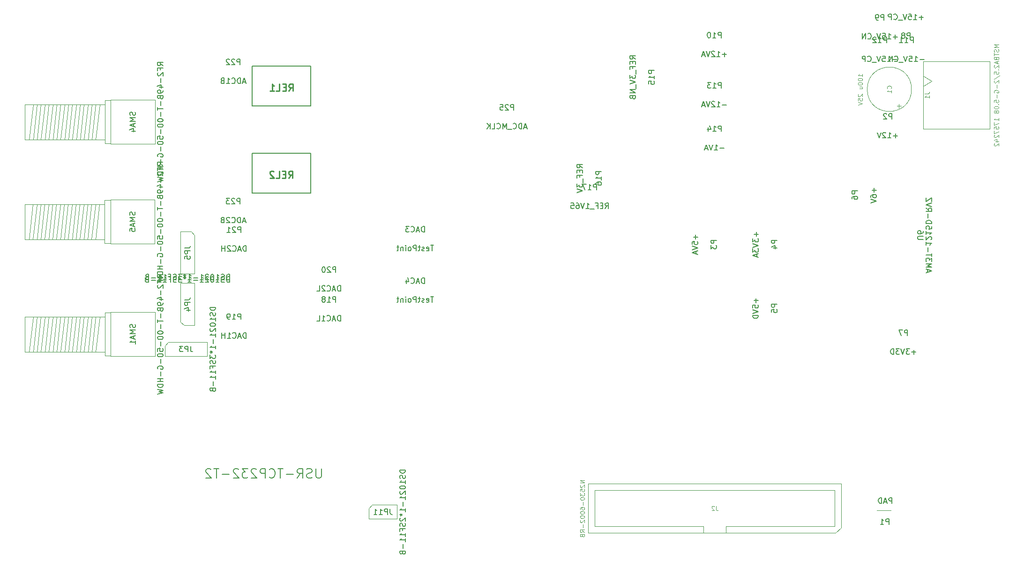
<source format=gbr>
%TF.GenerationSoftware,KiCad,Pcbnew,8.0.8*%
%TF.CreationDate,2025-02-17T12:12:58+01:00*%
%TF.ProjectId,AD DA module,41442044-4120-46d6-9f64-756c652e6b69,rev?*%
%TF.SameCoordinates,Original*%
%TF.FileFunction,AssemblyDrawing,Bot*%
%FSLAX46Y46*%
G04 Gerber Fmt 4.6, Leading zero omitted, Abs format (unit mm)*
G04 Created by KiCad (PCBNEW 8.0.8) date 2025-02-17 12:12:58*
%MOMM*%
%LPD*%
G01*
G04 APERTURE LIST*
%ADD10C,0.150000*%
%ADD11C,0.142240*%
%ADD12C,0.254000*%
%ADD13C,0.120000*%
%ADD14C,0.100000*%
%ADD15C,0.200000*%
G04 APERTURE END LIST*
D10*
X112314285Y-26833866D02*
X111552381Y-26833866D01*
X110552381Y-27214819D02*
X111123809Y-27214819D01*
X110838095Y-27214819D02*
X110838095Y-26214819D01*
X110838095Y-26214819D02*
X110933333Y-26357676D01*
X110933333Y-26357676D02*
X111028571Y-26452914D01*
X111028571Y-26452914D02*
X111123809Y-26500533D01*
X110266666Y-26214819D02*
X109933333Y-27214819D01*
X109933333Y-27214819D02*
X109600000Y-26214819D01*
X109314285Y-26929104D02*
X108838095Y-26929104D01*
X109409523Y-27214819D02*
X109076190Y-26214819D01*
X109076190Y-26214819D02*
X108742857Y-27214819D01*
X111814285Y-23814819D02*
X111814285Y-22814819D01*
X111814285Y-22814819D02*
X111433333Y-22814819D01*
X111433333Y-22814819D02*
X111338095Y-22862438D01*
X111338095Y-22862438D02*
X111290476Y-22910057D01*
X111290476Y-22910057D02*
X111242857Y-23005295D01*
X111242857Y-23005295D02*
X111242857Y-23148152D01*
X111242857Y-23148152D02*
X111290476Y-23243390D01*
X111290476Y-23243390D02*
X111338095Y-23291009D01*
X111338095Y-23291009D02*
X111433333Y-23338628D01*
X111433333Y-23338628D02*
X111814285Y-23338628D01*
X110290476Y-23814819D02*
X110861904Y-23814819D01*
X110576190Y-23814819D02*
X110576190Y-22814819D01*
X110576190Y-22814819D02*
X110671428Y-22957676D01*
X110671428Y-22957676D02*
X110766666Y-23052914D01*
X110766666Y-23052914D02*
X110861904Y-23100533D01*
X109433333Y-23148152D02*
X109433333Y-23814819D01*
X109671428Y-22767200D02*
X109909523Y-23481485D01*
X109909523Y-23481485D02*
X109290476Y-23481485D01*
X118113866Y-53974286D02*
X118113866Y-54736191D01*
X118494819Y-54355238D02*
X117732914Y-54355238D01*
X117494819Y-55688571D02*
X117494819Y-55212381D01*
X117494819Y-55212381D02*
X117971009Y-55164762D01*
X117971009Y-55164762D02*
X117923390Y-55212381D01*
X117923390Y-55212381D02*
X117875771Y-55307619D01*
X117875771Y-55307619D02*
X117875771Y-55545714D01*
X117875771Y-55545714D02*
X117923390Y-55640952D01*
X117923390Y-55640952D02*
X117971009Y-55688571D01*
X117971009Y-55688571D02*
X118066247Y-55736190D01*
X118066247Y-55736190D02*
X118304342Y-55736190D01*
X118304342Y-55736190D02*
X118399580Y-55688571D01*
X118399580Y-55688571D02*
X118447200Y-55640952D01*
X118447200Y-55640952D02*
X118494819Y-55545714D01*
X118494819Y-55545714D02*
X118494819Y-55307619D01*
X118494819Y-55307619D02*
X118447200Y-55212381D01*
X118447200Y-55212381D02*
X118399580Y-55164762D01*
X117494819Y-56021905D02*
X118494819Y-56355238D01*
X118494819Y-56355238D02*
X117494819Y-56688571D01*
X118494819Y-57021905D02*
X117494819Y-57021905D01*
X117494819Y-57021905D02*
X117494819Y-57260000D01*
X117494819Y-57260000D02*
X117542438Y-57402857D01*
X117542438Y-57402857D02*
X117637676Y-57498095D01*
X117637676Y-57498095D02*
X117732914Y-57545714D01*
X117732914Y-57545714D02*
X117923390Y-57593333D01*
X117923390Y-57593333D02*
X118066247Y-57593333D01*
X118066247Y-57593333D02*
X118256723Y-57545714D01*
X118256723Y-57545714D02*
X118351961Y-57498095D01*
X118351961Y-57498095D02*
X118447200Y-57402857D01*
X118447200Y-57402857D02*
X118494819Y-57260000D01*
X118494819Y-57260000D02*
X118494819Y-57021905D01*
X121894819Y-55021905D02*
X120894819Y-55021905D01*
X120894819Y-55021905D02*
X120894819Y-55402857D01*
X120894819Y-55402857D02*
X120942438Y-55498095D01*
X120942438Y-55498095D02*
X120990057Y-55545714D01*
X120990057Y-55545714D02*
X121085295Y-55593333D01*
X121085295Y-55593333D02*
X121228152Y-55593333D01*
X121228152Y-55593333D02*
X121323390Y-55545714D01*
X121323390Y-55545714D02*
X121371009Y-55498095D01*
X121371009Y-55498095D02*
X121418628Y-55402857D01*
X121418628Y-55402857D02*
X121418628Y-55021905D01*
X120894819Y-56498095D02*
X120894819Y-56021905D01*
X120894819Y-56021905D02*
X121371009Y-55974286D01*
X121371009Y-55974286D02*
X121323390Y-56021905D01*
X121323390Y-56021905D02*
X121275771Y-56117143D01*
X121275771Y-56117143D02*
X121275771Y-56355238D01*
X121275771Y-56355238D02*
X121323390Y-56450476D01*
X121323390Y-56450476D02*
X121371009Y-56498095D01*
X121371009Y-56498095D02*
X121466247Y-56545714D01*
X121466247Y-56545714D02*
X121704342Y-56545714D01*
X121704342Y-56545714D02*
X121799580Y-56498095D01*
X121799580Y-56498095D02*
X121847200Y-56450476D01*
X121847200Y-56450476D02*
X121894819Y-56355238D01*
X121894819Y-56355238D02*
X121894819Y-56117143D01*
X121894819Y-56117143D02*
X121847200Y-56021905D01*
X121847200Y-56021905D02*
X121799580Y-55974286D01*
X43016428Y-58049819D02*
X43016428Y-57049819D01*
X43016428Y-57049819D02*
X42778333Y-57049819D01*
X42778333Y-57049819D02*
X42635476Y-57097438D01*
X42635476Y-57097438D02*
X42540238Y-57192676D01*
X42540238Y-57192676D02*
X42492619Y-57287914D01*
X42492619Y-57287914D02*
X42445000Y-57478390D01*
X42445000Y-57478390D02*
X42445000Y-57621247D01*
X42445000Y-57621247D02*
X42492619Y-57811723D01*
X42492619Y-57811723D02*
X42540238Y-57906961D01*
X42540238Y-57906961D02*
X42635476Y-58002200D01*
X42635476Y-58002200D02*
X42778333Y-58049819D01*
X42778333Y-58049819D02*
X43016428Y-58049819D01*
X42064047Y-57764104D02*
X41587857Y-57764104D01*
X42159285Y-58049819D02*
X41825952Y-57049819D01*
X41825952Y-57049819D02*
X41492619Y-58049819D01*
X40587857Y-57954580D02*
X40635476Y-58002200D01*
X40635476Y-58002200D02*
X40778333Y-58049819D01*
X40778333Y-58049819D02*
X40873571Y-58049819D01*
X40873571Y-58049819D02*
X41016428Y-58002200D01*
X41016428Y-58002200D02*
X41111666Y-57906961D01*
X41111666Y-57906961D02*
X41159285Y-57811723D01*
X41159285Y-57811723D02*
X41206904Y-57621247D01*
X41206904Y-57621247D02*
X41206904Y-57478390D01*
X41206904Y-57478390D02*
X41159285Y-57287914D01*
X41159285Y-57287914D02*
X41111666Y-57192676D01*
X41111666Y-57192676D02*
X41016428Y-57097438D01*
X41016428Y-57097438D02*
X40873571Y-57049819D01*
X40873571Y-57049819D02*
X40778333Y-57049819D01*
X40778333Y-57049819D02*
X40635476Y-57097438D01*
X40635476Y-57097438D02*
X40587857Y-57145057D01*
X39635476Y-58049819D02*
X40206904Y-58049819D01*
X39921190Y-58049819D02*
X39921190Y-57049819D01*
X39921190Y-57049819D02*
X40016428Y-57192676D01*
X40016428Y-57192676D02*
X40111666Y-57287914D01*
X40111666Y-57287914D02*
X40206904Y-57335533D01*
X38730714Y-58049819D02*
X39206904Y-58049819D01*
X39206904Y-58049819D02*
X39206904Y-57049819D01*
X42159285Y-54649819D02*
X42159285Y-53649819D01*
X42159285Y-53649819D02*
X41778333Y-53649819D01*
X41778333Y-53649819D02*
X41683095Y-53697438D01*
X41683095Y-53697438D02*
X41635476Y-53745057D01*
X41635476Y-53745057D02*
X41587857Y-53840295D01*
X41587857Y-53840295D02*
X41587857Y-53983152D01*
X41587857Y-53983152D02*
X41635476Y-54078390D01*
X41635476Y-54078390D02*
X41683095Y-54126009D01*
X41683095Y-54126009D02*
X41778333Y-54173628D01*
X41778333Y-54173628D02*
X42159285Y-54173628D01*
X40635476Y-54649819D02*
X41206904Y-54649819D01*
X40921190Y-54649819D02*
X40921190Y-53649819D01*
X40921190Y-53649819D02*
X41016428Y-53792676D01*
X41016428Y-53792676D02*
X41111666Y-53887914D01*
X41111666Y-53887914D02*
X41206904Y-53935533D01*
X40064047Y-54078390D02*
X40159285Y-54030771D01*
X40159285Y-54030771D02*
X40206904Y-53983152D01*
X40206904Y-53983152D02*
X40254523Y-53887914D01*
X40254523Y-53887914D02*
X40254523Y-53840295D01*
X40254523Y-53840295D02*
X40206904Y-53745057D01*
X40206904Y-53745057D02*
X40159285Y-53697438D01*
X40159285Y-53697438D02*
X40064047Y-53649819D01*
X40064047Y-53649819D02*
X39873571Y-53649819D01*
X39873571Y-53649819D02*
X39778333Y-53697438D01*
X39778333Y-53697438D02*
X39730714Y-53745057D01*
X39730714Y-53745057D02*
X39683095Y-53840295D01*
X39683095Y-53840295D02*
X39683095Y-53887914D01*
X39683095Y-53887914D02*
X39730714Y-53983152D01*
X39730714Y-53983152D02*
X39778333Y-54030771D01*
X39778333Y-54030771D02*
X39873571Y-54078390D01*
X39873571Y-54078390D02*
X40064047Y-54078390D01*
X40064047Y-54078390D02*
X40159285Y-54126009D01*
X40159285Y-54126009D02*
X40206904Y-54173628D01*
X40206904Y-54173628D02*
X40254523Y-54268866D01*
X40254523Y-54268866D02*
X40254523Y-54459342D01*
X40254523Y-54459342D02*
X40206904Y-54554580D01*
X40206904Y-54554580D02*
X40159285Y-54602200D01*
X40159285Y-54602200D02*
X40064047Y-54649819D01*
X40064047Y-54649819D02*
X39873571Y-54649819D01*
X39873571Y-54649819D02*
X39778333Y-54602200D01*
X39778333Y-54602200D02*
X39730714Y-54554580D01*
X39730714Y-54554580D02*
X39683095Y-54459342D01*
X39683095Y-54459342D02*
X39683095Y-54268866D01*
X39683095Y-54268866D02*
X39730714Y-54173628D01*
X39730714Y-54173628D02*
X39778333Y-54126009D01*
X39778333Y-54126009D02*
X39873571Y-54078390D01*
X139433866Y-34034286D02*
X139433866Y-34796191D01*
X139814819Y-34415238D02*
X139052914Y-34415238D01*
X138814819Y-35700952D02*
X138814819Y-35510476D01*
X138814819Y-35510476D02*
X138862438Y-35415238D01*
X138862438Y-35415238D02*
X138910057Y-35367619D01*
X138910057Y-35367619D02*
X139052914Y-35272381D01*
X139052914Y-35272381D02*
X139243390Y-35224762D01*
X139243390Y-35224762D02*
X139624342Y-35224762D01*
X139624342Y-35224762D02*
X139719580Y-35272381D01*
X139719580Y-35272381D02*
X139767200Y-35320000D01*
X139767200Y-35320000D02*
X139814819Y-35415238D01*
X139814819Y-35415238D02*
X139814819Y-35605714D01*
X139814819Y-35605714D02*
X139767200Y-35700952D01*
X139767200Y-35700952D02*
X139719580Y-35748571D01*
X139719580Y-35748571D02*
X139624342Y-35796190D01*
X139624342Y-35796190D02*
X139386247Y-35796190D01*
X139386247Y-35796190D02*
X139291009Y-35748571D01*
X139291009Y-35748571D02*
X139243390Y-35700952D01*
X139243390Y-35700952D02*
X139195771Y-35605714D01*
X139195771Y-35605714D02*
X139195771Y-35415238D01*
X139195771Y-35415238D02*
X139243390Y-35320000D01*
X139243390Y-35320000D02*
X139291009Y-35272381D01*
X139291009Y-35272381D02*
X139386247Y-35224762D01*
X138814819Y-36081905D02*
X139814819Y-36415238D01*
X139814819Y-36415238D02*
X138814819Y-36748571D01*
X136414819Y-34581905D02*
X135414819Y-34581905D01*
X135414819Y-34581905D02*
X135414819Y-34962857D01*
X135414819Y-34962857D02*
X135462438Y-35058095D01*
X135462438Y-35058095D02*
X135510057Y-35105714D01*
X135510057Y-35105714D02*
X135605295Y-35153333D01*
X135605295Y-35153333D02*
X135748152Y-35153333D01*
X135748152Y-35153333D02*
X135843390Y-35105714D01*
X135843390Y-35105714D02*
X135891009Y-35058095D01*
X135891009Y-35058095D02*
X135938628Y-34962857D01*
X135938628Y-34962857D02*
X135938628Y-34581905D01*
X135414819Y-36010476D02*
X135414819Y-35820000D01*
X135414819Y-35820000D02*
X135462438Y-35724762D01*
X135462438Y-35724762D02*
X135510057Y-35677143D01*
X135510057Y-35677143D02*
X135652914Y-35581905D01*
X135652914Y-35581905D02*
X135843390Y-35534286D01*
X135843390Y-35534286D02*
X136224342Y-35534286D01*
X136224342Y-35534286D02*
X136319580Y-35581905D01*
X136319580Y-35581905D02*
X136367200Y-35629524D01*
X136367200Y-35629524D02*
X136414819Y-35724762D01*
X136414819Y-35724762D02*
X136414819Y-35915238D01*
X136414819Y-35915238D02*
X136367200Y-36010476D01*
X136367200Y-36010476D02*
X136319580Y-36058095D01*
X136319580Y-36058095D02*
X136224342Y-36105714D01*
X136224342Y-36105714D02*
X135986247Y-36105714D01*
X135986247Y-36105714D02*
X135891009Y-36058095D01*
X135891009Y-36058095D02*
X135843390Y-36010476D01*
X135843390Y-36010476D02*
X135795771Y-35915238D01*
X135795771Y-35915238D02*
X135795771Y-35724762D01*
X135795771Y-35724762D02*
X135843390Y-35629524D01*
X135843390Y-35629524D02*
X135891009Y-35581905D01*
X135891009Y-35581905D02*
X135986247Y-35534286D01*
X25864285Y-40039104D02*
X25388095Y-40039104D01*
X25959523Y-40324819D02*
X25626190Y-39324819D01*
X25626190Y-39324819D02*
X25292857Y-40324819D01*
X24959523Y-40324819D02*
X24959523Y-39324819D01*
X24959523Y-39324819D02*
X24721428Y-39324819D01*
X24721428Y-39324819D02*
X24578571Y-39372438D01*
X24578571Y-39372438D02*
X24483333Y-39467676D01*
X24483333Y-39467676D02*
X24435714Y-39562914D01*
X24435714Y-39562914D02*
X24388095Y-39753390D01*
X24388095Y-39753390D02*
X24388095Y-39896247D01*
X24388095Y-39896247D02*
X24435714Y-40086723D01*
X24435714Y-40086723D02*
X24483333Y-40181961D01*
X24483333Y-40181961D02*
X24578571Y-40277200D01*
X24578571Y-40277200D02*
X24721428Y-40324819D01*
X24721428Y-40324819D02*
X24959523Y-40324819D01*
X23388095Y-40229580D02*
X23435714Y-40277200D01*
X23435714Y-40277200D02*
X23578571Y-40324819D01*
X23578571Y-40324819D02*
X23673809Y-40324819D01*
X23673809Y-40324819D02*
X23816666Y-40277200D01*
X23816666Y-40277200D02*
X23911904Y-40181961D01*
X23911904Y-40181961D02*
X23959523Y-40086723D01*
X23959523Y-40086723D02*
X24007142Y-39896247D01*
X24007142Y-39896247D02*
X24007142Y-39753390D01*
X24007142Y-39753390D02*
X23959523Y-39562914D01*
X23959523Y-39562914D02*
X23911904Y-39467676D01*
X23911904Y-39467676D02*
X23816666Y-39372438D01*
X23816666Y-39372438D02*
X23673809Y-39324819D01*
X23673809Y-39324819D02*
X23578571Y-39324819D01*
X23578571Y-39324819D02*
X23435714Y-39372438D01*
X23435714Y-39372438D02*
X23388095Y-39420057D01*
X23007142Y-39420057D02*
X22959523Y-39372438D01*
X22959523Y-39372438D02*
X22864285Y-39324819D01*
X22864285Y-39324819D02*
X22626190Y-39324819D01*
X22626190Y-39324819D02*
X22530952Y-39372438D01*
X22530952Y-39372438D02*
X22483333Y-39420057D01*
X22483333Y-39420057D02*
X22435714Y-39515295D01*
X22435714Y-39515295D02*
X22435714Y-39610533D01*
X22435714Y-39610533D02*
X22483333Y-39753390D01*
X22483333Y-39753390D02*
X23054761Y-40324819D01*
X23054761Y-40324819D02*
X22435714Y-40324819D01*
X21673809Y-39801009D02*
X21530952Y-39848628D01*
X21530952Y-39848628D02*
X21483333Y-39896247D01*
X21483333Y-39896247D02*
X21435714Y-39991485D01*
X21435714Y-39991485D02*
X21435714Y-40134342D01*
X21435714Y-40134342D02*
X21483333Y-40229580D01*
X21483333Y-40229580D02*
X21530952Y-40277200D01*
X21530952Y-40277200D02*
X21626190Y-40324819D01*
X21626190Y-40324819D02*
X22007142Y-40324819D01*
X22007142Y-40324819D02*
X22007142Y-39324819D01*
X22007142Y-39324819D02*
X21673809Y-39324819D01*
X21673809Y-39324819D02*
X21578571Y-39372438D01*
X21578571Y-39372438D02*
X21530952Y-39420057D01*
X21530952Y-39420057D02*
X21483333Y-39515295D01*
X21483333Y-39515295D02*
X21483333Y-39610533D01*
X21483333Y-39610533D02*
X21530952Y-39705771D01*
X21530952Y-39705771D02*
X21578571Y-39753390D01*
X21578571Y-39753390D02*
X21673809Y-39801009D01*
X21673809Y-39801009D02*
X22007142Y-39801009D01*
X24864285Y-36924819D02*
X24864285Y-35924819D01*
X24864285Y-35924819D02*
X24483333Y-35924819D01*
X24483333Y-35924819D02*
X24388095Y-35972438D01*
X24388095Y-35972438D02*
X24340476Y-36020057D01*
X24340476Y-36020057D02*
X24292857Y-36115295D01*
X24292857Y-36115295D02*
X24292857Y-36258152D01*
X24292857Y-36258152D02*
X24340476Y-36353390D01*
X24340476Y-36353390D02*
X24388095Y-36401009D01*
X24388095Y-36401009D02*
X24483333Y-36448628D01*
X24483333Y-36448628D02*
X24864285Y-36448628D01*
X23911904Y-36020057D02*
X23864285Y-35972438D01*
X23864285Y-35972438D02*
X23769047Y-35924819D01*
X23769047Y-35924819D02*
X23530952Y-35924819D01*
X23530952Y-35924819D02*
X23435714Y-35972438D01*
X23435714Y-35972438D02*
X23388095Y-36020057D01*
X23388095Y-36020057D02*
X23340476Y-36115295D01*
X23340476Y-36115295D02*
X23340476Y-36210533D01*
X23340476Y-36210533D02*
X23388095Y-36353390D01*
X23388095Y-36353390D02*
X23959523Y-36924819D01*
X23959523Y-36924819D02*
X23340476Y-36924819D01*
X23007142Y-35924819D02*
X22388095Y-35924819D01*
X22388095Y-35924819D02*
X22721428Y-36305771D01*
X22721428Y-36305771D02*
X22578571Y-36305771D01*
X22578571Y-36305771D02*
X22483333Y-36353390D01*
X22483333Y-36353390D02*
X22435714Y-36401009D01*
X22435714Y-36401009D02*
X22388095Y-36496247D01*
X22388095Y-36496247D02*
X22388095Y-36734342D01*
X22388095Y-36734342D02*
X22435714Y-36829580D01*
X22435714Y-36829580D02*
X22483333Y-36877200D01*
X22483333Y-36877200D02*
X22578571Y-36924819D01*
X22578571Y-36924819D02*
X22864285Y-36924819D01*
X22864285Y-36924819D02*
X22959523Y-36877200D01*
X22959523Y-36877200D02*
X23007142Y-36829580D01*
X10954819Y-50309143D02*
X10478628Y-49975810D01*
X10954819Y-49737715D02*
X9954819Y-49737715D01*
X9954819Y-49737715D02*
X9954819Y-50118667D01*
X9954819Y-50118667D02*
X10002438Y-50213905D01*
X10002438Y-50213905D02*
X10050057Y-50261524D01*
X10050057Y-50261524D02*
X10145295Y-50309143D01*
X10145295Y-50309143D02*
X10288152Y-50309143D01*
X10288152Y-50309143D02*
X10383390Y-50261524D01*
X10383390Y-50261524D02*
X10431009Y-50213905D01*
X10431009Y-50213905D02*
X10478628Y-50118667D01*
X10478628Y-50118667D02*
X10478628Y-49737715D01*
X10431009Y-51071048D02*
X10431009Y-50737715D01*
X10954819Y-50737715D02*
X9954819Y-50737715D01*
X9954819Y-50737715D02*
X9954819Y-51213905D01*
X10050057Y-51547239D02*
X10002438Y-51594858D01*
X10002438Y-51594858D02*
X9954819Y-51690096D01*
X9954819Y-51690096D02*
X9954819Y-51928191D01*
X9954819Y-51928191D02*
X10002438Y-52023429D01*
X10002438Y-52023429D02*
X10050057Y-52071048D01*
X10050057Y-52071048D02*
X10145295Y-52118667D01*
X10145295Y-52118667D02*
X10240533Y-52118667D01*
X10240533Y-52118667D02*
X10383390Y-52071048D01*
X10383390Y-52071048D02*
X10954819Y-51499620D01*
X10954819Y-51499620D02*
X10954819Y-52118667D01*
X10573866Y-52547239D02*
X10573866Y-53309144D01*
X10288152Y-54213905D02*
X10954819Y-54213905D01*
X9907200Y-53975810D02*
X10621485Y-53737715D01*
X10621485Y-53737715D02*
X10621485Y-54356762D01*
X10954819Y-54785334D02*
X10954819Y-54975810D01*
X10954819Y-54975810D02*
X10907200Y-55071048D01*
X10907200Y-55071048D02*
X10859580Y-55118667D01*
X10859580Y-55118667D02*
X10716723Y-55213905D01*
X10716723Y-55213905D02*
X10526247Y-55261524D01*
X10526247Y-55261524D02*
X10145295Y-55261524D01*
X10145295Y-55261524D02*
X10050057Y-55213905D01*
X10050057Y-55213905D02*
X10002438Y-55166286D01*
X10002438Y-55166286D02*
X9954819Y-55071048D01*
X9954819Y-55071048D02*
X9954819Y-54880572D01*
X9954819Y-54880572D02*
X10002438Y-54785334D01*
X10002438Y-54785334D02*
X10050057Y-54737715D01*
X10050057Y-54737715D02*
X10145295Y-54690096D01*
X10145295Y-54690096D02*
X10383390Y-54690096D01*
X10383390Y-54690096D02*
X10478628Y-54737715D01*
X10478628Y-54737715D02*
X10526247Y-54785334D01*
X10526247Y-54785334D02*
X10573866Y-54880572D01*
X10573866Y-54880572D02*
X10573866Y-55071048D01*
X10573866Y-55071048D02*
X10526247Y-55166286D01*
X10526247Y-55166286D02*
X10478628Y-55213905D01*
X10478628Y-55213905D02*
X10383390Y-55261524D01*
X10431009Y-56023429D02*
X10478628Y-56166286D01*
X10478628Y-56166286D02*
X10526247Y-56213905D01*
X10526247Y-56213905D02*
X10621485Y-56261524D01*
X10621485Y-56261524D02*
X10764342Y-56261524D01*
X10764342Y-56261524D02*
X10859580Y-56213905D01*
X10859580Y-56213905D02*
X10907200Y-56166286D01*
X10907200Y-56166286D02*
X10954819Y-56071048D01*
X10954819Y-56071048D02*
X10954819Y-55690096D01*
X10954819Y-55690096D02*
X9954819Y-55690096D01*
X9954819Y-55690096D02*
X9954819Y-56023429D01*
X9954819Y-56023429D02*
X10002438Y-56118667D01*
X10002438Y-56118667D02*
X10050057Y-56166286D01*
X10050057Y-56166286D02*
X10145295Y-56213905D01*
X10145295Y-56213905D02*
X10240533Y-56213905D01*
X10240533Y-56213905D02*
X10335771Y-56166286D01*
X10335771Y-56166286D02*
X10383390Y-56118667D01*
X10383390Y-56118667D02*
X10431009Y-56023429D01*
X10431009Y-56023429D02*
X10431009Y-55690096D01*
X10573866Y-56690096D02*
X10573866Y-57452001D01*
X9954819Y-57785334D02*
X9954819Y-58356762D01*
X10954819Y-58071048D02*
X9954819Y-58071048D01*
X10573866Y-58690096D02*
X10573866Y-59452001D01*
X9954819Y-60118667D02*
X9954819Y-60213905D01*
X9954819Y-60213905D02*
X10002438Y-60309143D01*
X10002438Y-60309143D02*
X10050057Y-60356762D01*
X10050057Y-60356762D02*
X10145295Y-60404381D01*
X10145295Y-60404381D02*
X10335771Y-60452000D01*
X10335771Y-60452000D02*
X10573866Y-60452000D01*
X10573866Y-60452000D02*
X10764342Y-60404381D01*
X10764342Y-60404381D02*
X10859580Y-60356762D01*
X10859580Y-60356762D02*
X10907200Y-60309143D01*
X10907200Y-60309143D02*
X10954819Y-60213905D01*
X10954819Y-60213905D02*
X10954819Y-60118667D01*
X10954819Y-60118667D02*
X10907200Y-60023429D01*
X10907200Y-60023429D02*
X10859580Y-59975810D01*
X10859580Y-59975810D02*
X10764342Y-59928191D01*
X10764342Y-59928191D02*
X10573866Y-59880572D01*
X10573866Y-59880572D02*
X10335771Y-59880572D01*
X10335771Y-59880572D02*
X10145295Y-59928191D01*
X10145295Y-59928191D02*
X10050057Y-59975810D01*
X10050057Y-59975810D02*
X10002438Y-60023429D01*
X10002438Y-60023429D02*
X9954819Y-60118667D01*
X9954819Y-61071048D02*
X9954819Y-61166286D01*
X9954819Y-61166286D02*
X10002438Y-61261524D01*
X10002438Y-61261524D02*
X10050057Y-61309143D01*
X10050057Y-61309143D02*
X10145295Y-61356762D01*
X10145295Y-61356762D02*
X10335771Y-61404381D01*
X10335771Y-61404381D02*
X10573866Y-61404381D01*
X10573866Y-61404381D02*
X10764342Y-61356762D01*
X10764342Y-61356762D02*
X10859580Y-61309143D01*
X10859580Y-61309143D02*
X10907200Y-61261524D01*
X10907200Y-61261524D02*
X10954819Y-61166286D01*
X10954819Y-61166286D02*
X10954819Y-61071048D01*
X10954819Y-61071048D02*
X10907200Y-60975810D01*
X10907200Y-60975810D02*
X10859580Y-60928191D01*
X10859580Y-60928191D02*
X10764342Y-60880572D01*
X10764342Y-60880572D02*
X10573866Y-60832953D01*
X10573866Y-60832953D02*
X10335771Y-60832953D01*
X10335771Y-60832953D02*
X10145295Y-60880572D01*
X10145295Y-60880572D02*
X10050057Y-60928191D01*
X10050057Y-60928191D02*
X10002438Y-60975810D01*
X10002438Y-60975810D02*
X9954819Y-61071048D01*
X10573866Y-61832953D02*
X10573866Y-62594858D01*
X9954819Y-63547238D02*
X9954819Y-63071048D01*
X9954819Y-63071048D02*
X10431009Y-63023429D01*
X10431009Y-63023429D02*
X10383390Y-63071048D01*
X10383390Y-63071048D02*
X10335771Y-63166286D01*
X10335771Y-63166286D02*
X10335771Y-63404381D01*
X10335771Y-63404381D02*
X10383390Y-63499619D01*
X10383390Y-63499619D02*
X10431009Y-63547238D01*
X10431009Y-63547238D02*
X10526247Y-63594857D01*
X10526247Y-63594857D02*
X10764342Y-63594857D01*
X10764342Y-63594857D02*
X10859580Y-63547238D01*
X10859580Y-63547238D02*
X10907200Y-63499619D01*
X10907200Y-63499619D02*
X10954819Y-63404381D01*
X10954819Y-63404381D02*
X10954819Y-63166286D01*
X10954819Y-63166286D02*
X10907200Y-63071048D01*
X10907200Y-63071048D02*
X10859580Y-63023429D01*
X9954819Y-64213905D02*
X9954819Y-64309143D01*
X9954819Y-64309143D02*
X10002438Y-64404381D01*
X10002438Y-64404381D02*
X10050057Y-64452000D01*
X10050057Y-64452000D02*
X10145295Y-64499619D01*
X10145295Y-64499619D02*
X10335771Y-64547238D01*
X10335771Y-64547238D02*
X10573866Y-64547238D01*
X10573866Y-64547238D02*
X10764342Y-64499619D01*
X10764342Y-64499619D02*
X10859580Y-64452000D01*
X10859580Y-64452000D02*
X10907200Y-64404381D01*
X10907200Y-64404381D02*
X10954819Y-64309143D01*
X10954819Y-64309143D02*
X10954819Y-64213905D01*
X10954819Y-64213905D02*
X10907200Y-64118667D01*
X10907200Y-64118667D02*
X10859580Y-64071048D01*
X10859580Y-64071048D02*
X10764342Y-64023429D01*
X10764342Y-64023429D02*
X10573866Y-63975810D01*
X10573866Y-63975810D02*
X10335771Y-63975810D01*
X10335771Y-63975810D02*
X10145295Y-64023429D01*
X10145295Y-64023429D02*
X10050057Y-64071048D01*
X10050057Y-64071048D02*
X10002438Y-64118667D01*
X10002438Y-64118667D02*
X9954819Y-64213905D01*
X10573866Y-64975810D02*
X10573866Y-65737715D01*
X10002438Y-66737714D02*
X9954819Y-66642476D01*
X9954819Y-66642476D02*
X9954819Y-66499619D01*
X9954819Y-66499619D02*
X10002438Y-66356762D01*
X10002438Y-66356762D02*
X10097676Y-66261524D01*
X10097676Y-66261524D02*
X10192914Y-66213905D01*
X10192914Y-66213905D02*
X10383390Y-66166286D01*
X10383390Y-66166286D02*
X10526247Y-66166286D01*
X10526247Y-66166286D02*
X10716723Y-66213905D01*
X10716723Y-66213905D02*
X10811961Y-66261524D01*
X10811961Y-66261524D02*
X10907200Y-66356762D01*
X10907200Y-66356762D02*
X10954819Y-66499619D01*
X10954819Y-66499619D02*
X10954819Y-66594857D01*
X10954819Y-66594857D02*
X10907200Y-66737714D01*
X10907200Y-66737714D02*
X10859580Y-66785333D01*
X10859580Y-66785333D02*
X10526247Y-66785333D01*
X10526247Y-66785333D02*
X10526247Y-66594857D01*
X10573866Y-67213905D02*
X10573866Y-67975810D01*
X10954819Y-68452000D02*
X9954819Y-68452000D01*
X10431009Y-68452000D02*
X10431009Y-69023428D01*
X10954819Y-69023428D02*
X9954819Y-69023428D01*
X10954819Y-69499619D02*
X9954819Y-69499619D01*
X9954819Y-69499619D02*
X9954819Y-69737714D01*
X9954819Y-69737714D02*
X10002438Y-69880571D01*
X10002438Y-69880571D02*
X10097676Y-69975809D01*
X10097676Y-69975809D02*
X10192914Y-70023428D01*
X10192914Y-70023428D02*
X10383390Y-70071047D01*
X10383390Y-70071047D02*
X10526247Y-70071047D01*
X10526247Y-70071047D02*
X10716723Y-70023428D01*
X10716723Y-70023428D02*
X10811961Y-69975809D01*
X10811961Y-69975809D02*
X10907200Y-69880571D01*
X10907200Y-69880571D02*
X10954819Y-69737714D01*
X10954819Y-69737714D02*
X10954819Y-69499619D01*
X9954819Y-70404381D02*
X10954819Y-70642476D01*
X10954819Y-70642476D02*
X10240533Y-70832952D01*
X10240533Y-70832952D02*
X10954819Y-71023428D01*
X10954819Y-71023428D02*
X9954819Y-71261524D01*
X5907200Y-58690095D02*
X5954819Y-58832952D01*
X5954819Y-58832952D02*
X5954819Y-59071047D01*
X5954819Y-59071047D02*
X5907200Y-59166285D01*
X5907200Y-59166285D02*
X5859580Y-59213904D01*
X5859580Y-59213904D02*
X5764342Y-59261523D01*
X5764342Y-59261523D02*
X5669104Y-59261523D01*
X5669104Y-59261523D02*
X5573866Y-59213904D01*
X5573866Y-59213904D02*
X5526247Y-59166285D01*
X5526247Y-59166285D02*
X5478628Y-59071047D01*
X5478628Y-59071047D02*
X5431009Y-58880571D01*
X5431009Y-58880571D02*
X5383390Y-58785333D01*
X5383390Y-58785333D02*
X5335771Y-58737714D01*
X5335771Y-58737714D02*
X5240533Y-58690095D01*
X5240533Y-58690095D02*
X5145295Y-58690095D01*
X5145295Y-58690095D02*
X5050057Y-58737714D01*
X5050057Y-58737714D02*
X5002438Y-58785333D01*
X5002438Y-58785333D02*
X4954819Y-58880571D01*
X4954819Y-58880571D02*
X4954819Y-59118666D01*
X4954819Y-59118666D02*
X5002438Y-59261523D01*
X5954819Y-59690095D02*
X4954819Y-59690095D01*
X4954819Y-59690095D02*
X5669104Y-60023428D01*
X5669104Y-60023428D02*
X4954819Y-60356761D01*
X4954819Y-60356761D02*
X5954819Y-60356761D01*
X5669104Y-60785333D02*
X5669104Y-61261523D01*
X5954819Y-60690095D02*
X4954819Y-61023428D01*
X4954819Y-61023428D02*
X5954819Y-61356761D01*
X5954819Y-62213904D02*
X5954819Y-61642476D01*
X5954819Y-61928190D02*
X4954819Y-61928190D01*
X4954819Y-61928190D02*
X5097676Y-61832952D01*
X5097676Y-61832952D02*
X5192914Y-61737714D01*
X5192914Y-61737714D02*
X5240533Y-61642476D01*
X143616666Y-6733866D02*
X142854762Y-6733866D01*
X143235714Y-7114819D02*
X143235714Y-6352914D01*
X141854762Y-7114819D02*
X142426190Y-7114819D01*
X142140476Y-7114819D02*
X142140476Y-6114819D01*
X142140476Y-6114819D02*
X142235714Y-6257676D01*
X142235714Y-6257676D02*
X142330952Y-6352914D01*
X142330952Y-6352914D02*
X142426190Y-6400533D01*
X140950000Y-6114819D02*
X141426190Y-6114819D01*
X141426190Y-6114819D02*
X141473809Y-6591009D01*
X141473809Y-6591009D02*
X141426190Y-6543390D01*
X141426190Y-6543390D02*
X141330952Y-6495771D01*
X141330952Y-6495771D02*
X141092857Y-6495771D01*
X141092857Y-6495771D02*
X140997619Y-6543390D01*
X140997619Y-6543390D02*
X140950000Y-6591009D01*
X140950000Y-6591009D02*
X140902381Y-6686247D01*
X140902381Y-6686247D02*
X140902381Y-6924342D01*
X140902381Y-6924342D02*
X140950000Y-7019580D01*
X140950000Y-7019580D02*
X140997619Y-7067200D01*
X140997619Y-7067200D02*
X141092857Y-7114819D01*
X141092857Y-7114819D02*
X141330952Y-7114819D01*
X141330952Y-7114819D02*
X141426190Y-7067200D01*
X141426190Y-7067200D02*
X141473809Y-7019580D01*
X140616666Y-6114819D02*
X140283333Y-7114819D01*
X140283333Y-7114819D02*
X139950000Y-6114819D01*
X139854762Y-7210057D02*
X139092857Y-7210057D01*
X138283333Y-7019580D02*
X138330952Y-7067200D01*
X138330952Y-7067200D02*
X138473809Y-7114819D01*
X138473809Y-7114819D02*
X138569047Y-7114819D01*
X138569047Y-7114819D02*
X138711904Y-7067200D01*
X138711904Y-7067200D02*
X138807142Y-6971961D01*
X138807142Y-6971961D02*
X138854761Y-6876723D01*
X138854761Y-6876723D02*
X138902380Y-6686247D01*
X138902380Y-6686247D02*
X138902380Y-6543390D01*
X138902380Y-6543390D02*
X138854761Y-6352914D01*
X138854761Y-6352914D02*
X138807142Y-6257676D01*
X138807142Y-6257676D02*
X138711904Y-6162438D01*
X138711904Y-6162438D02*
X138569047Y-6114819D01*
X138569047Y-6114819D02*
X138473809Y-6114819D01*
X138473809Y-6114819D02*
X138330952Y-6162438D01*
X138330952Y-6162438D02*
X138283333Y-6210057D01*
X137854761Y-7114819D02*
X137854761Y-6114819D01*
X137854761Y-6114819D02*
X137283333Y-7114819D01*
X137283333Y-7114819D02*
X137283333Y-6114819D01*
X141188094Y-3714819D02*
X141188094Y-2714819D01*
X141188094Y-2714819D02*
X140807142Y-2714819D01*
X140807142Y-2714819D02*
X140711904Y-2762438D01*
X140711904Y-2762438D02*
X140664285Y-2810057D01*
X140664285Y-2810057D02*
X140616666Y-2905295D01*
X140616666Y-2905295D02*
X140616666Y-3048152D01*
X140616666Y-3048152D02*
X140664285Y-3143390D01*
X140664285Y-3143390D02*
X140711904Y-3191009D01*
X140711904Y-3191009D02*
X140807142Y-3238628D01*
X140807142Y-3238628D02*
X141188094Y-3238628D01*
X140140475Y-3714819D02*
X139949999Y-3714819D01*
X139949999Y-3714819D02*
X139854761Y-3667200D01*
X139854761Y-3667200D02*
X139807142Y-3619580D01*
X139807142Y-3619580D02*
X139711904Y-3476723D01*
X139711904Y-3476723D02*
X139664285Y-3286247D01*
X139664285Y-3286247D02*
X139664285Y-2905295D01*
X139664285Y-2905295D02*
X139711904Y-2810057D01*
X139711904Y-2810057D02*
X139759523Y-2762438D01*
X139759523Y-2762438D02*
X139854761Y-2714819D01*
X139854761Y-2714819D02*
X140045237Y-2714819D01*
X140045237Y-2714819D02*
X140140475Y-2762438D01*
X140140475Y-2762438D02*
X140188094Y-2810057D01*
X140188094Y-2810057D02*
X140235713Y-2905295D01*
X140235713Y-2905295D02*
X140235713Y-3143390D01*
X140235713Y-3143390D02*
X140188094Y-3238628D01*
X140188094Y-3238628D02*
X140140475Y-3286247D01*
X140140475Y-3286247D02*
X140045237Y-3333866D01*
X140045237Y-3333866D02*
X139854761Y-3333866D01*
X139854761Y-3333866D02*
X139759523Y-3286247D01*
X139759523Y-3286247D02*
X139711904Y-3238628D01*
X139711904Y-3238628D02*
X139664285Y-3143390D01*
X142640475Y-91024819D02*
X142640475Y-90024819D01*
X142640475Y-90024819D02*
X142259523Y-90024819D01*
X142259523Y-90024819D02*
X142164285Y-90072438D01*
X142164285Y-90072438D02*
X142116666Y-90120057D01*
X142116666Y-90120057D02*
X142069047Y-90215295D01*
X142069047Y-90215295D02*
X142069047Y-90358152D01*
X142069047Y-90358152D02*
X142116666Y-90453390D01*
X142116666Y-90453390D02*
X142164285Y-90501009D01*
X142164285Y-90501009D02*
X142259523Y-90548628D01*
X142259523Y-90548628D02*
X142640475Y-90548628D01*
X141688094Y-90739104D02*
X141211904Y-90739104D01*
X141783332Y-91024819D02*
X141449999Y-90024819D01*
X141449999Y-90024819D02*
X141116666Y-91024819D01*
X140783332Y-91024819D02*
X140783332Y-90024819D01*
X140783332Y-90024819D02*
X140545237Y-90024819D01*
X140545237Y-90024819D02*
X140402380Y-90072438D01*
X140402380Y-90072438D02*
X140307142Y-90167676D01*
X140307142Y-90167676D02*
X140259523Y-90262914D01*
X140259523Y-90262914D02*
X140211904Y-90453390D01*
X140211904Y-90453390D02*
X140211904Y-90596247D01*
X140211904Y-90596247D02*
X140259523Y-90786723D01*
X140259523Y-90786723D02*
X140307142Y-90881961D01*
X140307142Y-90881961D02*
X140402380Y-90977200D01*
X140402380Y-90977200D02*
X140545237Y-91024819D01*
X140545237Y-91024819D02*
X140783332Y-91024819D01*
X142088094Y-94824819D02*
X142088094Y-93824819D01*
X142088094Y-93824819D02*
X141707142Y-93824819D01*
X141707142Y-93824819D02*
X141611904Y-93872438D01*
X141611904Y-93872438D02*
X141564285Y-93920057D01*
X141564285Y-93920057D02*
X141516666Y-94015295D01*
X141516666Y-94015295D02*
X141516666Y-94158152D01*
X141516666Y-94158152D02*
X141564285Y-94253390D01*
X141564285Y-94253390D02*
X141611904Y-94301009D01*
X141611904Y-94301009D02*
X141707142Y-94348628D01*
X141707142Y-94348628D02*
X142088094Y-94348628D01*
X140564285Y-94824819D02*
X141135713Y-94824819D01*
X140849999Y-94824819D02*
X140849999Y-93824819D01*
X140849999Y-93824819D02*
X140945237Y-93967676D01*
X140945237Y-93967676D02*
X141040475Y-94062914D01*
X141040475Y-94062914D02*
X141135713Y-94110533D01*
X43016428Y-52679819D02*
X43016428Y-51679819D01*
X43016428Y-51679819D02*
X42778333Y-51679819D01*
X42778333Y-51679819D02*
X42635476Y-51727438D01*
X42635476Y-51727438D02*
X42540238Y-51822676D01*
X42540238Y-51822676D02*
X42492619Y-51917914D01*
X42492619Y-51917914D02*
X42445000Y-52108390D01*
X42445000Y-52108390D02*
X42445000Y-52251247D01*
X42445000Y-52251247D02*
X42492619Y-52441723D01*
X42492619Y-52441723D02*
X42540238Y-52536961D01*
X42540238Y-52536961D02*
X42635476Y-52632200D01*
X42635476Y-52632200D02*
X42778333Y-52679819D01*
X42778333Y-52679819D02*
X43016428Y-52679819D01*
X42064047Y-52394104D02*
X41587857Y-52394104D01*
X42159285Y-52679819D02*
X41825952Y-51679819D01*
X41825952Y-51679819D02*
X41492619Y-52679819D01*
X40587857Y-52584580D02*
X40635476Y-52632200D01*
X40635476Y-52632200D02*
X40778333Y-52679819D01*
X40778333Y-52679819D02*
X40873571Y-52679819D01*
X40873571Y-52679819D02*
X41016428Y-52632200D01*
X41016428Y-52632200D02*
X41111666Y-52536961D01*
X41111666Y-52536961D02*
X41159285Y-52441723D01*
X41159285Y-52441723D02*
X41206904Y-52251247D01*
X41206904Y-52251247D02*
X41206904Y-52108390D01*
X41206904Y-52108390D02*
X41159285Y-51917914D01*
X41159285Y-51917914D02*
X41111666Y-51822676D01*
X41111666Y-51822676D02*
X41016428Y-51727438D01*
X41016428Y-51727438D02*
X40873571Y-51679819D01*
X40873571Y-51679819D02*
X40778333Y-51679819D01*
X40778333Y-51679819D02*
X40635476Y-51727438D01*
X40635476Y-51727438D02*
X40587857Y-51775057D01*
X40206904Y-51775057D02*
X40159285Y-51727438D01*
X40159285Y-51727438D02*
X40064047Y-51679819D01*
X40064047Y-51679819D02*
X39825952Y-51679819D01*
X39825952Y-51679819D02*
X39730714Y-51727438D01*
X39730714Y-51727438D02*
X39683095Y-51775057D01*
X39683095Y-51775057D02*
X39635476Y-51870295D01*
X39635476Y-51870295D02*
X39635476Y-51965533D01*
X39635476Y-51965533D02*
X39683095Y-52108390D01*
X39683095Y-52108390D02*
X40254523Y-52679819D01*
X40254523Y-52679819D02*
X39635476Y-52679819D01*
X38730714Y-52679819D02*
X39206904Y-52679819D01*
X39206904Y-52679819D02*
X39206904Y-51679819D01*
X42159285Y-49279819D02*
X42159285Y-48279819D01*
X42159285Y-48279819D02*
X41778333Y-48279819D01*
X41778333Y-48279819D02*
X41683095Y-48327438D01*
X41683095Y-48327438D02*
X41635476Y-48375057D01*
X41635476Y-48375057D02*
X41587857Y-48470295D01*
X41587857Y-48470295D02*
X41587857Y-48613152D01*
X41587857Y-48613152D02*
X41635476Y-48708390D01*
X41635476Y-48708390D02*
X41683095Y-48756009D01*
X41683095Y-48756009D02*
X41778333Y-48803628D01*
X41778333Y-48803628D02*
X42159285Y-48803628D01*
X41206904Y-48375057D02*
X41159285Y-48327438D01*
X41159285Y-48327438D02*
X41064047Y-48279819D01*
X41064047Y-48279819D02*
X40825952Y-48279819D01*
X40825952Y-48279819D02*
X40730714Y-48327438D01*
X40730714Y-48327438D02*
X40683095Y-48375057D01*
X40683095Y-48375057D02*
X40635476Y-48470295D01*
X40635476Y-48470295D02*
X40635476Y-48565533D01*
X40635476Y-48565533D02*
X40683095Y-48708390D01*
X40683095Y-48708390D02*
X41254523Y-49279819D01*
X41254523Y-49279819D02*
X40635476Y-49279819D01*
X40016428Y-48279819D02*
X39921190Y-48279819D01*
X39921190Y-48279819D02*
X39825952Y-48327438D01*
X39825952Y-48327438D02*
X39778333Y-48375057D01*
X39778333Y-48375057D02*
X39730714Y-48470295D01*
X39730714Y-48470295D02*
X39683095Y-48660771D01*
X39683095Y-48660771D02*
X39683095Y-48898866D01*
X39683095Y-48898866D02*
X39730714Y-49089342D01*
X39730714Y-49089342D02*
X39778333Y-49184580D01*
X39778333Y-49184580D02*
X39825952Y-49232200D01*
X39825952Y-49232200D02*
X39921190Y-49279819D01*
X39921190Y-49279819D02*
X40016428Y-49279819D01*
X40016428Y-49279819D02*
X40111666Y-49232200D01*
X40111666Y-49232200D02*
X40159285Y-49184580D01*
X40159285Y-49184580D02*
X40206904Y-49089342D01*
X40206904Y-49089342D02*
X40254523Y-48898866D01*
X40254523Y-48898866D02*
X40254523Y-48660771D01*
X40254523Y-48660771D02*
X40206904Y-48470295D01*
X40206904Y-48470295D02*
X40159285Y-48375057D01*
X40159285Y-48375057D02*
X40111666Y-48327438D01*
X40111666Y-48327438D02*
X40016428Y-48279819D01*
X22981428Y-51059819D02*
X22981428Y-50059819D01*
X22981428Y-50059819D02*
X22743333Y-50059819D01*
X22743333Y-50059819D02*
X22600476Y-50107438D01*
X22600476Y-50107438D02*
X22505238Y-50202676D01*
X22505238Y-50202676D02*
X22457619Y-50297914D01*
X22457619Y-50297914D02*
X22410000Y-50488390D01*
X22410000Y-50488390D02*
X22410000Y-50631247D01*
X22410000Y-50631247D02*
X22457619Y-50821723D01*
X22457619Y-50821723D02*
X22505238Y-50916961D01*
X22505238Y-50916961D02*
X22600476Y-51012200D01*
X22600476Y-51012200D02*
X22743333Y-51059819D01*
X22743333Y-51059819D02*
X22981428Y-51059819D01*
X22029047Y-51012200D02*
X21886190Y-51059819D01*
X21886190Y-51059819D02*
X21648095Y-51059819D01*
X21648095Y-51059819D02*
X21552857Y-51012200D01*
X21552857Y-51012200D02*
X21505238Y-50964580D01*
X21505238Y-50964580D02*
X21457619Y-50869342D01*
X21457619Y-50869342D02*
X21457619Y-50774104D01*
X21457619Y-50774104D02*
X21505238Y-50678866D01*
X21505238Y-50678866D02*
X21552857Y-50631247D01*
X21552857Y-50631247D02*
X21648095Y-50583628D01*
X21648095Y-50583628D02*
X21838571Y-50536009D01*
X21838571Y-50536009D02*
X21933809Y-50488390D01*
X21933809Y-50488390D02*
X21981428Y-50440771D01*
X21981428Y-50440771D02*
X22029047Y-50345533D01*
X22029047Y-50345533D02*
X22029047Y-50250295D01*
X22029047Y-50250295D02*
X21981428Y-50155057D01*
X21981428Y-50155057D02*
X21933809Y-50107438D01*
X21933809Y-50107438D02*
X21838571Y-50059819D01*
X21838571Y-50059819D02*
X21600476Y-50059819D01*
X21600476Y-50059819D02*
X21457619Y-50107438D01*
X20505238Y-51059819D02*
X21076666Y-51059819D01*
X20790952Y-51059819D02*
X20790952Y-50059819D01*
X20790952Y-50059819D02*
X20886190Y-50202676D01*
X20886190Y-50202676D02*
X20981428Y-50297914D01*
X20981428Y-50297914D02*
X21076666Y-50345533D01*
X19886190Y-50059819D02*
X19790952Y-50059819D01*
X19790952Y-50059819D02*
X19695714Y-50107438D01*
X19695714Y-50107438D02*
X19648095Y-50155057D01*
X19648095Y-50155057D02*
X19600476Y-50250295D01*
X19600476Y-50250295D02*
X19552857Y-50440771D01*
X19552857Y-50440771D02*
X19552857Y-50678866D01*
X19552857Y-50678866D02*
X19600476Y-50869342D01*
X19600476Y-50869342D02*
X19648095Y-50964580D01*
X19648095Y-50964580D02*
X19695714Y-51012200D01*
X19695714Y-51012200D02*
X19790952Y-51059819D01*
X19790952Y-51059819D02*
X19886190Y-51059819D01*
X19886190Y-51059819D02*
X19981428Y-51012200D01*
X19981428Y-51012200D02*
X20029047Y-50964580D01*
X20029047Y-50964580D02*
X20076666Y-50869342D01*
X20076666Y-50869342D02*
X20124285Y-50678866D01*
X20124285Y-50678866D02*
X20124285Y-50440771D01*
X20124285Y-50440771D02*
X20076666Y-50250295D01*
X20076666Y-50250295D02*
X20029047Y-50155057D01*
X20029047Y-50155057D02*
X19981428Y-50107438D01*
X19981428Y-50107438D02*
X19886190Y-50059819D01*
X19171904Y-50155057D02*
X19124285Y-50107438D01*
X19124285Y-50107438D02*
X19029047Y-50059819D01*
X19029047Y-50059819D02*
X18790952Y-50059819D01*
X18790952Y-50059819D02*
X18695714Y-50107438D01*
X18695714Y-50107438D02*
X18648095Y-50155057D01*
X18648095Y-50155057D02*
X18600476Y-50250295D01*
X18600476Y-50250295D02*
X18600476Y-50345533D01*
X18600476Y-50345533D02*
X18648095Y-50488390D01*
X18648095Y-50488390D02*
X19219523Y-51059819D01*
X19219523Y-51059819D02*
X18600476Y-51059819D01*
X17648095Y-51059819D02*
X18219523Y-51059819D01*
X17933809Y-51059819D02*
X17933809Y-50059819D01*
X17933809Y-50059819D02*
X18029047Y-50202676D01*
X18029047Y-50202676D02*
X18124285Y-50297914D01*
X18124285Y-50297914D02*
X18219523Y-50345533D01*
X17219523Y-50678866D02*
X16457619Y-50678866D01*
X15457619Y-51059819D02*
X16029047Y-51059819D01*
X15743333Y-51059819D02*
X15743333Y-50059819D01*
X15743333Y-50059819D02*
X15838571Y-50202676D01*
X15838571Y-50202676D02*
X15933809Y-50297914D01*
X15933809Y-50297914D02*
X16029047Y-50345533D01*
X14886190Y-50059819D02*
X14886190Y-50297914D01*
X15124285Y-50202676D02*
X14886190Y-50297914D01*
X14886190Y-50297914D02*
X14648095Y-50202676D01*
X15029047Y-50488390D02*
X14886190Y-50297914D01*
X14886190Y-50297914D02*
X14743333Y-50488390D01*
X14362380Y-50059819D02*
X13743333Y-50059819D01*
X13743333Y-50059819D02*
X14076666Y-50440771D01*
X14076666Y-50440771D02*
X13933809Y-50440771D01*
X13933809Y-50440771D02*
X13838571Y-50488390D01*
X13838571Y-50488390D02*
X13790952Y-50536009D01*
X13790952Y-50536009D02*
X13743333Y-50631247D01*
X13743333Y-50631247D02*
X13743333Y-50869342D01*
X13743333Y-50869342D02*
X13790952Y-50964580D01*
X13790952Y-50964580D02*
X13838571Y-51012200D01*
X13838571Y-51012200D02*
X13933809Y-51059819D01*
X13933809Y-51059819D02*
X14219523Y-51059819D01*
X14219523Y-51059819D02*
X14314761Y-51012200D01*
X14314761Y-51012200D02*
X14362380Y-50964580D01*
X13362380Y-51012200D02*
X13219523Y-51059819D01*
X13219523Y-51059819D02*
X12981428Y-51059819D01*
X12981428Y-51059819D02*
X12886190Y-51012200D01*
X12886190Y-51012200D02*
X12838571Y-50964580D01*
X12838571Y-50964580D02*
X12790952Y-50869342D01*
X12790952Y-50869342D02*
X12790952Y-50774104D01*
X12790952Y-50774104D02*
X12838571Y-50678866D01*
X12838571Y-50678866D02*
X12886190Y-50631247D01*
X12886190Y-50631247D02*
X12981428Y-50583628D01*
X12981428Y-50583628D02*
X13171904Y-50536009D01*
X13171904Y-50536009D02*
X13267142Y-50488390D01*
X13267142Y-50488390D02*
X13314761Y-50440771D01*
X13314761Y-50440771D02*
X13362380Y-50345533D01*
X13362380Y-50345533D02*
X13362380Y-50250295D01*
X13362380Y-50250295D02*
X13314761Y-50155057D01*
X13314761Y-50155057D02*
X13267142Y-50107438D01*
X13267142Y-50107438D02*
X13171904Y-50059819D01*
X13171904Y-50059819D02*
X12933809Y-50059819D01*
X12933809Y-50059819D02*
X12790952Y-50107438D01*
X12029047Y-50536009D02*
X12362380Y-50536009D01*
X12362380Y-51059819D02*
X12362380Y-50059819D01*
X12362380Y-50059819D02*
X11886190Y-50059819D01*
X10981428Y-51059819D02*
X11552856Y-51059819D01*
X11267142Y-51059819D02*
X11267142Y-50059819D01*
X11267142Y-50059819D02*
X11362380Y-50202676D01*
X11362380Y-50202676D02*
X11457618Y-50297914D01*
X11457618Y-50297914D02*
X11552856Y-50345533D01*
X10029047Y-51059819D02*
X10600475Y-51059819D01*
X10314761Y-51059819D02*
X10314761Y-50059819D01*
X10314761Y-50059819D02*
X10409999Y-50202676D01*
X10409999Y-50202676D02*
X10505237Y-50297914D01*
X10505237Y-50297914D02*
X10600475Y-50345533D01*
X9600475Y-50678866D02*
X8838571Y-50678866D01*
X8029047Y-50536009D02*
X7886190Y-50583628D01*
X7886190Y-50583628D02*
X7838571Y-50631247D01*
X7838571Y-50631247D02*
X7790952Y-50726485D01*
X7790952Y-50726485D02*
X7790952Y-50869342D01*
X7790952Y-50869342D02*
X7838571Y-50964580D01*
X7838571Y-50964580D02*
X7886190Y-51012200D01*
X7886190Y-51012200D02*
X7981428Y-51059819D01*
X7981428Y-51059819D02*
X8362380Y-51059819D01*
X8362380Y-51059819D02*
X8362380Y-50059819D01*
X8362380Y-50059819D02*
X8029047Y-50059819D01*
X8029047Y-50059819D02*
X7933809Y-50107438D01*
X7933809Y-50107438D02*
X7886190Y-50155057D01*
X7886190Y-50155057D02*
X7838571Y-50250295D01*
X7838571Y-50250295D02*
X7838571Y-50345533D01*
X7838571Y-50345533D02*
X7886190Y-50440771D01*
X7886190Y-50440771D02*
X7933809Y-50488390D01*
X7933809Y-50488390D02*
X8029047Y-50536009D01*
X8029047Y-50536009D02*
X8362380Y-50536009D01*
X14864819Y-44901666D02*
X15579104Y-44901666D01*
X15579104Y-44901666D02*
X15721961Y-44854047D01*
X15721961Y-44854047D02*
X15817200Y-44758809D01*
X15817200Y-44758809D02*
X15864819Y-44615952D01*
X15864819Y-44615952D02*
X15864819Y-44520714D01*
X15864819Y-45377857D02*
X14864819Y-45377857D01*
X14864819Y-45377857D02*
X14864819Y-45758809D01*
X14864819Y-45758809D02*
X14912438Y-45854047D01*
X14912438Y-45854047D02*
X14960057Y-45901666D01*
X14960057Y-45901666D02*
X15055295Y-45949285D01*
X15055295Y-45949285D02*
X15198152Y-45949285D01*
X15198152Y-45949285D02*
X15293390Y-45901666D01*
X15293390Y-45901666D02*
X15341009Y-45854047D01*
X15341009Y-45854047D02*
X15388628Y-45758809D01*
X15388628Y-45758809D02*
X15388628Y-45377857D01*
X14864819Y-46854047D02*
X14864819Y-46377857D01*
X14864819Y-46377857D02*
X15341009Y-46330238D01*
X15341009Y-46330238D02*
X15293390Y-46377857D01*
X15293390Y-46377857D02*
X15245771Y-46473095D01*
X15245771Y-46473095D02*
X15245771Y-46711190D01*
X15245771Y-46711190D02*
X15293390Y-46806428D01*
X15293390Y-46806428D02*
X15341009Y-46854047D01*
X15341009Y-46854047D02*
X15436247Y-46901666D01*
X15436247Y-46901666D02*
X15674342Y-46901666D01*
X15674342Y-46901666D02*
X15769580Y-46854047D01*
X15769580Y-46854047D02*
X15817200Y-46806428D01*
X15817200Y-46806428D02*
X15864819Y-46711190D01*
X15864819Y-46711190D02*
X15864819Y-46473095D01*
X15864819Y-46473095D02*
X15817200Y-46377857D01*
X15817200Y-46377857D02*
X15769580Y-46330238D01*
D11*
X39565179Y-84736190D02*
X39565179Y-86103557D01*
X39565179Y-86103557D02*
X39484746Y-86264423D01*
X39484746Y-86264423D02*
X39404312Y-86344857D01*
X39404312Y-86344857D02*
X39243446Y-86425290D01*
X39243446Y-86425290D02*
X38921712Y-86425290D01*
X38921712Y-86425290D02*
X38760846Y-86344857D01*
X38760846Y-86344857D02*
X38680412Y-86264423D01*
X38680412Y-86264423D02*
X38599979Y-86103557D01*
X38599979Y-86103557D02*
X38599979Y-84736190D01*
X37876079Y-86344857D02*
X37634779Y-86425290D01*
X37634779Y-86425290D02*
X37232613Y-86425290D01*
X37232613Y-86425290D02*
X37071746Y-86344857D01*
X37071746Y-86344857D02*
X36991313Y-86264423D01*
X36991313Y-86264423D02*
X36910879Y-86103557D01*
X36910879Y-86103557D02*
X36910879Y-85942690D01*
X36910879Y-85942690D02*
X36991313Y-85781823D01*
X36991313Y-85781823D02*
X37071746Y-85701390D01*
X37071746Y-85701390D02*
X37232613Y-85620957D01*
X37232613Y-85620957D02*
X37554346Y-85540523D01*
X37554346Y-85540523D02*
X37715213Y-85460090D01*
X37715213Y-85460090D02*
X37795646Y-85379657D01*
X37795646Y-85379657D02*
X37876079Y-85218790D01*
X37876079Y-85218790D02*
X37876079Y-85057923D01*
X37876079Y-85057923D02*
X37795646Y-84897057D01*
X37795646Y-84897057D02*
X37715213Y-84816623D01*
X37715213Y-84816623D02*
X37554346Y-84736190D01*
X37554346Y-84736190D02*
X37152179Y-84736190D01*
X37152179Y-84736190D02*
X36910879Y-84816623D01*
X35221779Y-86425290D02*
X35784812Y-85620957D01*
X36186979Y-86425290D02*
X36186979Y-84736190D01*
X36186979Y-84736190D02*
X35543512Y-84736190D01*
X35543512Y-84736190D02*
X35382646Y-84816623D01*
X35382646Y-84816623D02*
X35302212Y-84897057D01*
X35302212Y-84897057D02*
X35221779Y-85057923D01*
X35221779Y-85057923D02*
X35221779Y-85299223D01*
X35221779Y-85299223D02*
X35302212Y-85460090D01*
X35302212Y-85460090D02*
X35382646Y-85540523D01*
X35382646Y-85540523D02*
X35543512Y-85620957D01*
X35543512Y-85620957D02*
X36186979Y-85620957D01*
X34497879Y-85781823D02*
X33210946Y-85781823D01*
X32647912Y-84736190D02*
X31682712Y-84736190D01*
X32165312Y-86425290D02*
X32165312Y-84736190D01*
X30154479Y-86264423D02*
X30234912Y-86344857D01*
X30234912Y-86344857D02*
X30476212Y-86425290D01*
X30476212Y-86425290D02*
X30637079Y-86425290D01*
X30637079Y-86425290D02*
X30878379Y-86344857D01*
X30878379Y-86344857D02*
X31039246Y-86183990D01*
X31039246Y-86183990D02*
X31119679Y-86023123D01*
X31119679Y-86023123D02*
X31200112Y-85701390D01*
X31200112Y-85701390D02*
X31200112Y-85460090D01*
X31200112Y-85460090D02*
X31119679Y-85138357D01*
X31119679Y-85138357D02*
X31039246Y-84977490D01*
X31039246Y-84977490D02*
X30878379Y-84816623D01*
X30878379Y-84816623D02*
X30637079Y-84736190D01*
X30637079Y-84736190D02*
X30476212Y-84736190D01*
X30476212Y-84736190D02*
X30234912Y-84816623D01*
X30234912Y-84816623D02*
X30154479Y-84897057D01*
X29430579Y-86425290D02*
X29430579Y-84736190D01*
X29430579Y-84736190D02*
X28787112Y-84736190D01*
X28787112Y-84736190D02*
X28626246Y-84816623D01*
X28626246Y-84816623D02*
X28545812Y-84897057D01*
X28545812Y-84897057D02*
X28465379Y-85057923D01*
X28465379Y-85057923D02*
X28465379Y-85299223D01*
X28465379Y-85299223D02*
X28545812Y-85460090D01*
X28545812Y-85460090D02*
X28626246Y-85540523D01*
X28626246Y-85540523D02*
X28787112Y-85620957D01*
X28787112Y-85620957D02*
X29430579Y-85620957D01*
X27821912Y-84897057D02*
X27741479Y-84816623D01*
X27741479Y-84816623D02*
X27580612Y-84736190D01*
X27580612Y-84736190D02*
X27178446Y-84736190D01*
X27178446Y-84736190D02*
X27017579Y-84816623D01*
X27017579Y-84816623D02*
X26937146Y-84897057D01*
X26937146Y-84897057D02*
X26856712Y-85057923D01*
X26856712Y-85057923D02*
X26856712Y-85218790D01*
X26856712Y-85218790D02*
X26937146Y-85460090D01*
X26937146Y-85460090D02*
X27902346Y-86425290D01*
X27902346Y-86425290D02*
X26856712Y-86425290D01*
X26293679Y-84736190D02*
X25248045Y-84736190D01*
X25248045Y-84736190D02*
X25811079Y-85379657D01*
X25811079Y-85379657D02*
X25569779Y-85379657D01*
X25569779Y-85379657D02*
X25408912Y-85460090D01*
X25408912Y-85460090D02*
X25328479Y-85540523D01*
X25328479Y-85540523D02*
X25248045Y-85701390D01*
X25248045Y-85701390D02*
X25248045Y-86103557D01*
X25248045Y-86103557D02*
X25328479Y-86264423D01*
X25328479Y-86264423D02*
X25408912Y-86344857D01*
X25408912Y-86344857D02*
X25569779Y-86425290D01*
X25569779Y-86425290D02*
X26052379Y-86425290D01*
X26052379Y-86425290D02*
X26213245Y-86344857D01*
X26213245Y-86344857D02*
X26293679Y-86264423D01*
X24604578Y-84897057D02*
X24524145Y-84816623D01*
X24524145Y-84816623D02*
X24363278Y-84736190D01*
X24363278Y-84736190D02*
X23961112Y-84736190D01*
X23961112Y-84736190D02*
X23800245Y-84816623D01*
X23800245Y-84816623D02*
X23719812Y-84897057D01*
X23719812Y-84897057D02*
X23639378Y-85057923D01*
X23639378Y-85057923D02*
X23639378Y-85218790D01*
X23639378Y-85218790D02*
X23719812Y-85460090D01*
X23719812Y-85460090D02*
X24685012Y-86425290D01*
X24685012Y-86425290D02*
X23639378Y-86425290D01*
X22915478Y-85781823D02*
X21628545Y-85781823D01*
X21065511Y-84736190D02*
X20100311Y-84736190D01*
X20582911Y-86425290D02*
X20582911Y-84736190D01*
X19617711Y-84897057D02*
X19537278Y-84816623D01*
X19537278Y-84816623D02*
X19376411Y-84736190D01*
X19376411Y-84736190D02*
X18974245Y-84736190D01*
X18974245Y-84736190D02*
X18813378Y-84816623D01*
X18813378Y-84816623D02*
X18732945Y-84897057D01*
X18732945Y-84897057D02*
X18652511Y-85057923D01*
X18652511Y-85057923D02*
X18652511Y-85218790D01*
X18652511Y-85218790D02*
X18732945Y-85460090D01*
X18732945Y-85460090D02*
X19698145Y-86425290D01*
X19698145Y-86425290D02*
X18652511Y-86425290D01*
D10*
X96304819Y-10768094D02*
X95828628Y-10434761D01*
X96304819Y-10196666D02*
X95304819Y-10196666D01*
X95304819Y-10196666D02*
X95304819Y-10577618D01*
X95304819Y-10577618D02*
X95352438Y-10672856D01*
X95352438Y-10672856D02*
X95400057Y-10720475D01*
X95400057Y-10720475D02*
X95495295Y-10768094D01*
X95495295Y-10768094D02*
X95638152Y-10768094D01*
X95638152Y-10768094D02*
X95733390Y-10720475D01*
X95733390Y-10720475D02*
X95781009Y-10672856D01*
X95781009Y-10672856D02*
X95828628Y-10577618D01*
X95828628Y-10577618D02*
X95828628Y-10196666D01*
X95781009Y-11196666D02*
X95781009Y-11529999D01*
X96304819Y-11672856D02*
X96304819Y-11196666D01*
X96304819Y-11196666D02*
X95304819Y-11196666D01*
X95304819Y-11196666D02*
X95304819Y-11672856D01*
X95781009Y-12434761D02*
X95781009Y-12101428D01*
X96304819Y-12101428D02*
X95304819Y-12101428D01*
X95304819Y-12101428D02*
X95304819Y-12577618D01*
X96400057Y-12720476D02*
X96400057Y-13482380D01*
X95304819Y-13625238D02*
X95304819Y-14244285D01*
X95304819Y-14244285D02*
X95685771Y-13910952D01*
X95685771Y-13910952D02*
X95685771Y-14053809D01*
X95685771Y-14053809D02*
X95733390Y-14149047D01*
X95733390Y-14149047D02*
X95781009Y-14196666D01*
X95781009Y-14196666D02*
X95876247Y-14244285D01*
X95876247Y-14244285D02*
X96114342Y-14244285D01*
X96114342Y-14244285D02*
X96209580Y-14196666D01*
X96209580Y-14196666D02*
X96257200Y-14149047D01*
X96257200Y-14149047D02*
X96304819Y-14053809D01*
X96304819Y-14053809D02*
X96304819Y-13768095D01*
X96304819Y-13768095D02*
X96257200Y-13672857D01*
X96257200Y-13672857D02*
X96209580Y-13625238D01*
X95304819Y-14530000D02*
X96304819Y-14863333D01*
X96304819Y-14863333D02*
X95304819Y-15196666D01*
X96400057Y-15291905D02*
X96400057Y-16053809D01*
X96304819Y-16291905D02*
X95304819Y-16291905D01*
X95304819Y-16291905D02*
X96304819Y-16863333D01*
X96304819Y-16863333D02*
X95304819Y-16863333D01*
X95781009Y-17672857D02*
X95828628Y-17815714D01*
X95828628Y-17815714D02*
X95876247Y-17863333D01*
X95876247Y-17863333D02*
X95971485Y-17910952D01*
X95971485Y-17910952D02*
X96114342Y-17910952D01*
X96114342Y-17910952D02*
X96209580Y-17863333D01*
X96209580Y-17863333D02*
X96257200Y-17815714D01*
X96257200Y-17815714D02*
X96304819Y-17720476D01*
X96304819Y-17720476D02*
X96304819Y-17339524D01*
X96304819Y-17339524D02*
X95304819Y-17339524D01*
X95304819Y-17339524D02*
X95304819Y-17672857D01*
X95304819Y-17672857D02*
X95352438Y-17768095D01*
X95352438Y-17768095D02*
X95400057Y-17815714D01*
X95400057Y-17815714D02*
X95495295Y-17863333D01*
X95495295Y-17863333D02*
X95590533Y-17863333D01*
X95590533Y-17863333D02*
X95685771Y-17815714D01*
X95685771Y-17815714D02*
X95733390Y-17768095D01*
X95733390Y-17768095D02*
X95781009Y-17672857D01*
X95781009Y-17672857D02*
X95781009Y-17339524D01*
X99704819Y-12815714D02*
X98704819Y-12815714D01*
X98704819Y-12815714D02*
X98704819Y-13196666D01*
X98704819Y-13196666D02*
X98752438Y-13291904D01*
X98752438Y-13291904D02*
X98800057Y-13339523D01*
X98800057Y-13339523D02*
X98895295Y-13387142D01*
X98895295Y-13387142D02*
X99038152Y-13387142D01*
X99038152Y-13387142D02*
X99133390Y-13339523D01*
X99133390Y-13339523D02*
X99181009Y-13291904D01*
X99181009Y-13291904D02*
X99228628Y-13196666D01*
X99228628Y-13196666D02*
X99228628Y-12815714D01*
X99704819Y-14339523D02*
X99704819Y-13768095D01*
X99704819Y-14053809D02*
X98704819Y-14053809D01*
X98704819Y-14053809D02*
X98847676Y-13958571D01*
X98847676Y-13958571D02*
X98942914Y-13863333D01*
X98942914Y-13863333D02*
X98990533Y-13768095D01*
X98704819Y-15244285D02*
X98704819Y-14768095D01*
X98704819Y-14768095D02*
X99181009Y-14720476D01*
X99181009Y-14720476D02*
X99133390Y-14768095D01*
X99133390Y-14768095D02*
X99085771Y-14863333D01*
X99085771Y-14863333D02*
X99085771Y-15101428D01*
X99085771Y-15101428D02*
X99133390Y-15196666D01*
X99133390Y-15196666D02*
X99181009Y-15244285D01*
X99181009Y-15244285D02*
X99276247Y-15291904D01*
X99276247Y-15291904D02*
X99514342Y-15291904D01*
X99514342Y-15291904D02*
X99609580Y-15244285D01*
X99609580Y-15244285D02*
X99657200Y-15196666D01*
X99657200Y-15196666D02*
X99704819Y-15101428D01*
X99704819Y-15101428D02*
X99704819Y-14863333D01*
X99704819Y-14863333D02*
X99657200Y-14768095D01*
X99657200Y-14768095D02*
X99609580Y-14720476D01*
X54729819Y-84988571D02*
X53729819Y-84988571D01*
X53729819Y-84988571D02*
X53729819Y-85226666D01*
X53729819Y-85226666D02*
X53777438Y-85369523D01*
X53777438Y-85369523D02*
X53872676Y-85464761D01*
X53872676Y-85464761D02*
X53967914Y-85512380D01*
X53967914Y-85512380D02*
X54158390Y-85559999D01*
X54158390Y-85559999D02*
X54301247Y-85559999D01*
X54301247Y-85559999D02*
X54491723Y-85512380D01*
X54491723Y-85512380D02*
X54586961Y-85464761D01*
X54586961Y-85464761D02*
X54682200Y-85369523D01*
X54682200Y-85369523D02*
X54729819Y-85226666D01*
X54729819Y-85226666D02*
X54729819Y-84988571D01*
X54682200Y-85940952D02*
X54729819Y-86083809D01*
X54729819Y-86083809D02*
X54729819Y-86321904D01*
X54729819Y-86321904D02*
X54682200Y-86417142D01*
X54682200Y-86417142D02*
X54634580Y-86464761D01*
X54634580Y-86464761D02*
X54539342Y-86512380D01*
X54539342Y-86512380D02*
X54444104Y-86512380D01*
X54444104Y-86512380D02*
X54348866Y-86464761D01*
X54348866Y-86464761D02*
X54301247Y-86417142D01*
X54301247Y-86417142D02*
X54253628Y-86321904D01*
X54253628Y-86321904D02*
X54206009Y-86131428D01*
X54206009Y-86131428D02*
X54158390Y-86036190D01*
X54158390Y-86036190D02*
X54110771Y-85988571D01*
X54110771Y-85988571D02*
X54015533Y-85940952D01*
X54015533Y-85940952D02*
X53920295Y-85940952D01*
X53920295Y-85940952D02*
X53825057Y-85988571D01*
X53825057Y-85988571D02*
X53777438Y-86036190D01*
X53777438Y-86036190D02*
X53729819Y-86131428D01*
X53729819Y-86131428D02*
X53729819Y-86369523D01*
X53729819Y-86369523D02*
X53777438Y-86512380D01*
X54729819Y-87464761D02*
X54729819Y-86893333D01*
X54729819Y-87179047D02*
X53729819Y-87179047D01*
X53729819Y-87179047D02*
X53872676Y-87083809D01*
X53872676Y-87083809D02*
X53967914Y-86988571D01*
X53967914Y-86988571D02*
X54015533Y-86893333D01*
X53729819Y-88083809D02*
X53729819Y-88179047D01*
X53729819Y-88179047D02*
X53777438Y-88274285D01*
X53777438Y-88274285D02*
X53825057Y-88321904D01*
X53825057Y-88321904D02*
X53920295Y-88369523D01*
X53920295Y-88369523D02*
X54110771Y-88417142D01*
X54110771Y-88417142D02*
X54348866Y-88417142D01*
X54348866Y-88417142D02*
X54539342Y-88369523D01*
X54539342Y-88369523D02*
X54634580Y-88321904D01*
X54634580Y-88321904D02*
X54682200Y-88274285D01*
X54682200Y-88274285D02*
X54729819Y-88179047D01*
X54729819Y-88179047D02*
X54729819Y-88083809D01*
X54729819Y-88083809D02*
X54682200Y-87988571D01*
X54682200Y-87988571D02*
X54634580Y-87940952D01*
X54634580Y-87940952D02*
X54539342Y-87893333D01*
X54539342Y-87893333D02*
X54348866Y-87845714D01*
X54348866Y-87845714D02*
X54110771Y-87845714D01*
X54110771Y-87845714D02*
X53920295Y-87893333D01*
X53920295Y-87893333D02*
X53825057Y-87940952D01*
X53825057Y-87940952D02*
X53777438Y-87988571D01*
X53777438Y-87988571D02*
X53729819Y-88083809D01*
X53825057Y-88798095D02*
X53777438Y-88845714D01*
X53777438Y-88845714D02*
X53729819Y-88940952D01*
X53729819Y-88940952D02*
X53729819Y-89179047D01*
X53729819Y-89179047D02*
X53777438Y-89274285D01*
X53777438Y-89274285D02*
X53825057Y-89321904D01*
X53825057Y-89321904D02*
X53920295Y-89369523D01*
X53920295Y-89369523D02*
X54015533Y-89369523D01*
X54015533Y-89369523D02*
X54158390Y-89321904D01*
X54158390Y-89321904D02*
X54729819Y-88750476D01*
X54729819Y-88750476D02*
X54729819Y-89369523D01*
X54729819Y-90321904D02*
X54729819Y-89750476D01*
X54729819Y-90036190D02*
X53729819Y-90036190D01*
X53729819Y-90036190D02*
X53872676Y-89940952D01*
X53872676Y-89940952D02*
X53967914Y-89845714D01*
X53967914Y-89845714D02*
X54015533Y-89750476D01*
X54348866Y-90750476D02*
X54348866Y-91512381D01*
X54729819Y-92512380D02*
X54729819Y-91940952D01*
X54729819Y-92226666D02*
X53729819Y-92226666D01*
X53729819Y-92226666D02*
X53872676Y-92131428D01*
X53872676Y-92131428D02*
X53967914Y-92036190D01*
X53967914Y-92036190D02*
X54015533Y-91940952D01*
X53729819Y-93083809D02*
X53967914Y-93083809D01*
X53872676Y-92845714D02*
X53967914Y-93083809D01*
X53967914Y-93083809D02*
X53872676Y-93321904D01*
X54158390Y-92940952D02*
X53967914Y-93083809D01*
X53967914Y-93083809D02*
X54158390Y-93226666D01*
X53825057Y-93655238D02*
X53777438Y-93702857D01*
X53777438Y-93702857D02*
X53729819Y-93798095D01*
X53729819Y-93798095D02*
X53729819Y-94036190D01*
X53729819Y-94036190D02*
X53777438Y-94131428D01*
X53777438Y-94131428D02*
X53825057Y-94179047D01*
X53825057Y-94179047D02*
X53920295Y-94226666D01*
X53920295Y-94226666D02*
X54015533Y-94226666D01*
X54015533Y-94226666D02*
X54158390Y-94179047D01*
X54158390Y-94179047D02*
X54729819Y-93607619D01*
X54729819Y-93607619D02*
X54729819Y-94226666D01*
X54682200Y-94607619D02*
X54729819Y-94750476D01*
X54729819Y-94750476D02*
X54729819Y-94988571D01*
X54729819Y-94988571D02*
X54682200Y-95083809D01*
X54682200Y-95083809D02*
X54634580Y-95131428D01*
X54634580Y-95131428D02*
X54539342Y-95179047D01*
X54539342Y-95179047D02*
X54444104Y-95179047D01*
X54444104Y-95179047D02*
X54348866Y-95131428D01*
X54348866Y-95131428D02*
X54301247Y-95083809D01*
X54301247Y-95083809D02*
X54253628Y-94988571D01*
X54253628Y-94988571D02*
X54206009Y-94798095D01*
X54206009Y-94798095D02*
X54158390Y-94702857D01*
X54158390Y-94702857D02*
X54110771Y-94655238D01*
X54110771Y-94655238D02*
X54015533Y-94607619D01*
X54015533Y-94607619D02*
X53920295Y-94607619D01*
X53920295Y-94607619D02*
X53825057Y-94655238D01*
X53825057Y-94655238D02*
X53777438Y-94702857D01*
X53777438Y-94702857D02*
X53729819Y-94798095D01*
X53729819Y-94798095D02*
X53729819Y-95036190D01*
X53729819Y-95036190D02*
X53777438Y-95179047D01*
X54206009Y-95940952D02*
X54206009Y-95607619D01*
X54729819Y-95607619D02*
X53729819Y-95607619D01*
X53729819Y-95607619D02*
X53729819Y-96083809D01*
X54729819Y-96988571D02*
X54729819Y-96417143D01*
X54729819Y-96702857D02*
X53729819Y-96702857D01*
X53729819Y-96702857D02*
X53872676Y-96607619D01*
X53872676Y-96607619D02*
X53967914Y-96512381D01*
X53967914Y-96512381D02*
X54015533Y-96417143D01*
X54729819Y-97940952D02*
X54729819Y-97369524D01*
X54729819Y-97655238D02*
X53729819Y-97655238D01*
X53729819Y-97655238D02*
X53872676Y-97560000D01*
X53872676Y-97560000D02*
X53967914Y-97464762D01*
X53967914Y-97464762D02*
X54015533Y-97369524D01*
X54348866Y-98369524D02*
X54348866Y-99131429D01*
X54206009Y-99940952D02*
X54253628Y-100083809D01*
X54253628Y-100083809D02*
X54301247Y-100131428D01*
X54301247Y-100131428D02*
X54396485Y-100179047D01*
X54396485Y-100179047D02*
X54539342Y-100179047D01*
X54539342Y-100179047D02*
X54634580Y-100131428D01*
X54634580Y-100131428D02*
X54682200Y-100083809D01*
X54682200Y-100083809D02*
X54729819Y-99988571D01*
X54729819Y-99988571D02*
X54729819Y-99607619D01*
X54729819Y-99607619D02*
X53729819Y-99607619D01*
X53729819Y-99607619D02*
X53729819Y-99940952D01*
X53729819Y-99940952D02*
X53777438Y-100036190D01*
X53777438Y-100036190D02*
X53825057Y-100083809D01*
X53825057Y-100083809D02*
X53920295Y-100131428D01*
X53920295Y-100131428D02*
X54015533Y-100131428D01*
X54015533Y-100131428D02*
X54110771Y-100083809D01*
X54110771Y-100083809D02*
X54158390Y-100036190D01*
X54158390Y-100036190D02*
X54206009Y-99940952D01*
X54206009Y-99940952D02*
X54206009Y-99607619D01*
X51984523Y-92014819D02*
X51984523Y-92729104D01*
X51984523Y-92729104D02*
X52032142Y-92871961D01*
X52032142Y-92871961D02*
X52127380Y-92967200D01*
X52127380Y-92967200D02*
X52270237Y-93014819D01*
X52270237Y-93014819D02*
X52365475Y-93014819D01*
X51508332Y-93014819D02*
X51508332Y-92014819D01*
X51508332Y-92014819D02*
X51127380Y-92014819D01*
X51127380Y-92014819D02*
X51032142Y-92062438D01*
X51032142Y-92062438D02*
X50984523Y-92110057D01*
X50984523Y-92110057D02*
X50936904Y-92205295D01*
X50936904Y-92205295D02*
X50936904Y-92348152D01*
X50936904Y-92348152D02*
X50984523Y-92443390D01*
X50984523Y-92443390D02*
X51032142Y-92491009D01*
X51032142Y-92491009D02*
X51127380Y-92538628D01*
X51127380Y-92538628D02*
X51508332Y-92538628D01*
X49984523Y-93014819D02*
X50555951Y-93014819D01*
X50270237Y-93014819D02*
X50270237Y-92014819D01*
X50270237Y-92014819D02*
X50365475Y-92157676D01*
X50365475Y-92157676D02*
X50460713Y-92252914D01*
X50460713Y-92252914D02*
X50555951Y-92300533D01*
X49032142Y-93014819D02*
X49603570Y-93014819D01*
X49317856Y-93014819D02*
X49317856Y-92014819D01*
X49317856Y-92014819D02*
X49413094Y-92157676D01*
X49413094Y-92157676D02*
X49508332Y-92252914D01*
X49508332Y-92252914D02*
X49603570Y-92300533D01*
X112760475Y-9933866D02*
X111998571Y-9933866D01*
X112379523Y-10314819D02*
X112379523Y-9552914D01*
X110998571Y-10314819D02*
X111569999Y-10314819D01*
X111284285Y-10314819D02*
X111284285Y-9314819D01*
X111284285Y-9314819D02*
X111379523Y-9457676D01*
X111379523Y-9457676D02*
X111474761Y-9552914D01*
X111474761Y-9552914D02*
X111569999Y-9600533D01*
X110617618Y-9410057D02*
X110569999Y-9362438D01*
X110569999Y-9362438D02*
X110474761Y-9314819D01*
X110474761Y-9314819D02*
X110236666Y-9314819D01*
X110236666Y-9314819D02*
X110141428Y-9362438D01*
X110141428Y-9362438D02*
X110093809Y-9410057D01*
X110093809Y-9410057D02*
X110046190Y-9505295D01*
X110046190Y-9505295D02*
X110046190Y-9600533D01*
X110046190Y-9600533D02*
X110093809Y-9743390D01*
X110093809Y-9743390D02*
X110665237Y-10314819D01*
X110665237Y-10314819D02*
X110046190Y-10314819D01*
X109760475Y-9314819D02*
X109427142Y-10314819D01*
X109427142Y-10314819D02*
X109093809Y-9314819D01*
X108808094Y-10029104D02*
X108331904Y-10029104D01*
X108903332Y-10314819D02*
X108569999Y-9314819D01*
X108569999Y-9314819D02*
X108236666Y-10314819D01*
X111784285Y-6914819D02*
X111784285Y-5914819D01*
X111784285Y-5914819D02*
X111403333Y-5914819D01*
X111403333Y-5914819D02*
X111308095Y-5962438D01*
X111308095Y-5962438D02*
X111260476Y-6010057D01*
X111260476Y-6010057D02*
X111212857Y-6105295D01*
X111212857Y-6105295D02*
X111212857Y-6248152D01*
X111212857Y-6248152D02*
X111260476Y-6343390D01*
X111260476Y-6343390D02*
X111308095Y-6391009D01*
X111308095Y-6391009D02*
X111403333Y-6438628D01*
X111403333Y-6438628D02*
X111784285Y-6438628D01*
X110260476Y-6914819D02*
X110831904Y-6914819D01*
X110546190Y-6914819D02*
X110546190Y-5914819D01*
X110546190Y-5914819D02*
X110641428Y-6057676D01*
X110641428Y-6057676D02*
X110736666Y-6152914D01*
X110736666Y-6152914D02*
X110831904Y-6200533D01*
X109641428Y-5914819D02*
X109546190Y-5914819D01*
X109546190Y-5914819D02*
X109450952Y-5962438D01*
X109450952Y-5962438D02*
X109403333Y-6010057D01*
X109403333Y-6010057D02*
X109355714Y-6105295D01*
X109355714Y-6105295D02*
X109308095Y-6295771D01*
X109308095Y-6295771D02*
X109308095Y-6533866D01*
X109308095Y-6533866D02*
X109355714Y-6724342D01*
X109355714Y-6724342D02*
X109403333Y-6819580D01*
X109403333Y-6819580D02*
X109450952Y-6867200D01*
X109450952Y-6867200D02*
X109546190Y-6914819D01*
X109546190Y-6914819D02*
X109641428Y-6914819D01*
X109641428Y-6914819D02*
X109736666Y-6867200D01*
X109736666Y-6867200D02*
X109784285Y-6819580D01*
X109784285Y-6819580D02*
X109831904Y-6724342D01*
X109831904Y-6724342D02*
X109879523Y-6533866D01*
X109879523Y-6533866D02*
X109879523Y-6295771D01*
X109879523Y-6295771D02*
X109831904Y-6105295D01*
X109831904Y-6105295D02*
X109784285Y-6010057D01*
X109784285Y-6010057D02*
X109736666Y-5962438D01*
X109736666Y-5962438D02*
X109641428Y-5914819D01*
X59843333Y-44394819D02*
X59271905Y-44394819D01*
X59557619Y-45394819D02*
X59557619Y-44394819D01*
X58557619Y-45347200D02*
X58652857Y-45394819D01*
X58652857Y-45394819D02*
X58843333Y-45394819D01*
X58843333Y-45394819D02*
X58938571Y-45347200D01*
X58938571Y-45347200D02*
X58986190Y-45251961D01*
X58986190Y-45251961D02*
X58986190Y-44871009D01*
X58986190Y-44871009D02*
X58938571Y-44775771D01*
X58938571Y-44775771D02*
X58843333Y-44728152D01*
X58843333Y-44728152D02*
X58652857Y-44728152D01*
X58652857Y-44728152D02*
X58557619Y-44775771D01*
X58557619Y-44775771D02*
X58510000Y-44871009D01*
X58510000Y-44871009D02*
X58510000Y-44966247D01*
X58510000Y-44966247D02*
X58986190Y-45061485D01*
X58129047Y-45347200D02*
X58033809Y-45394819D01*
X58033809Y-45394819D02*
X57843333Y-45394819D01*
X57843333Y-45394819D02*
X57748095Y-45347200D01*
X57748095Y-45347200D02*
X57700476Y-45251961D01*
X57700476Y-45251961D02*
X57700476Y-45204342D01*
X57700476Y-45204342D02*
X57748095Y-45109104D01*
X57748095Y-45109104D02*
X57843333Y-45061485D01*
X57843333Y-45061485D02*
X57986190Y-45061485D01*
X57986190Y-45061485D02*
X58081428Y-45013866D01*
X58081428Y-45013866D02*
X58129047Y-44918628D01*
X58129047Y-44918628D02*
X58129047Y-44871009D01*
X58129047Y-44871009D02*
X58081428Y-44775771D01*
X58081428Y-44775771D02*
X57986190Y-44728152D01*
X57986190Y-44728152D02*
X57843333Y-44728152D01*
X57843333Y-44728152D02*
X57748095Y-44775771D01*
X57414761Y-44728152D02*
X57033809Y-44728152D01*
X57271904Y-44394819D02*
X57271904Y-45251961D01*
X57271904Y-45251961D02*
X57224285Y-45347200D01*
X57224285Y-45347200D02*
X57129047Y-45394819D01*
X57129047Y-45394819D02*
X57033809Y-45394819D01*
X56700475Y-45394819D02*
X56700475Y-44394819D01*
X56700475Y-44394819D02*
X56319523Y-44394819D01*
X56319523Y-44394819D02*
X56224285Y-44442438D01*
X56224285Y-44442438D02*
X56176666Y-44490057D01*
X56176666Y-44490057D02*
X56129047Y-44585295D01*
X56129047Y-44585295D02*
X56129047Y-44728152D01*
X56129047Y-44728152D02*
X56176666Y-44823390D01*
X56176666Y-44823390D02*
X56224285Y-44871009D01*
X56224285Y-44871009D02*
X56319523Y-44918628D01*
X56319523Y-44918628D02*
X56700475Y-44918628D01*
X55557618Y-45394819D02*
X55652856Y-45347200D01*
X55652856Y-45347200D02*
X55700475Y-45299580D01*
X55700475Y-45299580D02*
X55748094Y-45204342D01*
X55748094Y-45204342D02*
X55748094Y-44918628D01*
X55748094Y-44918628D02*
X55700475Y-44823390D01*
X55700475Y-44823390D02*
X55652856Y-44775771D01*
X55652856Y-44775771D02*
X55557618Y-44728152D01*
X55557618Y-44728152D02*
X55414761Y-44728152D01*
X55414761Y-44728152D02*
X55319523Y-44775771D01*
X55319523Y-44775771D02*
X55271904Y-44823390D01*
X55271904Y-44823390D02*
X55224285Y-44918628D01*
X55224285Y-44918628D02*
X55224285Y-45204342D01*
X55224285Y-45204342D02*
X55271904Y-45299580D01*
X55271904Y-45299580D02*
X55319523Y-45347200D01*
X55319523Y-45347200D02*
X55414761Y-45394819D01*
X55414761Y-45394819D02*
X55557618Y-45394819D01*
X54795713Y-45394819D02*
X54795713Y-44728152D01*
X54795713Y-44394819D02*
X54843332Y-44442438D01*
X54843332Y-44442438D02*
X54795713Y-44490057D01*
X54795713Y-44490057D02*
X54748094Y-44442438D01*
X54748094Y-44442438D02*
X54795713Y-44394819D01*
X54795713Y-44394819D02*
X54795713Y-44490057D01*
X54319523Y-44728152D02*
X54319523Y-45394819D01*
X54319523Y-44823390D02*
X54271904Y-44775771D01*
X54271904Y-44775771D02*
X54176666Y-44728152D01*
X54176666Y-44728152D02*
X54033809Y-44728152D01*
X54033809Y-44728152D02*
X53938571Y-44775771D01*
X53938571Y-44775771D02*
X53890952Y-44871009D01*
X53890952Y-44871009D02*
X53890952Y-45394819D01*
X53557618Y-44728152D02*
X53176666Y-44728152D01*
X53414761Y-44394819D02*
X53414761Y-45251961D01*
X53414761Y-45251961D02*
X53367142Y-45347200D01*
X53367142Y-45347200D02*
X53271904Y-45394819D01*
X53271904Y-45394819D02*
X53176666Y-45394819D01*
X58176666Y-41994819D02*
X58176666Y-40994819D01*
X58176666Y-40994819D02*
X57938571Y-40994819D01*
X57938571Y-40994819D02*
X57795714Y-41042438D01*
X57795714Y-41042438D02*
X57700476Y-41137676D01*
X57700476Y-41137676D02*
X57652857Y-41232914D01*
X57652857Y-41232914D02*
X57605238Y-41423390D01*
X57605238Y-41423390D02*
X57605238Y-41566247D01*
X57605238Y-41566247D02*
X57652857Y-41756723D01*
X57652857Y-41756723D02*
X57700476Y-41851961D01*
X57700476Y-41851961D02*
X57795714Y-41947200D01*
X57795714Y-41947200D02*
X57938571Y-41994819D01*
X57938571Y-41994819D02*
X58176666Y-41994819D01*
X57224285Y-41709104D02*
X56748095Y-41709104D01*
X57319523Y-41994819D02*
X56986190Y-40994819D01*
X56986190Y-40994819D02*
X56652857Y-41994819D01*
X55748095Y-41899580D02*
X55795714Y-41947200D01*
X55795714Y-41947200D02*
X55938571Y-41994819D01*
X55938571Y-41994819D02*
X56033809Y-41994819D01*
X56033809Y-41994819D02*
X56176666Y-41947200D01*
X56176666Y-41947200D02*
X56271904Y-41851961D01*
X56271904Y-41851961D02*
X56319523Y-41756723D01*
X56319523Y-41756723D02*
X56367142Y-41566247D01*
X56367142Y-41566247D02*
X56367142Y-41423390D01*
X56367142Y-41423390D02*
X56319523Y-41232914D01*
X56319523Y-41232914D02*
X56271904Y-41137676D01*
X56271904Y-41137676D02*
X56176666Y-41042438D01*
X56176666Y-41042438D02*
X56033809Y-40994819D01*
X56033809Y-40994819D02*
X55938571Y-40994819D01*
X55938571Y-40994819D02*
X55795714Y-41042438D01*
X55795714Y-41042438D02*
X55748095Y-41090057D01*
X55414761Y-40994819D02*
X54795714Y-40994819D01*
X54795714Y-40994819D02*
X55129047Y-41375771D01*
X55129047Y-41375771D02*
X54986190Y-41375771D01*
X54986190Y-41375771D02*
X54890952Y-41423390D01*
X54890952Y-41423390D02*
X54843333Y-41471009D01*
X54843333Y-41471009D02*
X54795714Y-41566247D01*
X54795714Y-41566247D02*
X54795714Y-41804342D01*
X54795714Y-41804342D02*
X54843333Y-41899580D01*
X54843333Y-41899580D02*
X54890952Y-41947200D01*
X54890952Y-41947200D02*
X54986190Y-41994819D01*
X54986190Y-41994819D02*
X55271904Y-41994819D01*
X55271904Y-41994819D02*
X55367142Y-41947200D01*
X55367142Y-41947200D02*
X55414761Y-41899580D01*
X25965475Y-61169819D02*
X25965475Y-60169819D01*
X25965475Y-60169819D02*
X25727380Y-60169819D01*
X25727380Y-60169819D02*
X25584523Y-60217438D01*
X25584523Y-60217438D02*
X25489285Y-60312676D01*
X25489285Y-60312676D02*
X25441666Y-60407914D01*
X25441666Y-60407914D02*
X25394047Y-60598390D01*
X25394047Y-60598390D02*
X25394047Y-60741247D01*
X25394047Y-60741247D02*
X25441666Y-60931723D01*
X25441666Y-60931723D02*
X25489285Y-61026961D01*
X25489285Y-61026961D02*
X25584523Y-61122200D01*
X25584523Y-61122200D02*
X25727380Y-61169819D01*
X25727380Y-61169819D02*
X25965475Y-61169819D01*
X25013094Y-60884104D02*
X24536904Y-60884104D01*
X25108332Y-61169819D02*
X24774999Y-60169819D01*
X24774999Y-60169819D02*
X24441666Y-61169819D01*
X23536904Y-61074580D02*
X23584523Y-61122200D01*
X23584523Y-61122200D02*
X23727380Y-61169819D01*
X23727380Y-61169819D02*
X23822618Y-61169819D01*
X23822618Y-61169819D02*
X23965475Y-61122200D01*
X23965475Y-61122200D02*
X24060713Y-61026961D01*
X24060713Y-61026961D02*
X24108332Y-60931723D01*
X24108332Y-60931723D02*
X24155951Y-60741247D01*
X24155951Y-60741247D02*
X24155951Y-60598390D01*
X24155951Y-60598390D02*
X24108332Y-60407914D01*
X24108332Y-60407914D02*
X24060713Y-60312676D01*
X24060713Y-60312676D02*
X23965475Y-60217438D01*
X23965475Y-60217438D02*
X23822618Y-60169819D01*
X23822618Y-60169819D02*
X23727380Y-60169819D01*
X23727380Y-60169819D02*
X23584523Y-60217438D01*
X23584523Y-60217438D02*
X23536904Y-60265057D01*
X22584523Y-61169819D02*
X23155951Y-61169819D01*
X22870237Y-61169819D02*
X22870237Y-60169819D01*
X22870237Y-60169819D02*
X22965475Y-60312676D01*
X22965475Y-60312676D02*
X23060713Y-60407914D01*
X23060713Y-60407914D02*
X23155951Y-60455533D01*
X22155951Y-61169819D02*
X22155951Y-60169819D01*
X22155951Y-60646009D02*
X21584523Y-60646009D01*
X21584523Y-61169819D02*
X21584523Y-60169819D01*
X24989285Y-57769819D02*
X24989285Y-56769819D01*
X24989285Y-56769819D02*
X24608333Y-56769819D01*
X24608333Y-56769819D02*
X24513095Y-56817438D01*
X24513095Y-56817438D02*
X24465476Y-56865057D01*
X24465476Y-56865057D02*
X24417857Y-56960295D01*
X24417857Y-56960295D02*
X24417857Y-57103152D01*
X24417857Y-57103152D02*
X24465476Y-57198390D01*
X24465476Y-57198390D02*
X24513095Y-57246009D01*
X24513095Y-57246009D02*
X24608333Y-57293628D01*
X24608333Y-57293628D02*
X24989285Y-57293628D01*
X23465476Y-57769819D02*
X24036904Y-57769819D01*
X23751190Y-57769819D02*
X23751190Y-56769819D01*
X23751190Y-56769819D02*
X23846428Y-56912676D01*
X23846428Y-56912676D02*
X23941666Y-57007914D01*
X23941666Y-57007914D02*
X24036904Y-57055533D01*
X22989285Y-57769819D02*
X22798809Y-57769819D01*
X22798809Y-57769819D02*
X22703571Y-57722200D01*
X22703571Y-57722200D02*
X22655952Y-57674580D01*
X22655952Y-57674580D02*
X22560714Y-57531723D01*
X22560714Y-57531723D02*
X22513095Y-57341247D01*
X22513095Y-57341247D02*
X22513095Y-56960295D01*
X22513095Y-56960295D02*
X22560714Y-56865057D01*
X22560714Y-56865057D02*
X22608333Y-56817438D01*
X22608333Y-56817438D02*
X22703571Y-56769819D01*
X22703571Y-56769819D02*
X22894047Y-56769819D01*
X22894047Y-56769819D02*
X22989285Y-56817438D01*
X22989285Y-56817438D02*
X23036904Y-56865057D01*
X23036904Y-56865057D02*
X23084523Y-56960295D01*
X23084523Y-56960295D02*
X23084523Y-57198390D01*
X23084523Y-57198390D02*
X23036904Y-57293628D01*
X23036904Y-57293628D02*
X22989285Y-57341247D01*
X22989285Y-57341247D02*
X22894047Y-57388866D01*
X22894047Y-57388866D02*
X22703571Y-57388866D01*
X22703571Y-57388866D02*
X22608333Y-57341247D01*
X22608333Y-57341247D02*
X22560714Y-57293628D01*
X22560714Y-57293628D02*
X22513095Y-57198390D01*
D12*
X33630237Y-32249318D02*
X34053571Y-31644556D01*
X34355952Y-32249318D02*
X34355952Y-30979318D01*
X34355952Y-30979318D02*
X33872142Y-30979318D01*
X33872142Y-30979318D02*
X33751190Y-31039794D01*
X33751190Y-31039794D02*
X33690713Y-31100270D01*
X33690713Y-31100270D02*
X33630237Y-31221222D01*
X33630237Y-31221222D02*
X33630237Y-31402651D01*
X33630237Y-31402651D02*
X33690713Y-31523603D01*
X33690713Y-31523603D02*
X33751190Y-31584080D01*
X33751190Y-31584080D02*
X33872142Y-31644556D01*
X33872142Y-31644556D02*
X34355952Y-31644556D01*
X33085952Y-31584080D02*
X32662618Y-31584080D01*
X32481190Y-32249318D02*
X33085952Y-32249318D01*
X33085952Y-32249318D02*
X33085952Y-30979318D01*
X33085952Y-30979318D02*
X32481190Y-30979318D01*
X31332142Y-32249318D02*
X31936904Y-32249318D01*
X31936904Y-32249318D02*
X31936904Y-30979318D01*
X30969285Y-31100270D02*
X30908809Y-31039794D01*
X30908809Y-31039794D02*
X30787856Y-30979318D01*
X30787856Y-30979318D02*
X30485475Y-30979318D01*
X30485475Y-30979318D02*
X30364523Y-31039794D01*
X30364523Y-31039794D02*
X30304047Y-31100270D01*
X30304047Y-31100270D02*
X30243570Y-31221222D01*
X30243570Y-31221222D02*
X30243570Y-31342175D01*
X30243570Y-31342175D02*
X30304047Y-31523603D01*
X30304047Y-31523603D02*
X31029761Y-32249318D01*
X31029761Y-32249318D02*
X30243570Y-32249318D01*
D10*
X10915819Y-29989143D02*
X10439628Y-29655810D01*
X10915819Y-29417715D02*
X9915819Y-29417715D01*
X9915819Y-29417715D02*
X9915819Y-29798667D01*
X9915819Y-29798667D02*
X9963438Y-29893905D01*
X9963438Y-29893905D02*
X10011057Y-29941524D01*
X10011057Y-29941524D02*
X10106295Y-29989143D01*
X10106295Y-29989143D02*
X10249152Y-29989143D01*
X10249152Y-29989143D02*
X10344390Y-29941524D01*
X10344390Y-29941524D02*
X10392009Y-29893905D01*
X10392009Y-29893905D02*
X10439628Y-29798667D01*
X10439628Y-29798667D02*
X10439628Y-29417715D01*
X10392009Y-30751048D02*
X10392009Y-30417715D01*
X10915819Y-30417715D02*
X9915819Y-30417715D01*
X9915819Y-30417715D02*
X9915819Y-30893905D01*
X10011057Y-31227239D02*
X9963438Y-31274858D01*
X9963438Y-31274858D02*
X9915819Y-31370096D01*
X9915819Y-31370096D02*
X9915819Y-31608191D01*
X9915819Y-31608191D02*
X9963438Y-31703429D01*
X9963438Y-31703429D02*
X10011057Y-31751048D01*
X10011057Y-31751048D02*
X10106295Y-31798667D01*
X10106295Y-31798667D02*
X10201533Y-31798667D01*
X10201533Y-31798667D02*
X10344390Y-31751048D01*
X10344390Y-31751048D02*
X10915819Y-31179620D01*
X10915819Y-31179620D02*
X10915819Y-31798667D01*
X10534866Y-32227239D02*
X10534866Y-32989144D01*
X10249152Y-33893905D02*
X10915819Y-33893905D01*
X9868200Y-33655810D02*
X10582485Y-33417715D01*
X10582485Y-33417715D02*
X10582485Y-34036762D01*
X10915819Y-34465334D02*
X10915819Y-34655810D01*
X10915819Y-34655810D02*
X10868200Y-34751048D01*
X10868200Y-34751048D02*
X10820580Y-34798667D01*
X10820580Y-34798667D02*
X10677723Y-34893905D01*
X10677723Y-34893905D02*
X10487247Y-34941524D01*
X10487247Y-34941524D02*
X10106295Y-34941524D01*
X10106295Y-34941524D02*
X10011057Y-34893905D01*
X10011057Y-34893905D02*
X9963438Y-34846286D01*
X9963438Y-34846286D02*
X9915819Y-34751048D01*
X9915819Y-34751048D02*
X9915819Y-34560572D01*
X9915819Y-34560572D02*
X9963438Y-34465334D01*
X9963438Y-34465334D02*
X10011057Y-34417715D01*
X10011057Y-34417715D02*
X10106295Y-34370096D01*
X10106295Y-34370096D02*
X10344390Y-34370096D01*
X10344390Y-34370096D02*
X10439628Y-34417715D01*
X10439628Y-34417715D02*
X10487247Y-34465334D01*
X10487247Y-34465334D02*
X10534866Y-34560572D01*
X10534866Y-34560572D02*
X10534866Y-34751048D01*
X10534866Y-34751048D02*
X10487247Y-34846286D01*
X10487247Y-34846286D02*
X10439628Y-34893905D01*
X10439628Y-34893905D02*
X10344390Y-34941524D01*
X10392009Y-35703429D02*
X10439628Y-35846286D01*
X10439628Y-35846286D02*
X10487247Y-35893905D01*
X10487247Y-35893905D02*
X10582485Y-35941524D01*
X10582485Y-35941524D02*
X10725342Y-35941524D01*
X10725342Y-35941524D02*
X10820580Y-35893905D01*
X10820580Y-35893905D02*
X10868200Y-35846286D01*
X10868200Y-35846286D02*
X10915819Y-35751048D01*
X10915819Y-35751048D02*
X10915819Y-35370096D01*
X10915819Y-35370096D02*
X9915819Y-35370096D01*
X9915819Y-35370096D02*
X9915819Y-35703429D01*
X9915819Y-35703429D02*
X9963438Y-35798667D01*
X9963438Y-35798667D02*
X10011057Y-35846286D01*
X10011057Y-35846286D02*
X10106295Y-35893905D01*
X10106295Y-35893905D02*
X10201533Y-35893905D01*
X10201533Y-35893905D02*
X10296771Y-35846286D01*
X10296771Y-35846286D02*
X10344390Y-35798667D01*
X10344390Y-35798667D02*
X10392009Y-35703429D01*
X10392009Y-35703429D02*
X10392009Y-35370096D01*
X10534866Y-36370096D02*
X10534866Y-37132001D01*
X9915819Y-37465334D02*
X9915819Y-38036762D01*
X10915819Y-37751048D02*
X9915819Y-37751048D01*
X10534866Y-38370096D02*
X10534866Y-39132001D01*
X9915819Y-39798667D02*
X9915819Y-39893905D01*
X9915819Y-39893905D02*
X9963438Y-39989143D01*
X9963438Y-39989143D02*
X10011057Y-40036762D01*
X10011057Y-40036762D02*
X10106295Y-40084381D01*
X10106295Y-40084381D02*
X10296771Y-40132000D01*
X10296771Y-40132000D02*
X10534866Y-40132000D01*
X10534866Y-40132000D02*
X10725342Y-40084381D01*
X10725342Y-40084381D02*
X10820580Y-40036762D01*
X10820580Y-40036762D02*
X10868200Y-39989143D01*
X10868200Y-39989143D02*
X10915819Y-39893905D01*
X10915819Y-39893905D02*
X10915819Y-39798667D01*
X10915819Y-39798667D02*
X10868200Y-39703429D01*
X10868200Y-39703429D02*
X10820580Y-39655810D01*
X10820580Y-39655810D02*
X10725342Y-39608191D01*
X10725342Y-39608191D02*
X10534866Y-39560572D01*
X10534866Y-39560572D02*
X10296771Y-39560572D01*
X10296771Y-39560572D02*
X10106295Y-39608191D01*
X10106295Y-39608191D02*
X10011057Y-39655810D01*
X10011057Y-39655810D02*
X9963438Y-39703429D01*
X9963438Y-39703429D02*
X9915819Y-39798667D01*
X9915819Y-40751048D02*
X9915819Y-40846286D01*
X9915819Y-40846286D02*
X9963438Y-40941524D01*
X9963438Y-40941524D02*
X10011057Y-40989143D01*
X10011057Y-40989143D02*
X10106295Y-41036762D01*
X10106295Y-41036762D02*
X10296771Y-41084381D01*
X10296771Y-41084381D02*
X10534866Y-41084381D01*
X10534866Y-41084381D02*
X10725342Y-41036762D01*
X10725342Y-41036762D02*
X10820580Y-40989143D01*
X10820580Y-40989143D02*
X10868200Y-40941524D01*
X10868200Y-40941524D02*
X10915819Y-40846286D01*
X10915819Y-40846286D02*
X10915819Y-40751048D01*
X10915819Y-40751048D02*
X10868200Y-40655810D01*
X10868200Y-40655810D02*
X10820580Y-40608191D01*
X10820580Y-40608191D02*
X10725342Y-40560572D01*
X10725342Y-40560572D02*
X10534866Y-40512953D01*
X10534866Y-40512953D02*
X10296771Y-40512953D01*
X10296771Y-40512953D02*
X10106295Y-40560572D01*
X10106295Y-40560572D02*
X10011057Y-40608191D01*
X10011057Y-40608191D02*
X9963438Y-40655810D01*
X9963438Y-40655810D02*
X9915819Y-40751048D01*
X10534866Y-41512953D02*
X10534866Y-42274858D01*
X9915819Y-43227238D02*
X9915819Y-42751048D01*
X9915819Y-42751048D02*
X10392009Y-42703429D01*
X10392009Y-42703429D02*
X10344390Y-42751048D01*
X10344390Y-42751048D02*
X10296771Y-42846286D01*
X10296771Y-42846286D02*
X10296771Y-43084381D01*
X10296771Y-43084381D02*
X10344390Y-43179619D01*
X10344390Y-43179619D02*
X10392009Y-43227238D01*
X10392009Y-43227238D02*
X10487247Y-43274857D01*
X10487247Y-43274857D02*
X10725342Y-43274857D01*
X10725342Y-43274857D02*
X10820580Y-43227238D01*
X10820580Y-43227238D02*
X10868200Y-43179619D01*
X10868200Y-43179619D02*
X10915819Y-43084381D01*
X10915819Y-43084381D02*
X10915819Y-42846286D01*
X10915819Y-42846286D02*
X10868200Y-42751048D01*
X10868200Y-42751048D02*
X10820580Y-42703429D01*
X9915819Y-43893905D02*
X9915819Y-43989143D01*
X9915819Y-43989143D02*
X9963438Y-44084381D01*
X9963438Y-44084381D02*
X10011057Y-44132000D01*
X10011057Y-44132000D02*
X10106295Y-44179619D01*
X10106295Y-44179619D02*
X10296771Y-44227238D01*
X10296771Y-44227238D02*
X10534866Y-44227238D01*
X10534866Y-44227238D02*
X10725342Y-44179619D01*
X10725342Y-44179619D02*
X10820580Y-44132000D01*
X10820580Y-44132000D02*
X10868200Y-44084381D01*
X10868200Y-44084381D02*
X10915819Y-43989143D01*
X10915819Y-43989143D02*
X10915819Y-43893905D01*
X10915819Y-43893905D02*
X10868200Y-43798667D01*
X10868200Y-43798667D02*
X10820580Y-43751048D01*
X10820580Y-43751048D02*
X10725342Y-43703429D01*
X10725342Y-43703429D02*
X10534866Y-43655810D01*
X10534866Y-43655810D02*
X10296771Y-43655810D01*
X10296771Y-43655810D02*
X10106295Y-43703429D01*
X10106295Y-43703429D02*
X10011057Y-43751048D01*
X10011057Y-43751048D02*
X9963438Y-43798667D01*
X9963438Y-43798667D02*
X9915819Y-43893905D01*
X10534866Y-44655810D02*
X10534866Y-45417715D01*
X9963438Y-46417714D02*
X9915819Y-46322476D01*
X9915819Y-46322476D02*
X9915819Y-46179619D01*
X9915819Y-46179619D02*
X9963438Y-46036762D01*
X9963438Y-46036762D02*
X10058676Y-45941524D01*
X10058676Y-45941524D02*
X10153914Y-45893905D01*
X10153914Y-45893905D02*
X10344390Y-45846286D01*
X10344390Y-45846286D02*
X10487247Y-45846286D01*
X10487247Y-45846286D02*
X10677723Y-45893905D01*
X10677723Y-45893905D02*
X10772961Y-45941524D01*
X10772961Y-45941524D02*
X10868200Y-46036762D01*
X10868200Y-46036762D02*
X10915819Y-46179619D01*
X10915819Y-46179619D02*
X10915819Y-46274857D01*
X10915819Y-46274857D02*
X10868200Y-46417714D01*
X10868200Y-46417714D02*
X10820580Y-46465333D01*
X10820580Y-46465333D02*
X10487247Y-46465333D01*
X10487247Y-46465333D02*
X10487247Y-46274857D01*
X10534866Y-46893905D02*
X10534866Y-47655810D01*
X10915819Y-48132000D02*
X9915819Y-48132000D01*
X10392009Y-48132000D02*
X10392009Y-48703428D01*
X10915819Y-48703428D02*
X9915819Y-48703428D01*
X10915819Y-49179619D02*
X9915819Y-49179619D01*
X9915819Y-49179619D02*
X9915819Y-49417714D01*
X9915819Y-49417714D02*
X9963438Y-49560571D01*
X9963438Y-49560571D02*
X10058676Y-49655809D01*
X10058676Y-49655809D02*
X10153914Y-49703428D01*
X10153914Y-49703428D02*
X10344390Y-49751047D01*
X10344390Y-49751047D02*
X10487247Y-49751047D01*
X10487247Y-49751047D02*
X10677723Y-49703428D01*
X10677723Y-49703428D02*
X10772961Y-49655809D01*
X10772961Y-49655809D02*
X10868200Y-49560571D01*
X10868200Y-49560571D02*
X10915819Y-49417714D01*
X10915819Y-49417714D02*
X10915819Y-49179619D01*
X9915819Y-50084381D02*
X10915819Y-50322476D01*
X10915819Y-50322476D02*
X10201533Y-50512952D01*
X10201533Y-50512952D02*
X10915819Y-50703428D01*
X10915819Y-50703428D02*
X9915819Y-50941524D01*
X5868200Y-38370095D02*
X5915819Y-38512952D01*
X5915819Y-38512952D02*
X5915819Y-38751047D01*
X5915819Y-38751047D02*
X5868200Y-38846285D01*
X5868200Y-38846285D02*
X5820580Y-38893904D01*
X5820580Y-38893904D02*
X5725342Y-38941523D01*
X5725342Y-38941523D02*
X5630104Y-38941523D01*
X5630104Y-38941523D02*
X5534866Y-38893904D01*
X5534866Y-38893904D02*
X5487247Y-38846285D01*
X5487247Y-38846285D02*
X5439628Y-38751047D01*
X5439628Y-38751047D02*
X5392009Y-38560571D01*
X5392009Y-38560571D02*
X5344390Y-38465333D01*
X5344390Y-38465333D02*
X5296771Y-38417714D01*
X5296771Y-38417714D02*
X5201533Y-38370095D01*
X5201533Y-38370095D02*
X5106295Y-38370095D01*
X5106295Y-38370095D02*
X5011057Y-38417714D01*
X5011057Y-38417714D02*
X4963438Y-38465333D01*
X4963438Y-38465333D02*
X4915819Y-38560571D01*
X4915819Y-38560571D02*
X4915819Y-38798666D01*
X4915819Y-38798666D02*
X4963438Y-38941523D01*
X5915819Y-39370095D02*
X4915819Y-39370095D01*
X4915819Y-39370095D02*
X5630104Y-39703428D01*
X5630104Y-39703428D02*
X4915819Y-40036761D01*
X4915819Y-40036761D02*
X5915819Y-40036761D01*
X5630104Y-40465333D02*
X5630104Y-40941523D01*
X5915819Y-40370095D02*
X4915819Y-40703428D01*
X4915819Y-40703428D02*
X5915819Y-41036761D01*
X4915819Y-41846285D02*
X4915819Y-41370095D01*
X4915819Y-41370095D02*
X5392009Y-41322476D01*
X5392009Y-41322476D02*
X5344390Y-41370095D01*
X5344390Y-41370095D02*
X5296771Y-41465333D01*
X5296771Y-41465333D02*
X5296771Y-41703428D01*
X5296771Y-41703428D02*
X5344390Y-41798666D01*
X5344390Y-41798666D02*
X5392009Y-41846285D01*
X5392009Y-41846285D02*
X5487247Y-41893904D01*
X5487247Y-41893904D02*
X5725342Y-41893904D01*
X5725342Y-41893904D02*
X5820580Y-41846285D01*
X5820580Y-41846285D02*
X5868200Y-41798666D01*
X5868200Y-41798666D02*
X5915819Y-41703428D01*
X5915819Y-41703428D02*
X5915819Y-41465333D01*
X5915819Y-41465333D02*
X5868200Y-41370095D01*
X5868200Y-41370095D02*
X5820580Y-41322476D01*
X112772975Y-19011366D02*
X112011071Y-19011366D01*
X111011071Y-19392319D02*
X111582499Y-19392319D01*
X111296785Y-19392319D02*
X111296785Y-18392319D01*
X111296785Y-18392319D02*
X111392023Y-18535176D01*
X111392023Y-18535176D02*
X111487261Y-18630414D01*
X111487261Y-18630414D02*
X111582499Y-18678033D01*
X110630118Y-18487557D02*
X110582499Y-18439938D01*
X110582499Y-18439938D02*
X110487261Y-18392319D01*
X110487261Y-18392319D02*
X110249166Y-18392319D01*
X110249166Y-18392319D02*
X110153928Y-18439938D01*
X110153928Y-18439938D02*
X110106309Y-18487557D01*
X110106309Y-18487557D02*
X110058690Y-18582795D01*
X110058690Y-18582795D02*
X110058690Y-18678033D01*
X110058690Y-18678033D02*
X110106309Y-18820890D01*
X110106309Y-18820890D02*
X110677737Y-19392319D01*
X110677737Y-19392319D02*
X110058690Y-19392319D01*
X109772975Y-18392319D02*
X109439642Y-19392319D01*
X109439642Y-19392319D02*
X109106309Y-18392319D01*
X108820594Y-19106604D02*
X108344404Y-19106604D01*
X108915832Y-19392319D02*
X108582499Y-18392319D01*
X108582499Y-18392319D02*
X108249166Y-19392319D01*
X111796785Y-15992319D02*
X111796785Y-14992319D01*
X111796785Y-14992319D02*
X111415833Y-14992319D01*
X111415833Y-14992319D02*
X111320595Y-15039938D01*
X111320595Y-15039938D02*
X111272976Y-15087557D01*
X111272976Y-15087557D02*
X111225357Y-15182795D01*
X111225357Y-15182795D02*
X111225357Y-15325652D01*
X111225357Y-15325652D02*
X111272976Y-15420890D01*
X111272976Y-15420890D02*
X111320595Y-15468509D01*
X111320595Y-15468509D02*
X111415833Y-15516128D01*
X111415833Y-15516128D02*
X111796785Y-15516128D01*
X110272976Y-15992319D02*
X110844404Y-15992319D01*
X110558690Y-15992319D02*
X110558690Y-14992319D01*
X110558690Y-14992319D02*
X110653928Y-15135176D01*
X110653928Y-15135176D02*
X110749166Y-15230414D01*
X110749166Y-15230414D02*
X110844404Y-15278033D01*
X109939642Y-14992319D02*
X109320595Y-14992319D01*
X109320595Y-14992319D02*
X109653928Y-15373271D01*
X109653928Y-15373271D02*
X109511071Y-15373271D01*
X109511071Y-15373271D02*
X109415833Y-15420890D01*
X109415833Y-15420890D02*
X109368214Y-15468509D01*
X109368214Y-15468509D02*
X109320595Y-15563747D01*
X109320595Y-15563747D02*
X109320595Y-15801842D01*
X109320595Y-15801842D02*
X109368214Y-15897080D01*
X109368214Y-15897080D02*
X109415833Y-15944700D01*
X109415833Y-15944700D02*
X109511071Y-15992319D01*
X109511071Y-15992319D02*
X109796785Y-15992319D01*
X109796785Y-15992319D02*
X109892023Y-15944700D01*
X109892023Y-15944700D02*
X109939642Y-15897080D01*
X143592856Y-10823866D02*
X142830952Y-10823866D01*
X141830952Y-11204819D02*
X142402380Y-11204819D01*
X142116666Y-11204819D02*
X142116666Y-10204819D01*
X142116666Y-10204819D02*
X142211904Y-10347676D01*
X142211904Y-10347676D02*
X142307142Y-10442914D01*
X142307142Y-10442914D02*
X142402380Y-10490533D01*
X140926190Y-10204819D02*
X141402380Y-10204819D01*
X141402380Y-10204819D02*
X141449999Y-10681009D01*
X141449999Y-10681009D02*
X141402380Y-10633390D01*
X141402380Y-10633390D02*
X141307142Y-10585771D01*
X141307142Y-10585771D02*
X141069047Y-10585771D01*
X141069047Y-10585771D02*
X140973809Y-10633390D01*
X140973809Y-10633390D02*
X140926190Y-10681009D01*
X140926190Y-10681009D02*
X140878571Y-10776247D01*
X140878571Y-10776247D02*
X140878571Y-11014342D01*
X140878571Y-11014342D02*
X140926190Y-11109580D01*
X140926190Y-11109580D02*
X140973809Y-11157200D01*
X140973809Y-11157200D02*
X141069047Y-11204819D01*
X141069047Y-11204819D02*
X141307142Y-11204819D01*
X141307142Y-11204819D02*
X141402380Y-11157200D01*
X141402380Y-11157200D02*
X141449999Y-11109580D01*
X140592856Y-10204819D02*
X140259523Y-11204819D01*
X140259523Y-11204819D02*
X139926190Y-10204819D01*
X139830952Y-11300057D02*
X139069047Y-11300057D01*
X138259523Y-11109580D02*
X138307142Y-11157200D01*
X138307142Y-11157200D02*
X138449999Y-11204819D01*
X138449999Y-11204819D02*
X138545237Y-11204819D01*
X138545237Y-11204819D02*
X138688094Y-11157200D01*
X138688094Y-11157200D02*
X138783332Y-11061961D01*
X138783332Y-11061961D02*
X138830951Y-10966723D01*
X138830951Y-10966723D02*
X138878570Y-10776247D01*
X138878570Y-10776247D02*
X138878570Y-10633390D01*
X138878570Y-10633390D02*
X138830951Y-10442914D01*
X138830951Y-10442914D02*
X138783332Y-10347676D01*
X138783332Y-10347676D02*
X138688094Y-10252438D01*
X138688094Y-10252438D02*
X138545237Y-10204819D01*
X138545237Y-10204819D02*
X138449999Y-10204819D01*
X138449999Y-10204819D02*
X138307142Y-10252438D01*
X138307142Y-10252438D02*
X138259523Y-10300057D01*
X137830951Y-11204819D02*
X137830951Y-10204819D01*
X137830951Y-10204819D02*
X137449999Y-10204819D01*
X137449999Y-10204819D02*
X137354761Y-10252438D01*
X137354761Y-10252438D02*
X137307142Y-10300057D01*
X137307142Y-10300057D02*
X137259523Y-10395295D01*
X137259523Y-10395295D02*
X137259523Y-10538152D01*
X137259523Y-10538152D02*
X137307142Y-10633390D01*
X137307142Y-10633390D02*
X137354761Y-10681009D01*
X137354761Y-10681009D02*
X137449999Y-10728628D01*
X137449999Y-10728628D02*
X137830951Y-10728628D01*
X141664285Y-7804819D02*
X141664285Y-6804819D01*
X141664285Y-6804819D02*
X141283333Y-6804819D01*
X141283333Y-6804819D02*
X141188095Y-6852438D01*
X141188095Y-6852438D02*
X141140476Y-6900057D01*
X141140476Y-6900057D02*
X141092857Y-6995295D01*
X141092857Y-6995295D02*
X141092857Y-7138152D01*
X141092857Y-7138152D02*
X141140476Y-7233390D01*
X141140476Y-7233390D02*
X141188095Y-7281009D01*
X141188095Y-7281009D02*
X141283333Y-7328628D01*
X141283333Y-7328628D02*
X141664285Y-7328628D01*
X140140476Y-7804819D02*
X140711904Y-7804819D01*
X140426190Y-7804819D02*
X140426190Y-6804819D01*
X140426190Y-6804819D02*
X140521428Y-6947676D01*
X140521428Y-6947676D02*
X140616666Y-7042914D01*
X140616666Y-7042914D02*
X140711904Y-7090533D01*
X139759523Y-6900057D02*
X139711904Y-6852438D01*
X139711904Y-6852438D02*
X139616666Y-6804819D01*
X139616666Y-6804819D02*
X139378571Y-6804819D01*
X139378571Y-6804819D02*
X139283333Y-6852438D01*
X139283333Y-6852438D02*
X139235714Y-6900057D01*
X139235714Y-6900057D02*
X139188095Y-6995295D01*
X139188095Y-6995295D02*
X139188095Y-7090533D01*
X139188095Y-7090533D02*
X139235714Y-7233390D01*
X139235714Y-7233390D02*
X139807142Y-7804819D01*
X139807142Y-7804819D02*
X139188095Y-7804819D01*
X107162866Y-42505714D02*
X107162866Y-43267619D01*
X107543819Y-42886666D02*
X106781914Y-42886666D01*
X106543819Y-44219999D02*
X106543819Y-43743809D01*
X106543819Y-43743809D02*
X107020009Y-43696190D01*
X107020009Y-43696190D02*
X106972390Y-43743809D01*
X106972390Y-43743809D02*
X106924771Y-43839047D01*
X106924771Y-43839047D02*
X106924771Y-44077142D01*
X106924771Y-44077142D02*
X106972390Y-44172380D01*
X106972390Y-44172380D02*
X107020009Y-44219999D01*
X107020009Y-44219999D02*
X107115247Y-44267618D01*
X107115247Y-44267618D02*
X107353342Y-44267618D01*
X107353342Y-44267618D02*
X107448580Y-44219999D01*
X107448580Y-44219999D02*
X107496200Y-44172380D01*
X107496200Y-44172380D02*
X107543819Y-44077142D01*
X107543819Y-44077142D02*
X107543819Y-43839047D01*
X107543819Y-43839047D02*
X107496200Y-43743809D01*
X107496200Y-43743809D02*
X107448580Y-43696190D01*
X106543819Y-44553333D02*
X107543819Y-44886666D01*
X107543819Y-44886666D02*
X106543819Y-45219999D01*
X107258104Y-45505714D02*
X107258104Y-45981904D01*
X107543819Y-45410476D02*
X106543819Y-45743809D01*
X106543819Y-45743809D02*
X107543819Y-46077142D01*
X110943819Y-43481905D02*
X109943819Y-43481905D01*
X109943819Y-43481905D02*
X109943819Y-43862857D01*
X109943819Y-43862857D02*
X109991438Y-43958095D01*
X109991438Y-43958095D02*
X110039057Y-44005714D01*
X110039057Y-44005714D02*
X110134295Y-44053333D01*
X110134295Y-44053333D02*
X110277152Y-44053333D01*
X110277152Y-44053333D02*
X110372390Y-44005714D01*
X110372390Y-44005714D02*
X110420009Y-43958095D01*
X110420009Y-43958095D02*
X110467628Y-43862857D01*
X110467628Y-43862857D02*
X110467628Y-43481905D01*
X109943819Y-44386667D02*
X109943819Y-45005714D01*
X109943819Y-45005714D02*
X110324771Y-44672381D01*
X110324771Y-44672381D02*
X110324771Y-44815238D01*
X110324771Y-44815238D02*
X110372390Y-44910476D01*
X110372390Y-44910476D02*
X110420009Y-44958095D01*
X110420009Y-44958095D02*
X110515247Y-45005714D01*
X110515247Y-45005714D02*
X110753342Y-45005714D01*
X110753342Y-45005714D02*
X110848580Y-44958095D01*
X110848580Y-44958095D02*
X110896200Y-44910476D01*
X110896200Y-44910476D02*
X110943819Y-44815238D01*
X110943819Y-44815238D02*
X110943819Y-44529524D01*
X110943819Y-44529524D02*
X110896200Y-44434286D01*
X110896200Y-44434286D02*
X110848580Y-44386667D01*
X148322856Y-3233866D02*
X147560952Y-3233866D01*
X147941904Y-3614819D02*
X147941904Y-2852914D01*
X146560952Y-3614819D02*
X147132380Y-3614819D01*
X146846666Y-3614819D02*
X146846666Y-2614819D01*
X146846666Y-2614819D02*
X146941904Y-2757676D01*
X146941904Y-2757676D02*
X147037142Y-2852914D01*
X147037142Y-2852914D02*
X147132380Y-2900533D01*
X145656190Y-2614819D02*
X146132380Y-2614819D01*
X146132380Y-2614819D02*
X146179999Y-3091009D01*
X146179999Y-3091009D02*
X146132380Y-3043390D01*
X146132380Y-3043390D02*
X146037142Y-2995771D01*
X146037142Y-2995771D02*
X145799047Y-2995771D01*
X145799047Y-2995771D02*
X145703809Y-3043390D01*
X145703809Y-3043390D02*
X145656190Y-3091009D01*
X145656190Y-3091009D02*
X145608571Y-3186247D01*
X145608571Y-3186247D02*
X145608571Y-3424342D01*
X145608571Y-3424342D02*
X145656190Y-3519580D01*
X145656190Y-3519580D02*
X145703809Y-3567200D01*
X145703809Y-3567200D02*
X145799047Y-3614819D01*
X145799047Y-3614819D02*
X146037142Y-3614819D01*
X146037142Y-3614819D02*
X146132380Y-3567200D01*
X146132380Y-3567200D02*
X146179999Y-3519580D01*
X145322856Y-2614819D02*
X144989523Y-3614819D01*
X144989523Y-3614819D02*
X144656190Y-2614819D01*
X144560952Y-3710057D02*
X143799047Y-3710057D01*
X142989523Y-3519580D02*
X143037142Y-3567200D01*
X143037142Y-3567200D02*
X143179999Y-3614819D01*
X143179999Y-3614819D02*
X143275237Y-3614819D01*
X143275237Y-3614819D02*
X143418094Y-3567200D01*
X143418094Y-3567200D02*
X143513332Y-3471961D01*
X143513332Y-3471961D02*
X143560951Y-3376723D01*
X143560951Y-3376723D02*
X143608570Y-3186247D01*
X143608570Y-3186247D02*
X143608570Y-3043390D01*
X143608570Y-3043390D02*
X143560951Y-2852914D01*
X143560951Y-2852914D02*
X143513332Y-2757676D01*
X143513332Y-2757676D02*
X143418094Y-2662438D01*
X143418094Y-2662438D02*
X143275237Y-2614819D01*
X143275237Y-2614819D02*
X143179999Y-2614819D01*
X143179999Y-2614819D02*
X143037142Y-2662438D01*
X143037142Y-2662438D02*
X142989523Y-2710057D01*
X142560951Y-3614819D02*
X142560951Y-2614819D01*
X142560951Y-2614819D02*
X142179999Y-2614819D01*
X142179999Y-2614819D02*
X142084761Y-2662438D01*
X142084761Y-2662438D02*
X142037142Y-2710057D01*
X142037142Y-2710057D02*
X141989523Y-2805295D01*
X141989523Y-2805295D02*
X141989523Y-2948152D01*
X141989523Y-2948152D02*
X142037142Y-3043390D01*
X142037142Y-3043390D02*
X142084761Y-3091009D01*
X142084761Y-3091009D02*
X142179999Y-3138628D01*
X142179999Y-3138628D02*
X142560951Y-3138628D01*
X145918094Y-7014819D02*
X145918094Y-6014819D01*
X145918094Y-6014819D02*
X145537142Y-6014819D01*
X145537142Y-6014819D02*
X145441904Y-6062438D01*
X145441904Y-6062438D02*
X145394285Y-6110057D01*
X145394285Y-6110057D02*
X145346666Y-6205295D01*
X145346666Y-6205295D02*
X145346666Y-6348152D01*
X145346666Y-6348152D02*
X145394285Y-6443390D01*
X145394285Y-6443390D02*
X145441904Y-6491009D01*
X145441904Y-6491009D02*
X145537142Y-6538628D01*
X145537142Y-6538628D02*
X145918094Y-6538628D01*
X144775237Y-6443390D02*
X144870475Y-6395771D01*
X144870475Y-6395771D02*
X144918094Y-6348152D01*
X144918094Y-6348152D02*
X144965713Y-6252914D01*
X144965713Y-6252914D02*
X144965713Y-6205295D01*
X144965713Y-6205295D02*
X144918094Y-6110057D01*
X144918094Y-6110057D02*
X144870475Y-6062438D01*
X144870475Y-6062438D02*
X144775237Y-6014819D01*
X144775237Y-6014819D02*
X144584761Y-6014819D01*
X144584761Y-6014819D02*
X144489523Y-6062438D01*
X144489523Y-6062438D02*
X144441904Y-6110057D01*
X144441904Y-6110057D02*
X144394285Y-6205295D01*
X144394285Y-6205295D02*
X144394285Y-6252914D01*
X144394285Y-6252914D02*
X144441904Y-6348152D01*
X144441904Y-6348152D02*
X144489523Y-6395771D01*
X144489523Y-6395771D02*
X144584761Y-6443390D01*
X144584761Y-6443390D02*
X144775237Y-6443390D01*
X144775237Y-6443390D02*
X144870475Y-6491009D01*
X144870475Y-6491009D02*
X144918094Y-6538628D01*
X144918094Y-6538628D02*
X144965713Y-6633866D01*
X144965713Y-6633866D02*
X144965713Y-6824342D01*
X144965713Y-6824342D02*
X144918094Y-6919580D01*
X144918094Y-6919580D02*
X144870475Y-6967200D01*
X144870475Y-6967200D02*
X144775237Y-7014819D01*
X144775237Y-7014819D02*
X144584761Y-7014819D01*
X144584761Y-7014819D02*
X144489523Y-6967200D01*
X144489523Y-6967200D02*
X144441904Y-6919580D01*
X144441904Y-6919580D02*
X144394285Y-6824342D01*
X144394285Y-6824342D02*
X144394285Y-6633866D01*
X144394285Y-6633866D02*
X144441904Y-6538628D01*
X144441904Y-6538628D02*
X144489523Y-6491009D01*
X144489523Y-6491009D02*
X144584761Y-6443390D01*
X25965475Y-45469819D02*
X25965475Y-44469819D01*
X25965475Y-44469819D02*
X25727380Y-44469819D01*
X25727380Y-44469819D02*
X25584523Y-44517438D01*
X25584523Y-44517438D02*
X25489285Y-44612676D01*
X25489285Y-44612676D02*
X25441666Y-44707914D01*
X25441666Y-44707914D02*
X25394047Y-44898390D01*
X25394047Y-44898390D02*
X25394047Y-45041247D01*
X25394047Y-45041247D02*
X25441666Y-45231723D01*
X25441666Y-45231723D02*
X25489285Y-45326961D01*
X25489285Y-45326961D02*
X25584523Y-45422200D01*
X25584523Y-45422200D02*
X25727380Y-45469819D01*
X25727380Y-45469819D02*
X25965475Y-45469819D01*
X25013094Y-45184104D02*
X24536904Y-45184104D01*
X25108332Y-45469819D02*
X24774999Y-44469819D01*
X24774999Y-44469819D02*
X24441666Y-45469819D01*
X23536904Y-45374580D02*
X23584523Y-45422200D01*
X23584523Y-45422200D02*
X23727380Y-45469819D01*
X23727380Y-45469819D02*
X23822618Y-45469819D01*
X23822618Y-45469819D02*
X23965475Y-45422200D01*
X23965475Y-45422200D02*
X24060713Y-45326961D01*
X24060713Y-45326961D02*
X24108332Y-45231723D01*
X24108332Y-45231723D02*
X24155951Y-45041247D01*
X24155951Y-45041247D02*
X24155951Y-44898390D01*
X24155951Y-44898390D02*
X24108332Y-44707914D01*
X24108332Y-44707914D02*
X24060713Y-44612676D01*
X24060713Y-44612676D02*
X23965475Y-44517438D01*
X23965475Y-44517438D02*
X23822618Y-44469819D01*
X23822618Y-44469819D02*
X23727380Y-44469819D01*
X23727380Y-44469819D02*
X23584523Y-44517438D01*
X23584523Y-44517438D02*
X23536904Y-44565057D01*
X23155951Y-44565057D02*
X23108332Y-44517438D01*
X23108332Y-44517438D02*
X23013094Y-44469819D01*
X23013094Y-44469819D02*
X22774999Y-44469819D01*
X22774999Y-44469819D02*
X22679761Y-44517438D01*
X22679761Y-44517438D02*
X22632142Y-44565057D01*
X22632142Y-44565057D02*
X22584523Y-44660295D01*
X22584523Y-44660295D02*
X22584523Y-44755533D01*
X22584523Y-44755533D02*
X22632142Y-44898390D01*
X22632142Y-44898390D02*
X23203570Y-45469819D01*
X23203570Y-45469819D02*
X22584523Y-45469819D01*
X22155951Y-45469819D02*
X22155951Y-44469819D01*
X22155951Y-44946009D02*
X21584523Y-44946009D01*
X21584523Y-45469819D02*
X21584523Y-44469819D01*
X24989285Y-42069819D02*
X24989285Y-41069819D01*
X24989285Y-41069819D02*
X24608333Y-41069819D01*
X24608333Y-41069819D02*
X24513095Y-41117438D01*
X24513095Y-41117438D02*
X24465476Y-41165057D01*
X24465476Y-41165057D02*
X24417857Y-41260295D01*
X24417857Y-41260295D02*
X24417857Y-41403152D01*
X24417857Y-41403152D02*
X24465476Y-41498390D01*
X24465476Y-41498390D02*
X24513095Y-41546009D01*
X24513095Y-41546009D02*
X24608333Y-41593628D01*
X24608333Y-41593628D02*
X24989285Y-41593628D01*
X24036904Y-41165057D02*
X23989285Y-41117438D01*
X23989285Y-41117438D02*
X23894047Y-41069819D01*
X23894047Y-41069819D02*
X23655952Y-41069819D01*
X23655952Y-41069819D02*
X23560714Y-41117438D01*
X23560714Y-41117438D02*
X23513095Y-41165057D01*
X23513095Y-41165057D02*
X23465476Y-41260295D01*
X23465476Y-41260295D02*
X23465476Y-41355533D01*
X23465476Y-41355533D02*
X23513095Y-41498390D01*
X23513095Y-41498390D02*
X24084523Y-42069819D01*
X24084523Y-42069819D02*
X23465476Y-42069819D01*
X22513095Y-42069819D02*
X23084523Y-42069819D01*
X22798809Y-42069819D02*
X22798809Y-41069819D01*
X22798809Y-41069819D02*
X22894047Y-41212676D01*
X22894047Y-41212676D02*
X22989285Y-41307914D01*
X22989285Y-41307914D02*
X23084523Y-41355533D01*
X10954819Y-11955143D02*
X10478628Y-11621810D01*
X10954819Y-11383715D02*
X9954819Y-11383715D01*
X9954819Y-11383715D02*
X9954819Y-11764667D01*
X9954819Y-11764667D02*
X10002438Y-11859905D01*
X10002438Y-11859905D02*
X10050057Y-11907524D01*
X10050057Y-11907524D02*
X10145295Y-11955143D01*
X10145295Y-11955143D02*
X10288152Y-11955143D01*
X10288152Y-11955143D02*
X10383390Y-11907524D01*
X10383390Y-11907524D02*
X10431009Y-11859905D01*
X10431009Y-11859905D02*
X10478628Y-11764667D01*
X10478628Y-11764667D02*
X10478628Y-11383715D01*
X10431009Y-12717048D02*
X10431009Y-12383715D01*
X10954819Y-12383715D02*
X9954819Y-12383715D01*
X9954819Y-12383715D02*
X9954819Y-12859905D01*
X10050057Y-13193239D02*
X10002438Y-13240858D01*
X10002438Y-13240858D02*
X9954819Y-13336096D01*
X9954819Y-13336096D02*
X9954819Y-13574191D01*
X9954819Y-13574191D02*
X10002438Y-13669429D01*
X10002438Y-13669429D02*
X10050057Y-13717048D01*
X10050057Y-13717048D02*
X10145295Y-13764667D01*
X10145295Y-13764667D02*
X10240533Y-13764667D01*
X10240533Y-13764667D02*
X10383390Y-13717048D01*
X10383390Y-13717048D02*
X10954819Y-13145620D01*
X10954819Y-13145620D02*
X10954819Y-13764667D01*
X10573866Y-14193239D02*
X10573866Y-14955144D01*
X10288152Y-15859905D02*
X10954819Y-15859905D01*
X9907200Y-15621810D02*
X10621485Y-15383715D01*
X10621485Y-15383715D02*
X10621485Y-16002762D01*
X10954819Y-16431334D02*
X10954819Y-16621810D01*
X10954819Y-16621810D02*
X10907200Y-16717048D01*
X10907200Y-16717048D02*
X10859580Y-16764667D01*
X10859580Y-16764667D02*
X10716723Y-16859905D01*
X10716723Y-16859905D02*
X10526247Y-16907524D01*
X10526247Y-16907524D02*
X10145295Y-16907524D01*
X10145295Y-16907524D02*
X10050057Y-16859905D01*
X10050057Y-16859905D02*
X10002438Y-16812286D01*
X10002438Y-16812286D02*
X9954819Y-16717048D01*
X9954819Y-16717048D02*
X9954819Y-16526572D01*
X9954819Y-16526572D02*
X10002438Y-16431334D01*
X10002438Y-16431334D02*
X10050057Y-16383715D01*
X10050057Y-16383715D02*
X10145295Y-16336096D01*
X10145295Y-16336096D02*
X10383390Y-16336096D01*
X10383390Y-16336096D02*
X10478628Y-16383715D01*
X10478628Y-16383715D02*
X10526247Y-16431334D01*
X10526247Y-16431334D02*
X10573866Y-16526572D01*
X10573866Y-16526572D02*
X10573866Y-16717048D01*
X10573866Y-16717048D02*
X10526247Y-16812286D01*
X10526247Y-16812286D02*
X10478628Y-16859905D01*
X10478628Y-16859905D02*
X10383390Y-16907524D01*
X10431009Y-17669429D02*
X10478628Y-17812286D01*
X10478628Y-17812286D02*
X10526247Y-17859905D01*
X10526247Y-17859905D02*
X10621485Y-17907524D01*
X10621485Y-17907524D02*
X10764342Y-17907524D01*
X10764342Y-17907524D02*
X10859580Y-17859905D01*
X10859580Y-17859905D02*
X10907200Y-17812286D01*
X10907200Y-17812286D02*
X10954819Y-17717048D01*
X10954819Y-17717048D02*
X10954819Y-17336096D01*
X10954819Y-17336096D02*
X9954819Y-17336096D01*
X9954819Y-17336096D02*
X9954819Y-17669429D01*
X9954819Y-17669429D02*
X10002438Y-17764667D01*
X10002438Y-17764667D02*
X10050057Y-17812286D01*
X10050057Y-17812286D02*
X10145295Y-17859905D01*
X10145295Y-17859905D02*
X10240533Y-17859905D01*
X10240533Y-17859905D02*
X10335771Y-17812286D01*
X10335771Y-17812286D02*
X10383390Y-17764667D01*
X10383390Y-17764667D02*
X10431009Y-17669429D01*
X10431009Y-17669429D02*
X10431009Y-17336096D01*
X10573866Y-18336096D02*
X10573866Y-19098001D01*
X9954819Y-19431334D02*
X9954819Y-20002762D01*
X10954819Y-19717048D02*
X9954819Y-19717048D01*
X10573866Y-20336096D02*
X10573866Y-21098001D01*
X9954819Y-21764667D02*
X9954819Y-21859905D01*
X9954819Y-21859905D02*
X10002438Y-21955143D01*
X10002438Y-21955143D02*
X10050057Y-22002762D01*
X10050057Y-22002762D02*
X10145295Y-22050381D01*
X10145295Y-22050381D02*
X10335771Y-22098000D01*
X10335771Y-22098000D02*
X10573866Y-22098000D01*
X10573866Y-22098000D02*
X10764342Y-22050381D01*
X10764342Y-22050381D02*
X10859580Y-22002762D01*
X10859580Y-22002762D02*
X10907200Y-21955143D01*
X10907200Y-21955143D02*
X10954819Y-21859905D01*
X10954819Y-21859905D02*
X10954819Y-21764667D01*
X10954819Y-21764667D02*
X10907200Y-21669429D01*
X10907200Y-21669429D02*
X10859580Y-21621810D01*
X10859580Y-21621810D02*
X10764342Y-21574191D01*
X10764342Y-21574191D02*
X10573866Y-21526572D01*
X10573866Y-21526572D02*
X10335771Y-21526572D01*
X10335771Y-21526572D02*
X10145295Y-21574191D01*
X10145295Y-21574191D02*
X10050057Y-21621810D01*
X10050057Y-21621810D02*
X10002438Y-21669429D01*
X10002438Y-21669429D02*
X9954819Y-21764667D01*
X9954819Y-22717048D02*
X9954819Y-22812286D01*
X9954819Y-22812286D02*
X10002438Y-22907524D01*
X10002438Y-22907524D02*
X10050057Y-22955143D01*
X10050057Y-22955143D02*
X10145295Y-23002762D01*
X10145295Y-23002762D02*
X10335771Y-23050381D01*
X10335771Y-23050381D02*
X10573866Y-23050381D01*
X10573866Y-23050381D02*
X10764342Y-23002762D01*
X10764342Y-23002762D02*
X10859580Y-22955143D01*
X10859580Y-22955143D02*
X10907200Y-22907524D01*
X10907200Y-22907524D02*
X10954819Y-22812286D01*
X10954819Y-22812286D02*
X10954819Y-22717048D01*
X10954819Y-22717048D02*
X10907200Y-22621810D01*
X10907200Y-22621810D02*
X10859580Y-22574191D01*
X10859580Y-22574191D02*
X10764342Y-22526572D01*
X10764342Y-22526572D02*
X10573866Y-22478953D01*
X10573866Y-22478953D02*
X10335771Y-22478953D01*
X10335771Y-22478953D02*
X10145295Y-22526572D01*
X10145295Y-22526572D02*
X10050057Y-22574191D01*
X10050057Y-22574191D02*
X10002438Y-22621810D01*
X10002438Y-22621810D02*
X9954819Y-22717048D01*
X10573866Y-23478953D02*
X10573866Y-24240858D01*
X9954819Y-25193238D02*
X9954819Y-24717048D01*
X9954819Y-24717048D02*
X10431009Y-24669429D01*
X10431009Y-24669429D02*
X10383390Y-24717048D01*
X10383390Y-24717048D02*
X10335771Y-24812286D01*
X10335771Y-24812286D02*
X10335771Y-25050381D01*
X10335771Y-25050381D02*
X10383390Y-25145619D01*
X10383390Y-25145619D02*
X10431009Y-25193238D01*
X10431009Y-25193238D02*
X10526247Y-25240857D01*
X10526247Y-25240857D02*
X10764342Y-25240857D01*
X10764342Y-25240857D02*
X10859580Y-25193238D01*
X10859580Y-25193238D02*
X10907200Y-25145619D01*
X10907200Y-25145619D02*
X10954819Y-25050381D01*
X10954819Y-25050381D02*
X10954819Y-24812286D01*
X10954819Y-24812286D02*
X10907200Y-24717048D01*
X10907200Y-24717048D02*
X10859580Y-24669429D01*
X9954819Y-25859905D02*
X9954819Y-25955143D01*
X9954819Y-25955143D02*
X10002438Y-26050381D01*
X10002438Y-26050381D02*
X10050057Y-26098000D01*
X10050057Y-26098000D02*
X10145295Y-26145619D01*
X10145295Y-26145619D02*
X10335771Y-26193238D01*
X10335771Y-26193238D02*
X10573866Y-26193238D01*
X10573866Y-26193238D02*
X10764342Y-26145619D01*
X10764342Y-26145619D02*
X10859580Y-26098000D01*
X10859580Y-26098000D02*
X10907200Y-26050381D01*
X10907200Y-26050381D02*
X10954819Y-25955143D01*
X10954819Y-25955143D02*
X10954819Y-25859905D01*
X10954819Y-25859905D02*
X10907200Y-25764667D01*
X10907200Y-25764667D02*
X10859580Y-25717048D01*
X10859580Y-25717048D02*
X10764342Y-25669429D01*
X10764342Y-25669429D02*
X10573866Y-25621810D01*
X10573866Y-25621810D02*
X10335771Y-25621810D01*
X10335771Y-25621810D02*
X10145295Y-25669429D01*
X10145295Y-25669429D02*
X10050057Y-25717048D01*
X10050057Y-25717048D02*
X10002438Y-25764667D01*
X10002438Y-25764667D02*
X9954819Y-25859905D01*
X10573866Y-26621810D02*
X10573866Y-27383715D01*
X10002438Y-28383714D02*
X9954819Y-28288476D01*
X9954819Y-28288476D02*
X9954819Y-28145619D01*
X9954819Y-28145619D02*
X10002438Y-28002762D01*
X10002438Y-28002762D02*
X10097676Y-27907524D01*
X10097676Y-27907524D02*
X10192914Y-27859905D01*
X10192914Y-27859905D02*
X10383390Y-27812286D01*
X10383390Y-27812286D02*
X10526247Y-27812286D01*
X10526247Y-27812286D02*
X10716723Y-27859905D01*
X10716723Y-27859905D02*
X10811961Y-27907524D01*
X10811961Y-27907524D02*
X10907200Y-28002762D01*
X10907200Y-28002762D02*
X10954819Y-28145619D01*
X10954819Y-28145619D02*
X10954819Y-28240857D01*
X10954819Y-28240857D02*
X10907200Y-28383714D01*
X10907200Y-28383714D02*
X10859580Y-28431333D01*
X10859580Y-28431333D02*
X10526247Y-28431333D01*
X10526247Y-28431333D02*
X10526247Y-28240857D01*
X10573866Y-28859905D02*
X10573866Y-29621810D01*
X10954819Y-30098000D02*
X9954819Y-30098000D01*
X10431009Y-30098000D02*
X10431009Y-30669428D01*
X10954819Y-30669428D02*
X9954819Y-30669428D01*
X10954819Y-31145619D02*
X9954819Y-31145619D01*
X9954819Y-31145619D02*
X9954819Y-31383714D01*
X9954819Y-31383714D02*
X10002438Y-31526571D01*
X10002438Y-31526571D02*
X10097676Y-31621809D01*
X10097676Y-31621809D02*
X10192914Y-31669428D01*
X10192914Y-31669428D02*
X10383390Y-31717047D01*
X10383390Y-31717047D02*
X10526247Y-31717047D01*
X10526247Y-31717047D02*
X10716723Y-31669428D01*
X10716723Y-31669428D02*
X10811961Y-31621809D01*
X10811961Y-31621809D02*
X10907200Y-31526571D01*
X10907200Y-31526571D02*
X10954819Y-31383714D01*
X10954819Y-31383714D02*
X10954819Y-31145619D01*
X9954819Y-32050381D02*
X10954819Y-32288476D01*
X10954819Y-32288476D02*
X10240533Y-32478952D01*
X10240533Y-32478952D02*
X10954819Y-32669428D01*
X10954819Y-32669428D02*
X9954819Y-32907524D01*
X5907200Y-20336095D02*
X5954819Y-20478952D01*
X5954819Y-20478952D02*
X5954819Y-20717047D01*
X5954819Y-20717047D02*
X5907200Y-20812285D01*
X5907200Y-20812285D02*
X5859580Y-20859904D01*
X5859580Y-20859904D02*
X5764342Y-20907523D01*
X5764342Y-20907523D02*
X5669104Y-20907523D01*
X5669104Y-20907523D02*
X5573866Y-20859904D01*
X5573866Y-20859904D02*
X5526247Y-20812285D01*
X5526247Y-20812285D02*
X5478628Y-20717047D01*
X5478628Y-20717047D02*
X5431009Y-20526571D01*
X5431009Y-20526571D02*
X5383390Y-20431333D01*
X5383390Y-20431333D02*
X5335771Y-20383714D01*
X5335771Y-20383714D02*
X5240533Y-20336095D01*
X5240533Y-20336095D02*
X5145295Y-20336095D01*
X5145295Y-20336095D02*
X5050057Y-20383714D01*
X5050057Y-20383714D02*
X5002438Y-20431333D01*
X5002438Y-20431333D02*
X4954819Y-20526571D01*
X4954819Y-20526571D02*
X4954819Y-20764666D01*
X4954819Y-20764666D02*
X5002438Y-20907523D01*
X5954819Y-21336095D02*
X4954819Y-21336095D01*
X4954819Y-21336095D02*
X5669104Y-21669428D01*
X5669104Y-21669428D02*
X4954819Y-22002761D01*
X4954819Y-22002761D02*
X5954819Y-22002761D01*
X5669104Y-22431333D02*
X5669104Y-22907523D01*
X5954819Y-22336095D02*
X4954819Y-22669428D01*
X4954819Y-22669428D02*
X5954819Y-23002761D01*
X5288152Y-23764666D02*
X5954819Y-23764666D01*
X4907200Y-23526571D02*
X5621485Y-23288476D01*
X5621485Y-23288476D02*
X5621485Y-23907523D01*
X22981428Y-50649819D02*
X22981428Y-49649819D01*
X22981428Y-49649819D02*
X22743333Y-49649819D01*
X22743333Y-49649819D02*
X22600476Y-49697438D01*
X22600476Y-49697438D02*
X22505238Y-49792676D01*
X22505238Y-49792676D02*
X22457619Y-49887914D01*
X22457619Y-49887914D02*
X22410000Y-50078390D01*
X22410000Y-50078390D02*
X22410000Y-50221247D01*
X22410000Y-50221247D02*
X22457619Y-50411723D01*
X22457619Y-50411723D02*
X22505238Y-50506961D01*
X22505238Y-50506961D02*
X22600476Y-50602200D01*
X22600476Y-50602200D02*
X22743333Y-50649819D01*
X22743333Y-50649819D02*
X22981428Y-50649819D01*
X22029047Y-50602200D02*
X21886190Y-50649819D01*
X21886190Y-50649819D02*
X21648095Y-50649819D01*
X21648095Y-50649819D02*
X21552857Y-50602200D01*
X21552857Y-50602200D02*
X21505238Y-50554580D01*
X21505238Y-50554580D02*
X21457619Y-50459342D01*
X21457619Y-50459342D02*
X21457619Y-50364104D01*
X21457619Y-50364104D02*
X21505238Y-50268866D01*
X21505238Y-50268866D02*
X21552857Y-50221247D01*
X21552857Y-50221247D02*
X21648095Y-50173628D01*
X21648095Y-50173628D02*
X21838571Y-50126009D01*
X21838571Y-50126009D02*
X21933809Y-50078390D01*
X21933809Y-50078390D02*
X21981428Y-50030771D01*
X21981428Y-50030771D02*
X22029047Y-49935533D01*
X22029047Y-49935533D02*
X22029047Y-49840295D01*
X22029047Y-49840295D02*
X21981428Y-49745057D01*
X21981428Y-49745057D02*
X21933809Y-49697438D01*
X21933809Y-49697438D02*
X21838571Y-49649819D01*
X21838571Y-49649819D02*
X21600476Y-49649819D01*
X21600476Y-49649819D02*
X21457619Y-49697438D01*
X20505238Y-50649819D02*
X21076666Y-50649819D01*
X20790952Y-50649819D02*
X20790952Y-49649819D01*
X20790952Y-49649819D02*
X20886190Y-49792676D01*
X20886190Y-49792676D02*
X20981428Y-49887914D01*
X20981428Y-49887914D02*
X21076666Y-49935533D01*
X19886190Y-49649819D02*
X19790952Y-49649819D01*
X19790952Y-49649819D02*
X19695714Y-49697438D01*
X19695714Y-49697438D02*
X19648095Y-49745057D01*
X19648095Y-49745057D02*
X19600476Y-49840295D01*
X19600476Y-49840295D02*
X19552857Y-50030771D01*
X19552857Y-50030771D02*
X19552857Y-50268866D01*
X19552857Y-50268866D02*
X19600476Y-50459342D01*
X19600476Y-50459342D02*
X19648095Y-50554580D01*
X19648095Y-50554580D02*
X19695714Y-50602200D01*
X19695714Y-50602200D02*
X19790952Y-50649819D01*
X19790952Y-50649819D02*
X19886190Y-50649819D01*
X19886190Y-50649819D02*
X19981428Y-50602200D01*
X19981428Y-50602200D02*
X20029047Y-50554580D01*
X20029047Y-50554580D02*
X20076666Y-50459342D01*
X20076666Y-50459342D02*
X20124285Y-50268866D01*
X20124285Y-50268866D02*
X20124285Y-50030771D01*
X20124285Y-50030771D02*
X20076666Y-49840295D01*
X20076666Y-49840295D02*
X20029047Y-49745057D01*
X20029047Y-49745057D02*
X19981428Y-49697438D01*
X19981428Y-49697438D02*
X19886190Y-49649819D01*
X19171904Y-49745057D02*
X19124285Y-49697438D01*
X19124285Y-49697438D02*
X19029047Y-49649819D01*
X19029047Y-49649819D02*
X18790952Y-49649819D01*
X18790952Y-49649819D02*
X18695714Y-49697438D01*
X18695714Y-49697438D02*
X18648095Y-49745057D01*
X18648095Y-49745057D02*
X18600476Y-49840295D01*
X18600476Y-49840295D02*
X18600476Y-49935533D01*
X18600476Y-49935533D02*
X18648095Y-50078390D01*
X18648095Y-50078390D02*
X19219523Y-50649819D01*
X19219523Y-50649819D02*
X18600476Y-50649819D01*
X17648095Y-50649819D02*
X18219523Y-50649819D01*
X17933809Y-50649819D02*
X17933809Y-49649819D01*
X17933809Y-49649819D02*
X18029047Y-49792676D01*
X18029047Y-49792676D02*
X18124285Y-49887914D01*
X18124285Y-49887914D02*
X18219523Y-49935533D01*
X17219523Y-50268866D02*
X16457619Y-50268866D01*
X15457619Y-50649819D02*
X16029047Y-50649819D01*
X15743333Y-50649819D02*
X15743333Y-49649819D01*
X15743333Y-49649819D02*
X15838571Y-49792676D01*
X15838571Y-49792676D02*
X15933809Y-49887914D01*
X15933809Y-49887914D02*
X16029047Y-49935533D01*
X14886190Y-49649819D02*
X14886190Y-49887914D01*
X15124285Y-49792676D02*
X14886190Y-49887914D01*
X14886190Y-49887914D02*
X14648095Y-49792676D01*
X15029047Y-50078390D02*
X14886190Y-49887914D01*
X14886190Y-49887914D02*
X14743333Y-50078390D01*
X14362380Y-49649819D02*
X13743333Y-49649819D01*
X13743333Y-49649819D02*
X14076666Y-50030771D01*
X14076666Y-50030771D02*
X13933809Y-50030771D01*
X13933809Y-50030771D02*
X13838571Y-50078390D01*
X13838571Y-50078390D02*
X13790952Y-50126009D01*
X13790952Y-50126009D02*
X13743333Y-50221247D01*
X13743333Y-50221247D02*
X13743333Y-50459342D01*
X13743333Y-50459342D02*
X13790952Y-50554580D01*
X13790952Y-50554580D02*
X13838571Y-50602200D01*
X13838571Y-50602200D02*
X13933809Y-50649819D01*
X13933809Y-50649819D02*
X14219523Y-50649819D01*
X14219523Y-50649819D02*
X14314761Y-50602200D01*
X14314761Y-50602200D02*
X14362380Y-50554580D01*
X13362380Y-50602200D02*
X13219523Y-50649819D01*
X13219523Y-50649819D02*
X12981428Y-50649819D01*
X12981428Y-50649819D02*
X12886190Y-50602200D01*
X12886190Y-50602200D02*
X12838571Y-50554580D01*
X12838571Y-50554580D02*
X12790952Y-50459342D01*
X12790952Y-50459342D02*
X12790952Y-50364104D01*
X12790952Y-50364104D02*
X12838571Y-50268866D01*
X12838571Y-50268866D02*
X12886190Y-50221247D01*
X12886190Y-50221247D02*
X12981428Y-50173628D01*
X12981428Y-50173628D02*
X13171904Y-50126009D01*
X13171904Y-50126009D02*
X13267142Y-50078390D01*
X13267142Y-50078390D02*
X13314761Y-50030771D01*
X13314761Y-50030771D02*
X13362380Y-49935533D01*
X13362380Y-49935533D02*
X13362380Y-49840295D01*
X13362380Y-49840295D02*
X13314761Y-49745057D01*
X13314761Y-49745057D02*
X13267142Y-49697438D01*
X13267142Y-49697438D02*
X13171904Y-49649819D01*
X13171904Y-49649819D02*
X12933809Y-49649819D01*
X12933809Y-49649819D02*
X12790952Y-49697438D01*
X12029047Y-50126009D02*
X12362380Y-50126009D01*
X12362380Y-50649819D02*
X12362380Y-49649819D01*
X12362380Y-49649819D02*
X11886190Y-49649819D01*
X10981428Y-50649819D02*
X11552856Y-50649819D01*
X11267142Y-50649819D02*
X11267142Y-49649819D01*
X11267142Y-49649819D02*
X11362380Y-49792676D01*
X11362380Y-49792676D02*
X11457618Y-49887914D01*
X11457618Y-49887914D02*
X11552856Y-49935533D01*
X10029047Y-50649819D02*
X10600475Y-50649819D01*
X10314761Y-50649819D02*
X10314761Y-49649819D01*
X10314761Y-49649819D02*
X10409999Y-49792676D01*
X10409999Y-49792676D02*
X10505237Y-49887914D01*
X10505237Y-49887914D02*
X10600475Y-49935533D01*
X9600475Y-50268866D02*
X8838571Y-50268866D01*
X8029047Y-50126009D02*
X7886190Y-50173628D01*
X7886190Y-50173628D02*
X7838571Y-50221247D01*
X7838571Y-50221247D02*
X7790952Y-50316485D01*
X7790952Y-50316485D02*
X7790952Y-50459342D01*
X7790952Y-50459342D02*
X7838571Y-50554580D01*
X7838571Y-50554580D02*
X7886190Y-50602200D01*
X7886190Y-50602200D02*
X7981428Y-50649819D01*
X7981428Y-50649819D02*
X8362380Y-50649819D01*
X8362380Y-50649819D02*
X8362380Y-49649819D01*
X8362380Y-49649819D02*
X8029047Y-49649819D01*
X8029047Y-49649819D02*
X7933809Y-49697438D01*
X7933809Y-49697438D02*
X7886190Y-49745057D01*
X7886190Y-49745057D02*
X7838571Y-49840295D01*
X7838571Y-49840295D02*
X7838571Y-49935533D01*
X7838571Y-49935533D02*
X7886190Y-50030771D01*
X7886190Y-50030771D02*
X7933809Y-50078390D01*
X7933809Y-50078390D02*
X8029047Y-50126009D01*
X8029047Y-50126009D02*
X8362380Y-50126009D01*
X14864819Y-54231666D02*
X15579104Y-54231666D01*
X15579104Y-54231666D02*
X15721961Y-54184047D01*
X15721961Y-54184047D02*
X15817200Y-54088809D01*
X15817200Y-54088809D02*
X15864819Y-53945952D01*
X15864819Y-53945952D02*
X15864819Y-53850714D01*
X15864819Y-54707857D02*
X14864819Y-54707857D01*
X14864819Y-54707857D02*
X14864819Y-55088809D01*
X14864819Y-55088809D02*
X14912438Y-55184047D01*
X14912438Y-55184047D02*
X14960057Y-55231666D01*
X14960057Y-55231666D02*
X15055295Y-55279285D01*
X15055295Y-55279285D02*
X15198152Y-55279285D01*
X15198152Y-55279285D02*
X15293390Y-55231666D01*
X15293390Y-55231666D02*
X15341009Y-55184047D01*
X15341009Y-55184047D02*
X15388628Y-55088809D01*
X15388628Y-55088809D02*
X15388628Y-54707857D01*
X15198152Y-56136428D02*
X15864819Y-56136428D01*
X14817200Y-55898333D02*
X15531485Y-55660238D01*
X15531485Y-55660238D02*
X15531485Y-56279285D01*
X118123866Y-42029524D02*
X118123866Y-42791429D01*
X118504819Y-42410476D02*
X117742914Y-42410476D01*
X117504819Y-43172381D02*
X117504819Y-43791428D01*
X117504819Y-43791428D02*
X117885771Y-43458095D01*
X117885771Y-43458095D02*
X117885771Y-43600952D01*
X117885771Y-43600952D02*
X117933390Y-43696190D01*
X117933390Y-43696190D02*
X117981009Y-43743809D01*
X117981009Y-43743809D02*
X118076247Y-43791428D01*
X118076247Y-43791428D02*
X118314342Y-43791428D01*
X118314342Y-43791428D02*
X118409580Y-43743809D01*
X118409580Y-43743809D02*
X118457200Y-43696190D01*
X118457200Y-43696190D02*
X118504819Y-43600952D01*
X118504819Y-43600952D02*
X118504819Y-43315238D01*
X118504819Y-43315238D02*
X118457200Y-43220000D01*
X118457200Y-43220000D02*
X118409580Y-43172381D01*
X117504819Y-44077143D02*
X118504819Y-44410476D01*
X118504819Y-44410476D02*
X117504819Y-44743809D01*
X117504819Y-44981905D02*
X117504819Y-45600952D01*
X117504819Y-45600952D02*
X117885771Y-45267619D01*
X117885771Y-45267619D02*
X117885771Y-45410476D01*
X117885771Y-45410476D02*
X117933390Y-45505714D01*
X117933390Y-45505714D02*
X117981009Y-45553333D01*
X117981009Y-45553333D02*
X118076247Y-45600952D01*
X118076247Y-45600952D02*
X118314342Y-45600952D01*
X118314342Y-45600952D02*
X118409580Y-45553333D01*
X118409580Y-45553333D02*
X118457200Y-45505714D01*
X118457200Y-45505714D02*
X118504819Y-45410476D01*
X118504819Y-45410476D02*
X118504819Y-45124762D01*
X118504819Y-45124762D02*
X118457200Y-45029524D01*
X118457200Y-45029524D02*
X118409580Y-44981905D01*
X118219104Y-45981905D02*
X118219104Y-46458095D01*
X118504819Y-45886667D02*
X117504819Y-46220000D01*
X117504819Y-46220000D02*
X118504819Y-46553333D01*
X121904819Y-43481905D02*
X120904819Y-43481905D01*
X120904819Y-43481905D02*
X120904819Y-43862857D01*
X120904819Y-43862857D02*
X120952438Y-43958095D01*
X120952438Y-43958095D02*
X121000057Y-44005714D01*
X121000057Y-44005714D02*
X121095295Y-44053333D01*
X121095295Y-44053333D02*
X121238152Y-44053333D01*
X121238152Y-44053333D02*
X121333390Y-44005714D01*
X121333390Y-44005714D02*
X121381009Y-43958095D01*
X121381009Y-43958095D02*
X121428628Y-43862857D01*
X121428628Y-43862857D02*
X121428628Y-43481905D01*
X121238152Y-44910476D02*
X121904819Y-44910476D01*
X120857200Y-44672381D02*
X121571485Y-44434286D01*
X121571485Y-44434286D02*
X121571485Y-45053333D01*
X90849524Y-37754819D02*
X91182857Y-37278628D01*
X91420952Y-37754819D02*
X91420952Y-36754819D01*
X91420952Y-36754819D02*
X91040000Y-36754819D01*
X91040000Y-36754819D02*
X90944762Y-36802438D01*
X90944762Y-36802438D02*
X90897143Y-36850057D01*
X90897143Y-36850057D02*
X90849524Y-36945295D01*
X90849524Y-36945295D02*
X90849524Y-37088152D01*
X90849524Y-37088152D02*
X90897143Y-37183390D01*
X90897143Y-37183390D02*
X90944762Y-37231009D01*
X90944762Y-37231009D02*
X91040000Y-37278628D01*
X91040000Y-37278628D02*
X91420952Y-37278628D01*
X90420952Y-37231009D02*
X90087619Y-37231009D01*
X89944762Y-37754819D02*
X90420952Y-37754819D01*
X90420952Y-37754819D02*
X90420952Y-36754819D01*
X90420952Y-36754819D02*
X89944762Y-36754819D01*
X89182857Y-37231009D02*
X89516190Y-37231009D01*
X89516190Y-37754819D02*
X89516190Y-36754819D01*
X89516190Y-36754819D02*
X89040000Y-36754819D01*
X88897143Y-37850057D02*
X88135238Y-37850057D01*
X87373333Y-37754819D02*
X87944761Y-37754819D01*
X87659047Y-37754819D02*
X87659047Y-36754819D01*
X87659047Y-36754819D02*
X87754285Y-36897676D01*
X87754285Y-36897676D02*
X87849523Y-36992914D01*
X87849523Y-36992914D02*
X87944761Y-37040533D01*
X87087618Y-36754819D02*
X86754285Y-37754819D01*
X86754285Y-37754819D02*
X86420952Y-36754819D01*
X85659047Y-36754819D02*
X85849523Y-36754819D01*
X85849523Y-36754819D02*
X85944761Y-36802438D01*
X85944761Y-36802438D02*
X85992380Y-36850057D01*
X85992380Y-36850057D02*
X86087618Y-36992914D01*
X86087618Y-36992914D02*
X86135237Y-37183390D01*
X86135237Y-37183390D02*
X86135237Y-37564342D01*
X86135237Y-37564342D02*
X86087618Y-37659580D01*
X86087618Y-37659580D02*
X86039999Y-37707200D01*
X86039999Y-37707200D02*
X85944761Y-37754819D01*
X85944761Y-37754819D02*
X85754285Y-37754819D01*
X85754285Y-37754819D02*
X85659047Y-37707200D01*
X85659047Y-37707200D02*
X85611428Y-37659580D01*
X85611428Y-37659580D02*
X85563809Y-37564342D01*
X85563809Y-37564342D02*
X85563809Y-37326247D01*
X85563809Y-37326247D02*
X85611428Y-37231009D01*
X85611428Y-37231009D02*
X85659047Y-37183390D01*
X85659047Y-37183390D02*
X85754285Y-37135771D01*
X85754285Y-37135771D02*
X85944761Y-37135771D01*
X85944761Y-37135771D02*
X86039999Y-37183390D01*
X86039999Y-37183390D02*
X86087618Y-37231009D01*
X86087618Y-37231009D02*
X86135237Y-37326247D01*
X84659047Y-36754819D02*
X85135237Y-36754819D01*
X85135237Y-36754819D02*
X85182856Y-37231009D01*
X85182856Y-37231009D02*
X85135237Y-37183390D01*
X85135237Y-37183390D02*
X85039999Y-37135771D01*
X85039999Y-37135771D02*
X84801904Y-37135771D01*
X84801904Y-37135771D02*
X84706666Y-37183390D01*
X84706666Y-37183390D02*
X84659047Y-37231009D01*
X84659047Y-37231009D02*
X84611428Y-37326247D01*
X84611428Y-37326247D02*
X84611428Y-37564342D01*
X84611428Y-37564342D02*
X84659047Y-37659580D01*
X84659047Y-37659580D02*
X84706666Y-37707200D01*
X84706666Y-37707200D02*
X84801904Y-37754819D01*
X84801904Y-37754819D02*
X85039999Y-37754819D01*
X85039999Y-37754819D02*
X85135237Y-37707200D01*
X85135237Y-37707200D02*
X85182856Y-37659580D01*
X89254285Y-34354819D02*
X89254285Y-33354819D01*
X89254285Y-33354819D02*
X88873333Y-33354819D01*
X88873333Y-33354819D02*
X88778095Y-33402438D01*
X88778095Y-33402438D02*
X88730476Y-33450057D01*
X88730476Y-33450057D02*
X88682857Y-33545295D01*
X88682857Y-33545295D02*
X88682857Y-33688152D01*
X88682857Y-33688152D02*
X88730476Y-33783390D01*
X88730476Y-33783390D02*
X88778095Y-33831009D01*
X88778095Y-33831009D02*
X88873333Y-33878628D01*
X88873333Y-33878628D02*
X89254285Y-33878628D01*
X87730476Y-34354819D02*
X88301904Y-34354819D01*
X88016190Y-34354819D02*
X88016190Y-33354819D01*
X88016190Y-33354819D02*
X88111428Y-33497676D01*
X88111428Y-33497676D02*
X88206666Y-33592914D01*
X88206666Y-33592914D02*
X88301904Y-33640533D01*
X87397142Y-33354819D02*
X86730476Y-33354819D01*
X86730476Y-33354819D02*
X87159047Y-34354819D01*
X25864285Y-14889104D02*
X25388095Y-14889104D01*
X25959523Y-15174819D02*
X25626190Y-14174819D01*
X25626190Y-14174819D02*
X25292857Y-15174819D01*
X24959523Y-15174819D02*
X24959523Y-14174819D01*
X24959523Y-14174819D02*
X24721428Y-14174819D01*
X24721428Y-14174819D02*
X24578571Y-14222438D01*
X24578571Y-14222438D02*
X24483333Y-14317676D01*
X24483333Y-14317676D02*
X24435714Y-14412914D01*
X24435714Y-14412914D02*
X24388095Y-14603390D01*
X24388095Y-14603390D02*
X24388095Y-14746247D01*
X24388095Y-14746247D02*
X24435714Y-14936723D01*
X24435714Y-14936723D02*
X24483333Y-15031961D01*
X24483333Y-15031961D02*
X24578571Y-15127200D01*
X24578571Y-15127200D02*
X24721428Y-15174819D01*
X24721428Y-15174819D02*
X24959523Y-15174819D01*
X23388095Y-15079580D02*
X23435714Y-15127200D01*
X23435714Y-15127200D02*
X23578571Y-15174819D01*
X23578571Y-15174819D02*
X23673809Y-15174819D01*
X23673809Y-15174819D02*
X23816666Y-15127200D01*
X23816666Y-15127200D02*
X23911904Y-15031961D01*
X23911904Y-15031961D02*
X23959523Y-14936723D01*
X23959523Y-14936723D02*
X24007142Y-14746247D01*
X24007142Y-14746247D02*
X24007142Y-14603390D01*
X24007142Y-14603390D02*
X23959523Y-14412914D01*
X23959523Y-14412914D02*
X23911904Y-14317676D01*
X23911904Y-14317676D02*
X23816666Y-14222438D01*
X23816666Y-14222438D02*
X23673809Y-14174819D01*
X23673809Y-14174819D02*
X23578571Y-14174819D01*
X23578571Y-14174819D02*
X23435714Y-14222438D01*
X23435714Y-14222438D02*
X23388095Y-14270057D01*
X22435714Y-15174819D02*
X23007142Y-15174819D01*
X22721428Y-15174819D02*
X22721428Y-14174819D01*
X22721428Y-14174819D02*
X22816666Y-14317676D01*
X22816666Y-14317676D02*
X22911904Y-14412914D01*
X22911904Y-14412914D02*
X23007142Y-14460533D01*
X21673809Y-14651009D02*
X21530952Y-14698628D01*
X21530952Y-14698628D02*
X21483333Y-14746247D01*
X21483333Y-14746247D02*
X21435714Y-14841485D01*
X21435714Y-14841485D02*
X21435714Y-14984342D01*
X21435714Y-14984342D02*
X21483333Y-15079580D01*
X21483333Y-15079580D02*
X21530952Y-15127200D01*
X21530952Y-15127200D02*
X21626190Y-15174819D01*
X21626190Y-15174819D02*
X22007142Y-15174819D01*
X22007142Y-15174819D02*
X22007142Y-14174819D01*
X22007142Y-14174819D02*
X21673809Y-14174819D01*
X21673809Y-14174819D02*
X21578571Y-14222438D01*
X21578571Y-14222438D02*
X21530952Y-14270057D01*
X21530952Y-14270057D02*
X21483333Y-14365295D01*
X21483333Y-14365295D02*
X21483333Y-14460533D01*
X21483333Y-14460533D02*
X21530952Y-14555771D01*
X21530952Y-14555771D02*
X21578571Y-14603390D01*
X21578571Y-14603390D02*
X21673809Y-14651009D01*
X21673809Y-14651009D02*
X22007142Y-14651009D01*
X24864285Y-11774819D02*
X24864285Y-10774819D01*
X24864285Y-10774819D02*
X24483333Y-10774819D01*
X24483333Y-10774819D02*
X24388095Y-10822438D01*
X24388095Y-10822438D02*
X24340476Y-10870057D01*
X24340476Y-10870057D02*
X24292857Y-10965295D01*
X24292857Y-10965295D02*
X24292857Y-11108152D01*
X24292857Y-11108152D02*
X24340476Y-11203390D01*
X24340476Y-11203390D02*
X24388095Y-11251009D01*
X24388095Y-11251009D02*
X24483333Y-11298628D01*
X24483333Y-11298628D02*
X24864285Y-11298628D01*
X23911904Y-10870057D02*
X23864285Y-10822438D01*
X23864285Y-10822438D02*
X23769047Y-10774819D01*
X23769047Y-10774819D02*
X23530952Y-10774819D01*
X23530952Y-10774819D02*
X23435714Y-10822438D01*
X23435714Y-10822438D02*
X23388095Y-10870057D01*
X23388095Y-10870057D02*
X23340476Y-10965295D01*
X23340476Y-10965295D02*
X23340476Y-11060533D01*
X23340476Y-11060533D02*
X23388095Y-11203390D01*
X23388095Y-11203390D02*
X23959523Y-11774819D01*
X23959523Y-11774819D02*
X23340476Y-11774819D01*
X22959523Y-10870057D02*
X22911904Y-10822438D01*
X22911904Y-10822438D02*
X22816666Y-10774819D01*
X22816666Y-10774819D02*
X22578571Y-10774819D01*
X22578571Y-10774819D02*
X22483333Y-10822438D01*
X22483333Y-10822438D02*
X22435714Y-10870057D01*
X22435714Y-10870057D02*
X22388095Y-10965295D01*
X22388095Y-10965295D02*
X22388095Y-11060533D01*
X22388095Y-11060533D02*
X22435714Y-11203390D01*
X22435714Y-11203390D02*
X23007142Y-11774819D01*
X23007142Y-11774819D02*
X22388095Y-11774819D01*
X59843333Y-53674819D02*
X59271905Y-53674819D01*
X59557619Y-54674819D02*
X59557619Y-53674819D01*
X58557619Y-54627200D02*
X58652857Y-54674819D01*
X58652857Y-54674819D02*
X58843333Y-54674819D01*
X58843333Y-54674819D02*
X58938571Y-54627200D01*
X58938571Y-54627200D02*
X58986190Y-54531961D01*
X58986190Y-54531961D02*
X58986190Y-54151009D01*
X58986190Y-54151009D02*
X58938571Y-54055771D01*
X58938571Y-54055771D02*
X58843333Y-54008152D01*
X58843333Y-54008152D02*
X58652857Y-54008152D01*
X58652857Y-54008152D02*
X58557619Y-54055771D01*
X58557619Y-54055771D02*
X58510000Y-54151009D01*
X58510000Y-54151009D02*
X58510000Y-54246247D01*
X58510000Y-54246247D02*
X58986190Y-54341485D01*
X58129047Y-54627200D02*
X58033809Y-54674819D01*
X58033809Y-54674819D02*
X57843333Y-54674819D01*
X57843333Y-54674819D02*
X57748095Y-54627200D01*
X57748095Y-54627200D02*
X57700476Y-54531961D01*
X57700476Y-54531961D02*
X57700476Y-54484342D01*
X57700476Y-54484342D02*
X57748095Y-54389104D01*
X57748095Y-54389104D02*
X57843333Y-54341485D01*
X57843333Y-54341485D02*
X57986190Y-54341485D01*
X57986190Y-54341485D02*
X58081428Y-54293866D01*
X58081428Y-54293866D02*
X58129047Y-54198628D01*
X58129047Y-54198628D02*
X58129047Y-54151009D01*
X58129047Y-54151009D02*
X58081428Y-54055771D01*
X58081428Y-54055771D02*
X57986190Y-54008152D01*
X57986190Y-54008152D02*
X57843333Y-54008152D01*
X57843333Y-54008152D02*
X57748095Y-54055771D01*
X57414761Y-54008152D02*
X57033809Y-54008152D01*
X57271904Y-53674819D02*
X57271904Y-54531961D01*
X57271904Y-54531961D02*
X57224285Y-54627200D01*
X57224285Y-54627200D02*
X57129047Y-54674819D01*
X57129047Y-54674819D02*
X57033809Y-54674819D01*
X56700475Y-54674819D02*
X56700475Y-53674819D01*
X56700475Y-53674819D02*
X56319523Y-53674819D01*
X56319523Y-53674819D02*
X56224285Y-53722438D01*
X56224285Y-53722438D02*
X56176666Y-53770057D01*
X56176666Y-53770057D02*
X56129047Y-53865295D01*
X56129047Y-53865295D02*
X56129047Y-54008152D01*
X56129047Y-54008152D02*
X56176666Y-54103390D01*
X56176666Y-54103390D02*
X56224285Y-54151009D01*
X56224285Y-54151009D02*
X56319523Y-54198628D01*
X56319523Y-54198628D02*
X56700475Y-54198628D01*
X55557618Y-54674819D02*
X55652856Y-54627200D01*
X55652856Y-54627200D02*
X55700475Y-54579580D01*
X55700475Y-54579580D02*
X55748094Y-54484342D01*
X55748094Y-54484342D02*
X55748094Y-54198628D01*
X55748094Y-54198628D02*
X55700475Y-54103390D01*
X55700475Y-54103390D02*
X55652856Y-54055771D01*
X55652856Y-54055771D02*
X55557618Y-54008152D01*
X55557618Y-54008152D02*
X55414761Y-54008152D01*
X55414761Y-54008152D02*
X55319523Y-54055771D01*
X55319523Y-54055771D02*
X55271904Y-54103390D01*
X55271904Y-54103390D02*
X55224285Y-54198628D01*
X55224285Y-54198628D02*
X55224285Y-54484342D01*
X55224285Y-54484342D02*
X55271904Y-54579580D01*
X55271904Y-54579580D02*
X55319523Y-54627200D01*
X55319523Y-54627200D02*
X55414761Y-54674819D01*
X55414761Y-54674819D02*
X55557618Y-54674819D01*
X54795713Y-54674819D02*
X54795713Y-54008152D01*
X54795713Y-53674819D02*
X54843332Y-53722438D01*
X54843332Y-53722438D02*
X54795713Y-53770057D01*
X54795713Y-53770057D02*
X54748094Y-53722438D01*
X54748094Y-53722438D02*
X54795713Y-53674819D01*
X54795713Y-53674819D02*
X54795713Y-53770057D01*
X54319523Y-54008152D02*
X54319523Y-54674819D01*
X54319523Y-54103390D02*
X54271904Y-54055771D01*
X54271904Y-54055771D02*
X54176666Y-54008152D01*
X54176666Y-54008152D02*
X54033809Y-54008152D01*
X54033809Y-54008152D02*
X53938571Y-54055771D01*
X53938571Y-54055771D02*
X53890952Y-54151009D01*
X53890952Y-54151009D02*
X53890952Y-54674819D01*
X53557618Y-54008152D02*
X53176666Y-54008152D01*
X53414761Y-53674819D02*
X53414761Y-54531961D01*
X53414761Y-54531961D02*
X53367142Y-54627200D01*
X53367142Y-54627200D02*
X53271904Y-54674819D01*
X53271904Y-54674819D02*
X53176666Y-54674819D01*
X58176666Y-51274819D02*
X58176666Y-50274819D01*
X58176666Y-50274819D02*
X57938571Y-50274819D01*
X57938571Y-50274819D02*
X57795714Y-50322438D01*
X57795714Y-50322438D02*
X57700476Y-50417676D01*
X57700476Y-50417676D02*
X57652857Y-50512914D01*
X57652857Y-50512914D02*
X57605238Y-50703390D01*
X57605238Y-50703390D02*
X57605238Y-50846247D01*
X57605238Y-50846247D02*
X57652857Y-51036723D01*
X57652857Y-51036723D02*
X57700476Y-51131961D01*
X57700476Y-51131961D02*
X57795714Y-51227200D01*
X57795714Y-51227200D02*
X57938571Y-51274819D01*
X57938571Y-51274819D02*
X58176666Y-51274819D01*
X57224285Y-50989104D02*
X56748095Y-50989104D01*
X57319523Y-51274819D02*
X56986190Y-50274819D01*
X56986190Y-50274819D02*
X56652857Y-51274819D01*
X55748095Y-51179580D02*
X55795714Y-51227200D01*
X55795714Y-51227200D02*
X55938571Y-51274819D01*
X55938571Y-51274819D02*
X56033809Y-51274819D01*
X56033809Y-51274819D02*
X56176666Y-51227200D01*
X56176666Y-51227200D02*
X56271904Y-51131961D01*
X56271904Y-51131961D02*
X56319523Y-51036723D01*
X56319523Y-51036723D02*
X56367142Y-50846247D01*
X56367142Y-50846247D02*
X56367142Y-50703390D01*
X56367142Y-50703390D02*
X56319523Y-50512914D01*
X56319523Y-50512914D02*
X56271904Y-50417676D01*
X56271904Y-50417676D02*
X56176666Y-50322438D01*
X56176666Y-50322438D02*
X56033809Y-50274819D01*
X56033809Y-50274819D02*
X55938571Y-50274819D01*
X55938571Y-50274819D02*
X55795714Y-50322438D01*
X55795714Y-50322438D02*
X55748095Y-50370057D01*
X54890952Y-50608152D02*
X54890952Y-51274819D01*
X55129047Y-50227200D02*
X55367142Y-50941485D01*
X55367142Y-50941485D02*
X54748095Y-50941485D01*
D13*
X161893855Y-8127142D02*
X161093855Y-8127142D01*
X161093855Y-8127142D02*
X161665283Y-8393808D01*
X161665283Y-8393808D02*
X161093855Y-8660475D01*
X161093855Y-8660475D02*
X161893855Y-8660475D01*
X161855760Y-9003332D02*
X161893855Y-9117618D01*
X161893855Y-9117618D02*
X161893855Y-9308094D01*
X161893855Y-9308094D02*
X161855760Y-9384285D01*
X161855760Y-9384285D02*
X161817664Y-9422380D01*
X161817664Y-9422380D02*
X161741474Y-9460475D01*
X161741474Y-9460475D02*
X161665283Y-9460475D01*
X161665283Y-9460475D02*
X161589093Y-9422380D01*
X161589093Y-9422380D02*
X161550998Y-9384285D01*
X161550998Y-9384285D02*
X161512902Y-9308094D01*
X161512902Y-9308094D02*
X161474807Y-9155713D01*
X161474807Y-9155713D02*
X161436712Y-9079523D01*
X161436712Y-9079523D02*
X161398617Y-9041428D01*
X161398617Y-9041428D02*
X161322426Y-9003332D01*
X161322426Y-9003332D02*
X161246236Y-9003332D01*
X161246236Y-9003332D02*
X161170045Y-9041428D01*
X161170045Y-9041428D02*
X161131950Y-9079523D01*
X161131950Y-9079523D02*
X161093855Y-9155713D01*
X161093855Y-9155713D02*
X161093855Y-9346190D01*
X161093855Y-9346190D02*
X161131950Y-9460475D01*
X161093855Y-9689047D02*
X161093855Y-10146190D01*
X161893855Y-9917618D02*
X161093855Y-9917618D01*
X161474807Y-10679523D02*
X161512902Y-10793809D01*
X161512902Y-10793809D02*
X161550998Y-10831904D01*
X161550998Y-10831904D02*
X161627188Y-10870000D01*
X161627188Y-10870000D02*
X161741474Y-10870000D01*
X161741474Y-10870000D02*
X161817664Y-10831904D01*
X161817664Y-10831904D02*
X161855760Y-10793809D01*
X161855760Y-10793809D02*
X161893855Y-10717619D01*
X161893855Y-10717619D02*
X161893855Y-10412857D01*
X161893855Y-10412857D02*
X161093855Y-10412857D01*
X161093855Y-10412857D02*
X161093855Y-10679523D01*
X161093855Y-10679523D02*
X161131950Y-10755714D01*
X161131950Y-10755714D02*
X161170045Y-10793809D01*
X161170045Y-10793809D02*
X161246236Y-10831904D01*
X161246236Y-10831904D02*
X161322426Y-10831904D01*
X161322426Y-10831904D02*
X161398617Y-10793809D01*
X161398617Y-10793809D02*
X161436712Y-10755714D01*
X161436712Y-10755714D02*
X161474807Y-10679523D01*
X161474807Y-10679523D02*
X161474807Y-10412857D01*
X161665283Y-11174761D02*
X161665283Y-11555714D01*
X161893855Y-11098571D02*
X161093855Y-11365238D01*
X161093855Y-11365238D02*
X161893855Y-11631904D01*
X161170045Y-11860475D02*
X161131950Y-11898571D01*
X161131950Y-11898571D02*
X161093855Y-11974761D01*
X161093855Y-11974761D02*
X161093855Y-12165237D01*
X161093855Y-12165237D02*
X161131950Y-12241428D01*
X161131950Y-12241428D02*
X161170045Y-12279523D01*
X161170045Y-12279523D02*
X161246236Y-12317618D01*
X161246236Y-12317618D02*
X161322426Y-12317618D01*
X161322426Y-12317618D02*
X161436712Y-12279523D01*
X161436712Y-12279523D02*
X161893855Y-11822380D01*
X161893855Y-11822380D02*
X161893855Y-12317618D01*
X161817664Y-12660476D02*
X161855760Y-12698571D01*
X161855760Y-12698571D02*
X161893855Y-12660476D01*
X161893855Y-12660476D02*
X161855760Y-12622380D01*
X161855760Y-12622380D02*
X161817664Y-12660476D01*
X161817664Y-12660476D02*
X161893855Y-12660476D01*
X161093855Y-13422380D02*
X161093855Y-13041428D01*
X161093855Y-13041428D02*
X161474807Y-13003332D01*
X161474807Y-13003332D02*
X161436712Y-13041428D01*
X161436712Y-13041428D02*
X161398617Y-13117618D01*
X161398617Y-13117618D02*
X161398617Y-13308094D01*
X161398617Y-13308094D02*
X161436712Y-13384285D01*
X161436712Y-13384285D02*
X161474807Y-13422380D01*
X161474807Y-13422380D02*
X161550998Y-13460475D01*
X161550998Y-13460475D02*
X161741474Y-13460475D01*
X161741474Y-13460475D02*
X161817664Y-13422380D01*
X161817664Y-13422380D02*
X161855760Y-13384285D01*
X161855760Y-13384285D02*
X161893855Y-13308094D01*
X161893855Y-13308094D02*
X161893855Y-13117618D01*
X161893855Y-13117618D02*
X161855760Y-13041428D01*
X161855760Y-13041428D02*
X161817664Y-13003332D01*
X161055760Y-14374761D02*
X162084331Y-13689047D01*
X161170045Y-14603332D02*
X161131950Y-14641428D01*
X161131950Y-14641428D02*
X161093855Y-14717618D01*
X161093855Y-14717618D02*
X161093855Y-14908094D01*
X161093855Y-14908094D02*
X161131950Y-14984285D01*
X161131950Y-14984285D02*
X161170045Y-15022380D01*
X161170045Y-15022380D02*
X161246236Y-15060475D01*
X161246236Y-15060475D02*
X161322426Y-15060475D01*
X161322426Y-15060475D02*
X161436712Y-15022380D01*
X161436712Y-15022380D02*
X161893855Y-14565237D01*
X161893855Y-14565237D02*
X161893855Y-15060475D01*
X161589093Y-15403333D02*
X161589093Y-16012857D01*
X161131950Y-16812856D02*
X161093855Y-16736666D01*
X161093855Y-16736666D02*
X161093855Y-16622380D01*
X161093855Y-16622380D02*
X161131950Y-16508094D01*
X161131950Y-16508094D02*
X161208140Y-16431904D01*
X161208140Y-16431904D02*
X161284331Y-16393809D01*
X161284331Y-16393809D02*
X161436712Y-16355713D01*
X161436712Y-16355713D02*
X161550998Y-16355713D01*
X161550998Y-16355713D02*
X161703379Y-16393809D01*
X161703379Y-16393809D02*
X161779569Y-16431904D01*
X161779569Y-16431904D02*
X161855760Y-16508094D01*
X161855760Y-16508094D02*
X161893855Y-16622380D01*
X161893855Y-16622380D02*
X161893855Y-16698571D01*
X161893855Y-16698571D02*
X161855760Y-16812856D01*
X161855760Y-16812856D02*
X161817664Y-16850952D01*
X161817664Y-16850952D02*
X161550998Y-16850952D01*
X161550998Y-16850952D02*
X161550998Y-16698571D01*
X161589093Y-17193809D02*
X161589093Y-17803333D01*
X161093855Y-18565237D02*
X161093855Y-18184285D01*
X161093855Y-18184285D02*
X161474807Y-18146189D01*
X161474807Y-18146189D02*
X161436712Y-18184285D01*
X161436712Y-18184285D02*
X161398617Y-18260475D01*
X161398617Y-18260475D02*
X161398617Y-18450951D01*
X161398617Y-18450951D02*
X161436712Y-18527142D01*
X161436712Y-18527142D02*
X161474807Y-18565237D01*
X161474807Y-18565237D02*
X161550998Y-18603332D01*
X161550998Y-18603332D02*
X161741474Y-18603332D01*
X161741474Y-18603332D02*
X161817664Y-18565237D01*
X161817664Y-18565237D02*
X161855760Y-18527142D01*
X161855760Y-18527142D02*
X161893855Y-18450951D01*
X161893855Y-18450951D02*
X161893855Y-18260475D01*
X161893855Y-18260475D02*
X161855760Y-18184285D01*
X161855760Y-18184285D02*
X161817664Y-18146189D01*
X161817664Y-18946190D02*
X161855760Y-18984285D01*
X161855760Y-18984285D02*
X161893855Y-18946190D01*
X161893855Y-18946190D02*
X161855760Y-18908094D01*
X161855760Y-18908094D02*
X161817664Y-18946190D01*
X161817664Y-18946190D02*
X161893855Y-18946190D01*
X161093855Y-19479523D02*
X161093855Y-19555713D01*
X161093855Y-19555713D02*
X161131950Y-19631904D01*
X161131950Y-19631904D02*
X161170045Y-19669999D01*
X161170045Y-19669999D02*
X161246236Y-19708094D01*
X161246236Y-19708094D02*
X161398617Y-19746189D01*
X161398617Y-19746189D02*
X161589093Y-19746189D01*
X161589093Y-19746189D02*
X161741474Y-19708094D01*
X161741474Y-19708094D02*
X161817664Y-19669999D01*
X161817664Y-19669999D02*
X161855760Y-19631904D01*
X161855760Y-19631904D02*
X161893855Y-19555713D01*
X161893855Y-19555713D02*
X161893855Y-19479523D01*
X161893855Y-19479523D02*
X161855760Y-19403332D01*
X161855760Y-19403332D02*
X161817664Y-19365237D01*
X161817664Y-19365237D02*
X161741474Y-19327142D01*
X161741474Y-19327142D02*
X161589093Y-19289046D01*
X161589093Y-19289046D02*
X161398617Y-19289046D01*
X161398617Y-19289046D02*
X161246236Y-19327142D01*
X161246236Y-19327142D02*
X161170045Y-19365237D01*
X161170045Y-19365237D02*
X161131950Y-19403332D01*
X161131950Y-19403332D02*
X161093855Y-19479523D01*
X161436712Y-20203332D02*
X161398617Y-20127142D01*
X161398617Y-20127142D02*
X161360521Y-20089047D01*
X161360521Y-20089047D02*
X161284331Y-20050951D01*
X161284331Y-20050951D02*
X161246236Y-20050951D01*
X161246236Y-20050951D02*
X161170045Y-20089047D01*
X161170045Y-20089047D02*
X161131950Y-20127142D01*
X161131950Y-20127142D02*
X161093855Y-20203332D01*
X161093855Y-20203332D02*
X161093855Y-20355713D01*
X161093855Y-20355713D02*
X161131950Y-20431904D01*
X161131950Y-20431904D02*
X161170045Y-20469999D01*
X161170045Y-20469999D02*
X161246236Y-20508094D01*
X161246236Y-20508094D02*
X161284331Y-20508094D01*
X161284331Y-20508094D02*
X161360521Y-20469999D01*
X161360521Y-20469999D02*
X161398617Y-20431904D01*
X161398617Y-20431904D02*
X161436712Y-20355713D01*
X161436712Y-20355713D02*
X161436712Y-20203332D01*
X161436712Y-20203332D02*
X161474807Y-20127142D01*
X161474807Y-20127142D02*
X161512902Y-20089047D01*
X161512902Y-20089047D02*
X161589093Y-20050951D01*
X161589093Y-20050951D02*
X161741474Y-20050951D01*
X161741474Y-20050951D02*
X161817664Y-20089047D01*
X161817664Y-20089047D02*
X161855760Y-20127142D01*
X161855760Y-20127142D02*
X161893855Y-20203332D01*
X161893855Y-20203332D02*
X161893855Y-20355713D01*
X161893855Y-20355713D02*
X161855760Y-20431904D01*
X161855760Y-20431904D02*
X161817664Y-20469999D01*
X161817664Y-20469999D02*
X161741474Y-20508094D01*
X161741474Y-20508094D02*
X161589093Y-20508094D01*
X161589093Y-20508094D02*
X161512902Y-20469999D01*
X161512902Y-20469999D02*
X161474807Y-20431904D01*
X161474807Y-20431904D02*
X161436712Y-20355713D01*
X161893855Y-21879523D02*
X161893855Y-21422380D01*
X161893855Y-21650952D02*
X161093855Y-21650952D01*
X161093855Y-21650952D02*
X161208140Y-21574761D01*
X161208140Y-21574761D02*
X161284331Y-21498571D01*
X161284331Y-21498571D02*
X161322426Y-21422380D01*
X161093855Y-22146190D02*
X161093855Y-22679524D01*
X161093855Y-22679524D02*
X161893855Y-22336666D01*
X161093855Y-23365238D02*
X161093855Y-22984286D01*
X161093855Y-22984286D02*
X161474807Y-22946190D01*
X161474807Y-22946190D02*
X161436712Y-22984286D01*
X161436712Y-22984286D02*
X161398617Y-23060476D01*
X161398617Y-23060476D02*
X161398617Y-23250952D01*
X161398617Y-23250952D02*
X161436712Y-23327143D01*
X161436712Y-23327143D02*
X161474807Y-23365238D01*
X161474807Y-23365238D02*
X161550998Y-23403333D01*
X161550998Y-23403333D02*
X161741474Y-23403333D01*
X161741474Y-23403333D02*
X161817664Y-23365238D01*
X161817664Y-23365238D02*
X161855760Y-23327143D01*
X161855760Y-23327143D02*
X161893855Y-23250952D01*
X161893855Y-23250952D02*
X161893855Y-23060476D01*
X161893855Y-23060476D02*
X161855760Y-22984286D01*
X161855760Y-22984286D02*
X161817664Y-22946190D01*
X161093855Y-23670000D02*
X161093855Y-24203334D01*
X161093855Y-24203334D02*
X161893855Y-23860476D01*
X161170045Y-24470000D02*
X161131950Y-24508096D01*
X161131950Y-24508096D02*
X161093855Y-24584286D01*
X161093855Y-24584286D02*
X161093855Y-24774762D01*
X161093855Y-24774762D02*
X161131950Y-24850953D01*
X161131950Y-24850953D02*
X161170045Y-24889048D01*
X161170045Y-24889048D02*
X161246236Y-24927143D01*
X161246236Y-24927143D02*
X161322426Y-24927143D01*
X161322426Y-24927143D02*
X161436712Y-24889048D01*
X161436712Y-24889048D02*
X161893855Y-24431905D01*
X161893855Y-24431905D02*
X161893855Y-24927143D01*
X161360521Y-25612858D02*
X161893855Y-25612858D01*
X161055760Y-25422382D02*
X161627188Y-25231905D01*
X161627188Y-25231905D02*
X161627188Y-25727144D01*
X161170045Y-25993810D02*
X161131950Y-26031906D01*
X161131950Y-26031906D02*
X161093855Y-26108096D01*
X161093855Y-26108096D02*
X161093855Y-26298572D01*
X161093855Y-26298572D02*
X161131950Y-26374763D01*
X161131950Y-26374763D02*
X161170045Y-26412858D01*
X161170045Y-26412858D02*
X161246236Y-26450953D01*
X161246236Y-26450953D02*
X161322426Y-26450953D01*
X161322426Y-26450953D02*
X161436712Y-26412858D01*
X161436712Y-26412858D02*
X161893855Y-25955715D01*
X161893855Y-25955715D02*
X161893855Y-26450953D01*
X148593855Y-17003333D02*
X149165283Y-17003333D01*
X149165283Y-17003333D02*
X149279569Y-16965238D01*
X149279569Y-16965238D02*
X149355760Y-16889047D01*
X149355760Y-16889047D02*
X149393855Y-16774762D01*
X149393855Y-16774762D02*
X149393855Y-16698571D01*
X149393855Y-17803333D02*
X149393855Y-17346190D01*
X149393855Y-17574762D02*
X148593855Y-17574762D01*
X148593855Y-17574762D02*
X148708140Y-17498571D01*
X148708140Y-17498571D02*
X148784331Y-17422381D01*
X148784331Y-17422381D02*
X148822426Y-17346190D01*
D10*
X149070895Y-49284285D02*
X149070895Y-48808095D01*
X148785180Y-49379523D02*
X149785180Y-49046190D01*
X149785180Y-49046190D02*
X148785180Y-48712857D01*
X148785180Y-48379523D02*
X149785180Y-48379523D01*
X149785180Y-48379523D02*
X149070895Y-48046190D01*
X149070895Y-48046190D02*
X149785180Y-47712857D01*
X149785180Y-47712857D02*
X148785180Y-47712857D01*
X149785180Y-47331904D02*
X149785180Y-46712857D01*
X149785180Y-46712857D02*
X149404228Y-47046190D01*
X149404228Y-47046190D02*
X149404228Y-46903333D01*
X149404228Y-46903333D02*
X149356609Y-46808095D01*
X149356609Y-46808095D02*
X149308990Y-46760476D01*
X149308990Y-46760476D02*
X149213752Y-46712857D01*
X149213752Y-46712857D02*
X148975657Y-46712857D01*
X148975657Y-46712857D02*
X148880419Y-46760476D01*
X148880419Y-46760476D02*
X148832800Y-46808095D01*
X148832800Y-46808095D02*
X148785180Y-46903333D01*
X148785180Y-46903333D02*
X148785180Y-47189047D01*
X148785180Y-47189047D02*
X148832800Y-47284285D01*
X148832800Y-47284285D02*
X148880419Y-47331904D01*
X149785180Y-46427142D02*
X149785180Y-45855714D01*
X148785180Y-46141428D02*
X149785180Y-46141428D01*
X149166133Y-45522380D02*
X149166133Y-44760476D01*
X148785180Y-43760476D02*
X148785180Y-44331904D01*
X148785180Y-44046190D02*
X149785180Y-44046190D01*
X149785180Y-44046190D02*
X149642323Y-44141428D01*
X149642323Y-44141428D02*
X149547085Y-44236666D01*
X149547085Y-44236666D02*
X149499466Y-44331904D01*
X149689942Y-43379523D02*
X149737561Y-43331904D01*
X149737561Y-43331904D02*
X149785180Y-43236666D01*
X149785180Y-43236666D02*
X149785180Y-42998571D01*
X149785180Y-42998571D02*
X149737561Y-42903333D01*
X149737561Y-42903333D02*
X149689942Y-42855714D01*
X149689942Y-42855714D02*
X149594704Y-42808095D01*
X149594704Y-42808095D02*
X149499466Y-42808095D01*
X149499466Y-42808095D02*
X149356609Y-42855714D01*
X149356609Y-42855714D02*
X148785180Y-43427142D01*
X148785180Y-43427142D02*
X148785180Y-42808095D01*
X148785180Y-41855714D02*
X148785180Y-42427142D01*
X148785180Y-42141428D02*
X149785180Y-42141428D01*
X149785180Y-42141428D02*
X149642323Y-42236666D01*
X149642323Y-42236666D02*
X149547085Y-42331904D01*
X149547085Y-42331904D02*
X149499466Y-42427142D01*
X149785180Y-40950952D02*
X149785180Y-41427142D01*
X149785180Y-41427142D02*
X149308990Y-41474761D01*
X149308990Y-41474761D02*
X149356609Y-41427142D01*
X149356609Y-41427142D02*
X149404228Y-41331904D01*
X149404228Y-41331904D02*
X149404228Y-41093809D01*
X149404228Y-41093809D02*
X149356609Y-40998571D01*
X149356609Y-40998571D02*
X149308990Y-40950952D01*
X149308990Y-40950952D02*
X149213752Y-40903333D01*
X149213752Y-40903333D02*
X148975657Y-40903333D01*
X148975657Y-40903333D02*
X148880419Y-40950952D01*
X148880419Y-40950952D02*
X148832800Y-40998571D01*
X148832800Y-40998571D02*
X148785180Y-41093809D01*
X148785180Y-41093809D02*
X148785180Y-41331904D01*
X148785180Y-41331904D02*
X148832800Y-41427142D01*
X148832800Y-41427142D02*
X148880419Y-41474761D01*
X148785180Y-40474761D02*
X149785180Y-40474761D01*
X149785180Y-40474761D02*
X149785180Y-40236666D01*
X149785180Y-40236666D02*
X149737561Y-40093809D01*
X149737561Y-40093809D02*
X149642323Y-39998571D01*
X149642323Y-39998571D02*
X149547085Y-39950952D01*
X149547085Y-39950952D02*
X149356609Y-39903333D01*
X149356609Y-39903333D02*
X149213752Y-39903333D01*
X149213752Y-39903333D02*
X149023276Y-39950952D01*
X149023276Y-39950952D02*
X148928038Y-39998571D01*
X148928038Y-39998571D02*
X148832800Y-40093809D01*
X148832800Y-40093809D02*
X148785180Y-40236666D01*
X148785180Y-40236666D02*
X148785180Y-40474761D01*
X149166133Y-39474761D02*
X149166133Y-38712857D01*
X148785180Y-37665238D02*
X149261371Y-37998571D01*
X148785180Y-38236666D02*
X149785180Y-38236666D01*
X149785180Y-38236666D02*
X149785180Y-37855714D01*
X149785180Y-37855714D02*
X149737561Y-37760476D01*
X149737561Y-37760476D02*
X149689942Y-37712857D01*
X149689942Y-37712857D02*
X149594704Y-37665238D01*
X149594704Y-37665238D02*
X149451847Y-37665238D01*
X149451847Y-37665238D02*
X149356609Y-37712857D01*
X149356609Y-37712857D02*
X149308990Y-37760476D01*
X149308990Y-37760476D02*
X149261371Y-37855714D01*
X149261371Y-37855714D02*
X149261371Y-38236666D01*
X149785180Y-37379523D02*
X148785180Y-37046190D01*
X148785180Y-37046190D02*
X149785180Y-36712857D01*
X149785180Y-36474761D02*
X149785180Y-35808095D01*
X149785180Y-35808095D02*
X148785180Y-36474761D01*
X148785180Y-36474761D02*
X148785180Y-35808095D01*
X148285180Y-43331904D02*
X147475657Y-43331904D01*
X147475657Y-43331904D02*
X147380419Y-43284285D01*
X147380419Y-43284285D02*
X147332800Y-43236666D01*
X147332800Y-43236666D02*
X147285180Y-43141428D01*
X147285180Y-43141428D02*
X147285180Y-42950952D01*
X147285180Y-42950952D02*
X147332800Y-42855714D01*
X147332800Y-42855714D02*
X147380419Y-42808095D01*
X147380419Y-42808095D02*
X147475657Y-42760476D01*
X147475657Y-42760476D02*
X148285180Y-42760476D01*
X148285180Y-41855714D02*
X148285180Y-42046190D01*
X148285180Y-42046190D02*
X148237561Y-42141428D01*
X148237561Y-42141428D02*
X148189942Y-42189047D01*
X148189942Y-42189047D02*
X148047085Y-42284285D01*
X148047085Y-42284285D02*
X147856609Y-42331904D01*
X147856609Y-42331904D02*
X147475657Y-42331904D01*
X147475657Y-42331904D02*
X147380419Y-42284285D01*
X147380419Y-42284285D02*
X147332800Y-42236666D01*
X147332800Y-42236666D02*
X147285180Y-42141428D01*
X147285180Y-42141428D02*
X147285180Y-41950952D01*
X147285180Y-41950952D02*
X147332800Y-41855714D01*
X147332800Y-41855714D02*
X147380419Y-41808095D01*
X147380419Y-41808095D02*
X147475657Y-41760476D01*
X147475657Y-41760476D02*
X147713752Y-41760476D01*
X147713752Y-41760476D02*
X147808990Y-41808095D01*
X147808990Y-41808095D02*
X147856609Y-41855714D01*
X147856609Y-41855714D02*
X147904228Y-41950952D01*
X147904228Y-41950952D02*
X147904228Y-42141428D01*
X147904228Y-42141428D02*
X147856609Y-42236666D01*
X147856609Y-42236666D02*
X147808990Y-42284285D01*
X147808990Y-42284285D02*
X147713752Y-42331904D01*
D13*
X137293855Y-13905237D02*
X137293855Y-13448094D01*
X137293855Y-13676666D02*
X136493855Y-13676666D01*
X136493855Y-13676666D02*
X136608140Y-13600475D01*
X136608140Y-13600475D02*
X136684331Y-13524285D01*
X136684331Y-13524285D02*
X136722426Y-13448094D01*
X136493855Y-14400476D02*
X136493855Y-14476666D01*
X136493855Y-14476666D02*
X136531950Y-14552857D01*
X136531950Y-14552857D02*
X136570045Y-14590952D01*
X136570045Y-14590952D02*
X136646236Y-14629047D01*
X136646236Y-14629047D02*
X136798617Y-14667142D01*
X136798617Y-14667142D02*
X136989093Y-14667142D01*
X136989093Y-14667142D02*
X137141474Y-14629047D01*
X137141474Y-14629047D02*
X137217664Y-14590952D01*
X137217664Y-14590952D02*
X137255760Y-14552857D01*
X137255760Y-14552857D02*
X137293855Y-14476666D01*
X137293855Y-14476666D02*
X137293855Y-14400476D01*
X137293855Y-14400476D02*
X137255760Y-14324285D01*
X137255760Y-14324285D02*
X137217664Y-14286190D01*
X137217664Y-14286190D02*
X137141474Y-14248095D01*
X137141474Y-14248095D02*
X136989093Y-14209999D01*
X136989093Y-14209999D02*
X136798617Y-14209999D01*
X136798617Y-14209999D02*
X136646236Y-14248095D01*
X136646236Y-14248095D02*
X136570045Y-14286190D01*
X136570045Y-14286190D02*
X136531950Y-14324285D01*
X136531950Y-14324285D02*
X136493855Y-14400476D01*
X136493855Y-15162381D02*
X136493855Y-15238571D01*
X136493855Y-15238571D02*
X136531950Y-15314762D01*
X136531950Y-15314762D02*
X136570045Y-15352857D01*
X136570045Y-15352857D02*
X136646236Y-15390952D01*
X136646236Y-15390952D02*
X136798617Y-15429047D01*
X136798617Y-15429047D02*
X136989093Y-15429047D01*
X136989093Y-15429047D02*
X137141474Y-15390952D01*
X137141474Y-15390952D02*
X137217664Y-15352857D01*
X137217664Y-15352857D02*
X137255760Y-15314762D01*
X137255760Y-15314762D02*
X137293855Y-15238571D01*
X137293855Y-15238571D02*
X137293855Y-15162381D01*
X137293855Y-15162381D02*
X137255760Y-15086190D01*
X137255760Y-15086190D02*
X137217664Y-15048095D01*
X137217664Y-15048095D02*
X137141474Y-15010000D01*
X137141474Y-15010000D02*
X136989093Y-14971904D01*
X136989093Y-14971904D02*
X136798617Y-14971904D01*
X136798617Y-14971904D02*
X136646236Y-15010000D01*
X136646236Y-15010000D02*
X136570045Y-15048095D01*
X136570045Y-15048095D02*
X136531950Y-15086190D01*
X136531950Y-15086190D02*
X136493855Y-15162381D01*
X136760521Y-16114762D02*
X137293855Y-16114762D01*
X136760521Y-15771905D02*
X137179569Y-15771905D01*
X137179569Y-15771905D02*
X137255760Y-15810000D01*
X137255760Y-15810000D02*
X137293855Y-15886190D01*
X137293855Y-15886190D02*
X137293855Y-16000476D01*
X137293855Y-16000476D02*
X137255760Y-16076667D01*
X137255760Y-16076667D02*
X137217664Y-16114762D01*
X136570045Y-17067143D02*
X136531950Y-17105239D01*
X136531950Y-17105239D02*
X136493855Y-17181429D01*
X136493855Y-17181429D02*
X136493855Y-17371905D01*
X136493855Y-17371905D02*
X136531950Y-17448096D01*
X136531950Y-17448096D02*
X136570045Y-17486191D01*
X136570045Y-17486191D02*
X136646236Y-17524286D01*
X136646236Y-17524286D02*
X136722426Y-17524286D01*
X136722426Y-17524286D02*
X136836712Y-17486191D01*
X136836712Y-17486191D02*
X137293855Y-17029048D01*
X137293855Y-17029048D02*
X137293855Y-17524286D01*
X136493855Y-18248096D02*
X136493855Y-17867144D01*
X136493855Y-17867144D02*
X136874807Y-17829048D01*
X136874807Y-17829048D02*
X136836712Y-17867144D01*
X136836712Y-17867144D02*
X136798617Y-17943334D01*
X136798617Y-17943334D02*
X136798617Y-18133810D01*
X136798617Y-18133810D02*
X136836712Y-18210001D01*
X136836712Y-18210001D02*
X136874807Y-18248096D01*
X136874807Y-18248096D02*
X136950998Y-18286191D01*
X136950998Y-18286191D02*
X137141474Y-18286191D01*
X137141474Y-18286191D02*
X137217664Y-18248096D01*
X137217664Y-18248096D02*
X137255760Y-18210001D01*
X137255760Y-18210001D02*
X137293855Y-18133810D01*
X137293855Y-18133810D02*
X137293855Y-17943334D01*
X137293855Y-17943334D02*
X137255760Y-17867144D01*
X137255760Y-17867144D02*
X137217664Y-17829048D01*
X136493855Y-18514763D02*
X137293855Y-18781430D01*
X137293855Y-18781430D02*
X136493855Y-19048096D01*
X142467664Y-16076667D02*
X142505760Y-16038571D01*
X142505760Y-16038571D02*
X142543855Y-15924286D01*
X142543855Y-15924286D02*
X142543855Y-15848095D01*
X142543855Y-15848095D02*
X142505760Y-15733809D01*
X142505760Y-15733809D02*
X142429569Y-15657619D01*
X142429569Y-15657619D02*
X142353379Y-15619524D01*
X142353379Y-15619524D02*
X142200998Y-15581428D01*
X142200998Y-15581428D02*
X142086712Y-15581428D01*
X142086712Y-15581428D02*
X141934331Y-15619524D01*
X141934331Y-15619524D02*
X141858140Y-15657619D01*
X141858140Y-15657619D02*
X141781950Y-15733809D01*
X141781950Y-15733809D02*
X141743855Y-15848095D01*
X141743855Y-15848095D02*
X141743855Y-15924286D01*
X141743855Y-15924286D02*
X141781950Y-16038571D01*
X141781950Y-16038571D02*
X141820045Y-16076667D01*
X142543855Y-16838571D02*
X142543855Y-16381428D01*
X142543855Y-16610000D02*
X141743855Y-16610000D01*
X141743855Y-16610000D02*
X141858140Y-16533809D01*
X141858140Y-16533809D02*
X141934331Y-16457619D01*
X141934331Y-16457619D02*
X141972426Y-16381428D01*
D10*
X148436666Y-10823866D02*
X147674762Y-10823866D01*
X146674762Y-11204819D02*
X147246190Y-11204819D01*
X146960476Y-11204819D02*
X146960476Y-10204819D01*
X146960476Y-10204819D02*
X147055714Y-10347676D01*
X147055714Y-10347676D02*
X147150952Y-10442914D01*
X147150952Y-10442914D02*
X147246190Y-10490533D01*
X145770000Y-10204819D02*
X146246190Y-10204819D01*
X146246190Y-10204819D02*
X146293809Y-10681009D01*
X146293809Y-10681009D02*
X146246190Y-10633390D01*
X146246190Y-10633390D02*
X146150952Y-10585771D01*
X146150952Y-10585771D02*
X145912857Y-10585771D01*
X145912857Y-10585771D02*
X145817619Y-10633390D01*
X145817619Y-10633390D02*
X145770000Y-10681009D01*
X145770000Y-10681009D02*
X145722381Y-10776247D01*
X145722381Y-10776247D02*
X145722381Y-11014342D01*
X145722381Y-11014342D02*
X145770000Y-11109580D01*
X145770000Y-11109580D02*
X145817619Y-11157200D01*
X145817619Y-11157200D02*
X145912857Y-11204819D01*
X145912857Y-11204819D02*
X146150952Y-11204819D01*
X146150952Y-11204819D02*
X146246190Y-11157200D01*
X146246190Y-11157200D02*
X146293809Y-11109580D01*
X145436666Y-10204819D02*
X145103333Y-11204819D01*
X145103333Y-11204819D02*
X144770000Y-10204819D01*
X144674762Y-11300057D02*
X143912857Y-11300057D01*
X143103333Y-11109580D02*
X143150952Y-11157200D01*
X143150952Y-11157200D02*
X143293809Y-11204819D01*
X143293809Y-11204819D02*
X143389047Y-11204819D01*
X143389047Y-11204819D02*
X143531904Y-11157200D01*
X143531904Y-11157200D02*
X143627142Y-11061961D01*
X143627142Y-11061961D02*
X143674761Y-10966723D01*
X143674761Y-10966723D02*
X143722380Y-10776247D01*
X143722380Y-10776247D02*
X143722380Y-10633390D01*
X143722380Y-10633390D02*
X143674761Y-10442914D01*
X143674761Y-10442914D02*
X143627142Y-10347676D01*
X143627142Y-10347676D02*
X143531904Y-10252438D01*
X143531904Y-10252438D02*
X143389047Y-10204819D01*
X143389047Y-10204819D02*
X143293809Y-10204819D01*
X143293809Y-10204819D02*
X143150952Y-10252438D01*
X143150952Y-10252438D02*
X143103333Y-10300057D01*
X142674761Y-11204819D02*
X142674761Y-10204819D01*
X142674761Y-10204819D02*
X142103333Y-11204819D01*
X142103333Y-11204819D02*
X142103333Y-10204819D01*
X146484285Y-7804819D02*
X146484285Y-6804819D01*
X146484285Y-6804819D02*
X146103333Y-6804819D01*
X146103333Y-6804819D02*
X146008095Y-6852438D01*
X146008095Y-6852438D02*
X145960476Y-6900057D01*
X145960476Y-6900057D02*
X145912857Y-6995295D01*
X145912857Y-6995295D02*
X145912857Y-7138152D01*
X145912857Y-7138152D02*
X145960476Y-7233390D01*
X145960476Y-7233390D02*
X146008095Y-7281009D01*
X146008095Y-7281009D02*
X146103333Y-7328628D01*
X146103333Y-7328628D02*
X146484285Y-7328628D01*
X144960476Y-7804819D02*
X145531904Y-7804819D01*
X145246190Y-7804819D02*
X145246190Y-6804819D01*
X145246190Y-6804819D02*
X145341428Y-6947676D01*
X145341428Y-6947676D02*
X145436666Y-7042914D01*
X145436666Y-7042914D02*
X145531904Y-7090533D01*
X144008095Y-7804819D02*
X144579523Y-7804819D01*
X144293809Y-7804819D02*
X144293809Y-6804819D01*
X144293809Y-6804819D02*
X144389047Y-6947676D01*
X144389047Y-6947676D02*
X144484285Y-7042914D01*
X144484285Y-7042914D02*
X144579523Y-7090533D01*
D13*
X87093855Y-86863333D02*
X86293855Y-86863333D01*
X86293855Y-86863333D02*
X87093855Y-87320476D01*
X87093855Y-87320476D02*
X86293855Y-87320476D01*
X86370045Y-87663332D02*
X86331950Y-87701428D01*
X86331950Y-87701428D02*
X86293855Y-87777618D01*
X86293855Y-87777618D02*
X86293855Y-87968094D01*
X86293855Y-87968094D02*
X86331950Y-88044285D01*
X86331950Y-88044285D02*
X86370045Y-88082380D01*
X86370045Y-88082380D02*
X86446236Y-88120475D01*
X86446236Y-88120475D02*
X86522426Y-88120475D01*
X86522426Y-88120475D02*
X86636712Y-88082380D01*
X86636712Y-88082380D02*
X87093855Y-87625237D01*
X87093855Y-87625237D02*
X87093855Y-88120475D01*
X86293855Y-88844285D02*
X86293855Y-88463333D01*
X86293855Y-88463333D02*
X86674807Y-88425237D01*
X86674807Y-88425237D02*
X86636712Y-88463333D01*
X86636712Y-88463333D02*
X86598617Y-88539523D01*
X86598617Y-88539523D02*
X86598617Y-88729999D01*
X86598617Y-88729999D02*
X86636712Y-88806190D01*
X86636712Y-88806190D02*
X86674807Y-88844285D01*
X86674807Y-88844285D02*
X86750998Y-88882380D01*
X86750998Y-88882380D02*
X86941474Y-88882380D01*
X86941474Y-88882380D02*
X87017664Y-88844285D01*
X87017664Y-88844285D02*
X87055760Y-88806190D01*
X87055760Y-88806190D02*
X87093855Y-88729999D01*
X87093855Y-88729999D02*
X87093855Y-88539523D01*
X87093855Y-88539523D02*
X87055760Y-88463333D01*
X87055760Y-88463333D02*
X87017664Y-88425237D01*
X86293855Y-89149047D02*
X86293855Y-89644285D01*
X86293855Y-89644285D02*
X86598617Y-89377619D01*
X86598617Y-89377619D02*
X86598617Y-89491904D01*
X86598617Y-89491904D02*
X86636712Y-89568095D01*
X86636712Y-89568095D02*
X86674807Y-89606190D01*
X86674807Y-89606190D02*
X86750998Y-89644285D01*
X86750998Y-89644285D02*
X86941474Y-89644285D01*
X86941474Y-89644285D02*
X87017664Y-89606190D01*
X87017664Y-89606190D02*
X87055760Y-89568095D01*
X87055760Y-89568095D02*
X87093855Y-89491904D01*
X87093855Y-89491904D02*
X87093855Y-89263333D01*
X87093855Y-89263333D02*
X87055760Y-89187142D01*
X87055760Y-89187142D02*
X87017664Y-89149047D01*
X86293855Y-90139524D02*
X86293855Y-90215714D01*
X86293855Y-90215714D02*
X86331950Y-90291905D01*
X86331950Y-90291905D02*
X86370045Y-90330000D01*
X86370045Y-90330000D02*
X86446236Y-90368095D01*
X86446236Y-90368095D02*
X86598617Y-90406190D01*
X86598617Y-90406190D02*
X86789093Y-90406190D01*
X86789093Y-90406190D02*
X86941474Y-90368095D01*
X86941474Y-90368095D02*
X87017664Y-90330000D01*
X87017664Y-90330000D02*
X87055760Y-90291905D01*
X87055760Y-90291905D02*
X87093855Y-90215714D01*
X87093855Y-90215714D02*
X87093855Y-90139524D01*
X87093855Y-90139524D02*
X87055760Y-90063333D01*
X87055760Y-90063333D02*
X87017664Y-90025238D01*
X87017664Y-90025238D02*
X86941474Y-89987143D01*
X86941474Y-89987143D02*
X86789093Y-89949047D01*
X86789093Y-89949047D02*
X86598617Y-89949047D01*
X86598617Y-89949047D02*
X86446236Y-89987143D01*
X86446236Y-89987143D02*
X86370045Y-90025238D01*
X86370045Y-90025238D02*
X86331950Y-90063333D01*
X86331950Y-90063333D02*
X86293855Y-90139524D01*
X86789093Y-90749048D02*
X86789093Y-91358572D01*
X86293855Y-92082381D02*
X86293855Y-91930000D01*
X86293855Y-91930000D02*
X86331950Y-91853809D01*
X86331950Y-91853809D02*
X86370045Y-91815714D01*
X86370045Y-91815714D02*
X86484331Y-91739524D01*
X86484331Y-91739524D02*
X86636712Y-91701428D01*
X86636712Y-91701428D02*
X86941474Y-91701428D01*
X86941474Y-91701428D02*
X87017664Y-91739524D01*
X87017664Y-91739524D02*
X87055760Y-91777619D01*
X87055760Y-91777619D02*
X87093855Y-91853809D01*
X87093855Y-91853809D02*
X87093855Y-92006190D01*
X87093855Y-92006190D02*
X87055760Y-92082381D01*
X87055760Y-92082381D02*
X87017664Y-92120476D01*
X87017664Y-92120476D02*
X86941474Y-92158571D01*
X86941474Y-92158571D02*
X86750998Y-92158571D01*
X86750998Y-92158571D02*
X86674807Y-92120476D01*
X86674807Y-92120476D02*
X86636712Y-92082381D01*
X86636712Y-92082381D02*
X86598617Y-92006190D01*
X86598617Y-92006190D02*
X86598617Y-91853809D01*
X86598617Y-91853809D02*
X86636712Y-91777619D01*
X86636712Y-91777619D02*
X86674807Y-91739524D01*
X86674807Y-91739524D02*
X86750998Y-91701428D01*
X86293855Y-92653810D02*
X86293855Y-92730000D01*
X86293855Y-92730000D02*
X86331950Y-92806191D01*
X86331950Y-92806191D02*
X86370045Y-92844286D01*
X86370045Y-92844286D02*
X86446236Y-92882381D01*
X86446236Y-92882381D02*
X86598617Y-92920476D01*
X86598617Y-92920476D02*
X86789093Y-92920476D01*
X86789093Y-92920476D02*
X86941474Y-92882381D01*
X86941474Y-92882381D02*
X87017664Y-92844286D01*
X87017664Y-92844286D02*
X87055760Y-92806191D01*
X87055760Y-92806191D02*
X87093855Y-92730000D01*
X87093855Y-92730000D02*
X87093855Y-92653810D01*
X87093855Y-92653810D02*
X87055760Y-92577619D01*
X87055760Y-92577619D02*
X87017664Y-92539524D01*
X87017664Y-92539524D02*
X86941474Y-92501429D01*
X86941474Y-92501429D02*
X86789093Y-92463333D01*
X86789093Y-92463333D02*
X86598617Y-92463333D01*
X86598617Y-92463333D02*
X86446236Y-92501429D01*
X86446236Y-92501429D02*
X86370045Y-92539524D01*
X86370045Y-92539524D02*
X86331950Y-92577619D01*
X86331950Y-92577619D02*
X86293855Y-92653810D01*
X86293855Y-93415715D02*
X86293855Y-93491905D01*
X86293855Y-93491905D02*
X86331950Y-93568096D01*
X86331950Y-93568096D02*
X86370045Y-93606191D01*
X86370045Y-93606191D02*
X86446236Y-93644286D01*
X86446236Y-93644286D02*
X86598617Y-93682381D01*
X86598617Y-93682381D02*
X86789093Y-93682381D01*
X86789093Y-93682381D02*
X86941474Y-93644286D01*
X86941474Y-93644286D02*
X87017664Y-93606191D01*
X87017664Y-93606191D02*
X87055760Y-93568096D01*
X87055760Y-93568096D02*
X87093855Y-93491905D01*
X87093855Y-93491905D02*
X87093855Y-93415715D01*
X87093855Y-93415715D02*
X87055760Y-93339524D01*
X87055760Y-93339524D02*
X87017664Y-93301429D01*
X87017664Y-93301429D02*
X86941474Y-93263334D01*
X86941474Y-93263334D02*
X86789093Y-93225238D01*
X86789093Y-93225238D02*
X86598617Y-93225238D01*
X86598617Y-93225238D02*
X86446236Y-93263334D01*
X86446236Y-93263334D02*
X86370045Y-93301429D01*
X86370045Y-93301429D02*
X86331950Y-93339524D01*
X86331950Y-93339524D02*
X86293855Y-93415715D01*
X86370045Y-93987143D02*
X86331950Y-94025239D01*
X86331950Y-94025239D02*
X86293855Y-94101429D01*
X86293855Y-94101429D02*
X86293855Y-94291905D01*
X86293855Y-94291905D02*
X86331950Y-94368096D01*
X86331950Y-94368096D02*
X86370045Y-94406191D01*
X86370045Y-94406191D02*
X86446236Y-94444286D01*
X86446236Y-94444286D02*
X86522426Y-94444286D01*
X86522426Y-94444286D02*
X86636712Y-94406191D01*
X86636712Y-94406191D02*
X87093855Y-93949048D01*
X87093855Y-93949048D02*
X87093855Y-94444286D01*
X86789093Y-94787144D02*
X86789093Y-95396668D01*
X87093855Y-96234763D02*
X86712902Y-95968096D01*
X87093855Y-95777620D02*
X86293855Y-95777620D01*
X86293855Y-95777620D02*
X86293855Y-96082382D01*
X86293855Y-96082382D02*
X86331950Y-96158572D01*
X86331950Y-96158572D02*
X86370045Y-96196667D01*
X86370045Y-96196667D02*
X86446236Y-96234763D01*
X86446236Y-96234763D02*
X86560521Y-96234763D01*
X86560521Y-96234763D02*
X86636712Y-96196667D01*
X86636712Y-96196667D02*
X86674807Y-96158572D01*
X86674807Y-96158572D02*
X86712902Y-96082382D01*
X86712902Y-96082382D02*
X86712902Y-95777620D01*
X86674807Y-96844286D02*
X86712902Y-96958572D01*
X86712902Y-96958572D02*
X86750998Y-96996667D01*
X86750998Y-96996667D02*
X86827188Y-97034763D01*
X86827188Y-97034763D02*
X86941474Y-97034763D01*
X86941474Y-97034763D02*
X87017664Y-96996667D01*
X87017664Y-96996667D02*
X87055760Y-96958572D01*
X87055760Y-96958572D02*
X87093855Y-96882382D01*
X87093855Y-96882382D02*
X87093855Y-96577620D01*
X87093855Y-96577620D02*
X86293855Y-96577620D01*
X86293855Y-96577620D02*
X86293855Y-96844286D01*
X86293855Y-96844286D02*
X86331950Y-96920477D01*
X86331950Y-96920477D02*
X86370045Y-96958572D01*
X86370045Y-96958572D02*
X86446236Y-96996667D01*
X86446236Y-96996667D02*
X86522426Y-96996667D01*
X86522426Y-96996667D02*
X86598617Y-96958572D01*
X86598617Y-96958572D02*
X86636712Y-96920477D01*
X86636712Y-96920477D02*
X86674807Y-96844286D01*
X86674807Y-96844286D02*
X86674807Y-96577620D01*
X110876666Y-91493855D02*
X110876666Y-92065283D01*
X110876666Y-92065283D02*
X110914761Y-92179569D01*
X110914761Y-92179569D02*
X110990952Y-92255760D01*
X110990952Y-92255760D02*
X111105237Y-92293855D01*
X111105237Y-92293855D02*
X111181428Y-92293855D01*
X110533809Y-91570045D02*
X110495713Y-91531950D01*
X110495713Y-91531950D02*
X110419523Y-91493855D01*
X110419523Y-91493855D02*
X110229047Y-91493855D01*
X110229047Y-91493855D02*
X110152856Y-91531950D01*
X110152856Y-91531950D02*
X110114761Y-91570045D01*
X110114761Y-91570045D02*
X110076666Y-91646236D01*
X110076666Y-91646236D02*
X110076666Y-91722426D01*
X110076666Y-91722426D02*
X110114761Y-91836712D01*
X110114761Y-91836712D02*
X110571904Y-92293855D01*
X110571904Y-92293855D02*
X110076666Y-92293855D01*
D10*
X20434819Y-55588571D02*
X19434819Y-55588571D01*
X19434819Y-55588571D02*
X19434819Y-55826666D01*
X19434819Y-55826666D02*
X19482438Y-55969523D01*
X19482438Y-55969523D02*
X19577676Y-56064761D01*
X19577676Y-56064761D02*
X19672914Y-56112380D01*
X19672914Y-56112380D02*
X19863390Y-56159999D01*
X19863390Y-56159999D02*
X20006247Y-56159999D01*
X20006247Y-56159999D02*
X20196723Y-56112380D01*
X20196723Y-56112380D02*
X20291961Y-56064761D01*
X20291961Y-56064761D02*
X20387200Y-55969523D01*
X20387200Y-55969523D02*
X20434819Y-55826666D01*
X20434819Y-55826666D02*
X20434819Y-55588571D01*
X20387200Y-56540952D02*
X20434819Y-56683809D01*
X20434819Y-56683809D02*
X20434819Y-56921904D01*
X20434819Y-56921904D02*
X20387200Y-57017142D01*
X20387200Y-57017142D02*
X20339580Y-57064761D01*
X20339580Y-57064761D02*
X20244342Y-57112380D01*
X20244342Y-57112380D02*
X20149104Y-57112380D01*
X20149104Y-57112380D02*
X20053866Y-57064761D01*
X20053866Y-57064761D02*
X20006247Y-57017142D01*
X20006247Y-57017142D02*
X19958628Y-56921904D01*
X19958628Y-56921904D02*
X19911009Y-56731428D01*
X19911009Y-56731428D02*
X19863390Y-56636190D01*
X19863390Y-56636190D02*
X19815771Y-56588571D01*
X19815771Y-56588571D02*
X19720533Y-56540952D01*
X19720533Y-56540952D02*
X19625295Y-56540952D01*
X19625295Y-56540952D02*
X19530057Y-56588571D01*
X19530057Y-56588571D02*
X19482438Y-56636190D01*
X19482438Y-56636190D02*
X19434819Y-56731428D01*
X19434819Y-56731428D02*
X19434819Y-56969523D01*
X19434819Y-56969523D02*
X19482438Y-57112380D01*
X20434819Y-58064761D02*
X20434819Y-57493333D01*
X20434819Y-57779047D02*
X19434819Y-57779047D01*
X19434819Y-57779047D02*
X19577676Y-57683809D01*
X19577676Y-57683809D02*
X19672914Y-57588571D01*
X19672914Y-57588571D02*
X19720533Y-57493333D01*
X19434819Y-58683809D02*
X19434819Y-58779047D01*
X19434819Y-58779047D02*
X19482438Y-58874285D01*
X19482438Y-58874285D02*
X19530057Y-58921904D01*
X19530057Y-58921904D02*
X19625295Y-58969523D01*
X19625295Y-58969523D02*
X19815771Y-59017142D01*
X19815771Y-59017142D02*
X20053866Y-59017142D01*
X20053866Y-59017142D02*
X20244342Y-58969523D01*
X20244342Y-58969523D02*
X20339580Y-58921904D01*
X20339580Y-58921904D02*
X20387200Y-58874285D01*
X20387200Y-58874285D02*
X20434819Y-58779047D01*
X20434819Y-58779047D02*
X20434819Y-58683809D01*
X20434819Y-58683809D02*
X20387200Y-58588571D01*
X20387200Y-58588571D02*
X20339580Y-58540952D01*
X20339580Y-58540952D02*
X20244342Y-58493333D01*
X20244342Y-58493333D02*
X20053866Y-58445714D01*
X20053866Y-58445714D02*
X19815771Y-58445714D01*
X19815771Y-58445714D02*
X19625295Y-58493333D01*
X19625295Y-58493333D02*
X19530057Y-58540952D01*
X19530057Y-58540952D02*
X19482438Y-58588571D01*
X19482438Y-58588571D02*
X19434819Y-58683809D01*
X19530057Y-59398095D02*
X19482438Y-59445714D01*
X19482438Y-59445714D02*
X19434819Y-59540952D01*
X19434819Y-59540952D02*
X19434819Y-59779047D01*
X19434819Y-59779047D02*
X19482438Y-59874285D01*
X19482438Y-59874285D02*
X19530057Y-59921904D01*
X19530057Y-59921904D02*
X19625295Y-59969523D01*
X19625295Y-59969523D02*
X19720533Y-59969523D01*
X19720533Y-59969523D02*
X19863390Y-59921904D01*
X19863390Y-59921904D02*
X20434819Y-59350476D01*
X20434819Y-59350476D02*
X20434819Y-59969523D01*
X20434819Y-60921904D02*
X20434819Y-60350476D01*
X20434819Y-60636190D02*
X19434819Y-60636190D01*
X19434819Y-60636190D02*
X19577676Y-60540952D01*
X19577676Y-60540952D02*
X19672914Y-60445714D01*
X19672914Y-60445714D02*
X19720533Y-60350476D01*
X20053866Y-61350476D02*
X20053866Y-62112381D01*
X20434819Y-63112380D02*
X20434819Y-62540952D01*
X20434819Y-62826666D02*
X19434819Y-62826666D01*
X19434819Y-62826666D02*
X19577676Y-62731428D01*
X19577676Y-62731428D02*
X19672914Y-62636190D01*
X19672914Y-62636190D02*
X19720533Y-62540952D01*
X19434819Y-63683809D02*
X19672914Y-63683809D01*
X19577676Y-63445714D02*
X19672914Y-63683809D01*
X19672914Y-63683809D02*
X19577676Y-63921904D01*
X19863390Y-63540952D02*
X19672914Y-63683809D01*
X19672914Y-63683809D02*
X19863390Y-63826666D01*
X19434819Y-64207619D02*
X19434819Y-64826666D01*
X19434819Y-64826666D02*
X19815771Y-64493333D01*
X19815771Y-64493333D02*
X19815771Y-64636190D01*
X19815771Y-64636190D02*
X19863390Y-64731428D01*
X19863390Y-64731428D02*
X19911009Y-64779047D01*
X19911009Y-64779047D02*
X20006247Y-64826666D01*
X20006247Y-64826666D02*
X20244342Y-64826666D01*
X20244342Y-64826666D02*
X20339580Y-64779047D01*
X20339580Y-64779047D02*
X20387200Y-64731428D01*
X20387200Y-64731428D02*
X20434819Y-64636190D01*
X20434819Y-64636190D02*
X20434819Y-64350476D01*
X20434819Y-64350476D02*
X20387200Y-64255238D01*
X20387200Y-64255238D02*
X20339580Y-64207619D01*
X20387200Y-65207619D02*
X20434819Y-65350476D01*
X20434819Y-65350476D02*
X20434819Y-65588571D01*
X20434819Y-65588571D02*
X20387200Y-65683809D01*
X20387200Y-65683809D02*
X20339580Y-65731428D01*
X20339580Y-65731428D02*
X20244342Y-65779047D01*
X20244342Y-65779047D02*
X20149104Y-65779047D01*
X20149104Y-65779047D02*
X20053866Y-65731428D01*
X20053866Y-65731428D02*
X20006247Y-65683809D01*
X20006247Y-65683809D02*
X19958628Y-65588571D01*
X19958628Y-65588571D02*
X19911009Y-65398095D01*
X19911009Y-65398095D02*
X19863390Y-65302857D01*
X19863390Y-65302857D02*
X19815771Y-65255238D01*
X19815771Y-65255238D02*
X19720533Y-65207619D01*
X19720533Y-65207619D02*
X19625295Y-65207619D01*
X19625295Y-65207619D02*
X19530057Y-65255238D01*
X19530057Y-65255238D02*
X19482438Y-65302857D01*
X19482438Y-65302857D02*
X19434819Y-65398095D01*
X19434819Y-65398095D02*
X19434819Y-65636190D01*
X19434819Y-65636190D02*
X19482438Y-65779047D01*
X19911009Y-66540952D02*
X19911009Y-66207619D01*
X20434819Y-66207619D02*
X19434819Y-66207619D01*
X19434819Y-66207619D02*
X19434819Y-66683809D01*
X20434819Y-67588571D02*
X20434819Y-67017143D01*
X20434819Y-67302857D02*
X19434819Y-67302857D01*
X19434819Y-67302857D02*
X19577676Y-67207619D01*
X19577676Y-67207619D02*
X19672914Y-67112381D01*
X19672914Y-67112381D02*
X19720533Y-67017143D01*
X20434819Y-68540952D02*
X20434819Y-67969524D01*
X20434819Y-68255238D02*
X19434819Y-68255238D01*
X19434819Y-68255238D02*
X19577676Y-68160000D01*
X19577676Y-68160000D02*
X19672914Y-68064762D01*
X19672914Y-68064762D02*
X19720533Y-67969524D01*
X20053866Y-68969524D02*
X20053866Y-69731429D01*
X19911009Y-70540952D02*
X19958628Y-70683809D01*
X19958628Y-70683809D02*
X20006247Y-70731428D01*
X20006247Y-70731428D02*
X20101485Y-70779047D01*
X20101485Y-70779047D02*
X20244342Y-70779047D01*
X20244342Y-70779047D02*
X20339580Y-70731428D01*
X20339580Y-70731428D02*
X20387200Y-70683809D01*
X20387200Y-70683809D02*
X20434819Y-70588571D01*
X20434819Y-70588571D02*
X20434819Y-70207619D01*
X20434819Y-70207619D02*
X19434819Y-70207619D01*
X19434819Y-70207619D02*
X19434819Y-70540952D01*
X19434819Y-70540952D02*
X19482438Y-70636190D01*
X19482438Y-70636190D02*
X19530057Y-70683809D01*
X19530057Y-70683809D02*
X19625295Y-70731428D01*
X19625295Y-70731428D02*
X19720533Y-70731428D01*
X19720533Y-70731428D02*
X19815771Y-70683809D01*
X19815771Y-70683809D02*
X19863390Y-70636190D01*
X19863390Y-70636190D02*
X19911009Y-70540952D01*
X19911009Y-70540952D02*
X19911009Y-70207619D01*
X15943333Y-62614819D02*
X15943333Y-63329104D01*
X15943333Y-63329104D02*
X15990952Y-63471961D01*
X15990952Y-63471961D02*
X16086190Y-63567200D01*
X16086190Y-63567200D02*
X16229047Y-63614819D01*
X16229047Y-63614819D02*
X16324285Y-63614819D01*
X15467142Y-63614819D02*
X15467142Y-62614819D01*
X15467142Y-62614819D02*
X15086190Y-62614819D01*
X15086190Y-62614819D02*
X14990952Y-62662438D01*
X14990952Y-62662438D02*
X14943333Y-62710057D01*
X14943333Y-62710057D02*
X14895714Y-62805295D01*
X14895714Y-62805295D02*
X14895714Y-62948152D01*
X14895714Y-62948152D02*
X14943333Y-63043390D01*
X14943333Y-63043390D02*
X14990952Y-63091009D01*
X14990952Y-63091009D02*
X15086190Y-63138628D01*
X15086190Y-63138628D02*
X15467142Y-63138628D01*
X14562380Y-62614819D02*
X13943333Y-62614819D01*
X13943333Y-62614819D02*
X14276666Y-62995771D01*
X14276666Y-62995771D02*
X14133809Y-62995771D01*
X14133809Y-62995771D02*
X14038571Y-63043390D01*
X14038571Y-63043390D02*
X13990952Y-63091009D01*
X13990952Y-63091009D02*
X13943333Y-63186247D01*
X13943333Y-63186247D02*
X13943333Y-63424342D01*
X13943333Y-63424342D02*
X13990952Y-63519580D01*
X13990952Y-63519580D02*
X14038571Y-63567200D01*
X14038571Y-63567200D02*
X14133809Y-63614819D01*
X14133809Y-63614819D02*
X14419523Y-63614819D01*
X14419523Y-63614819D02*
X14514761Y-63567200D01*
X14514761Y-63567200D02*
X14562380Y-63519580D01*
D12*
X33680237Y-16514318D02*
X34103571Y-15909556D01*
X34405952Y-16514318D02*
X34405952Y-15244318D01*
X34405952Y-15244318D02*
X33922142Y-15244318D01*
X33922142Y-15244318D02*
X33801190Y-15304794D01*
X33801190Y-15304794D02*
X33740713Y-15365270D01*
X33740713Y-15365270D02*
X33680237Y-15486222D01*
X33680237Y-15486222D02*
X33680237Y-15667651D01*
X33680237Y-15667651D02*
X33740713Y-15788603D01*
X33740713Y-15788603D02*
X33801190Y-15849080D01*
X33801190Y-15849080D02*
X33922142Y-15909556D01*
X33922142Y-15909556D02*
X34405952Y-15909556D01*
X33135952Y-15849080D02*
X32712618Y-15849080D01*
X32531190Y-16514318D02*
X33135952Y-16514318D01*
X33135952Y-16514318D02*
X33135952Y-15244318D01*
X33135952Y-15244318D02*
X32531190Y-15244318D01*
X31382142Y-16514318D02*
X31986904Y-16514318D01*
X31986904Y-16514318D02*
X31986904Y-15244318D01*
X30293570Y-16514318D02*
X31019285Y-16514318D01*
X30656428Y-16514318D02*
X30656428Y-15244318D01*
X30656428Y-15244318D02*
X30777380Y-15425746D01*
X30777380Y-15425746D02*
X30898332Y-15546699D01*
X30898332Y-15546699D02*
X31019285Y-15607175D01*
D10*
X143651904Y-24623866D02*
X142890000Y-24623866D01*
X143270952Y-25004819D02*
X143270952Y-24242914D01*
X141890000Y-25004819D02*
X142461428Y-25004819D01*
X142175714Y-25004819D02*
X142175714Y-24004819D01*
X142175714Y-24004819D02*
X142270952Y-24147676D01*
X142270952Y-24147676D02*
X142366190Y-24242914D01*
X142366190Y-24242914D02*
X142461428Y-24290533D01*
X141509047Y-24100057D02*
X141461428Y-24052438D01*
X141461428Y-24052438D02*
X141366190Y-24004819D01*
X141366190Y-24004819D02*
X141128095Y-24004819D01*
X141128095Y-24004819D02*
X141032857Y-24052438D01*
X141032857Y-24052438D02*
X140985238Y-24100057D01*
X140985238Y-24100057D02*
X140937619Y-24195295D01*
X140937619Y-24195295D02*
X140937619Y-24290533D01*
X140937619Y-24290533D02*
X140985238Y-24433390D01*
X140985238Y-24433390D02*
X141556666Y-25004819D01*
X141556666Y-25004819D02*
X140937619Y-25004819D01*
X140651904Y-24004819D02*
X140318571Y-25004819D01*
X140318571Y-25004819D02*
X139985238Y-24004819D01*
X142628094Y-21604819D02*
X142628094Y-20604819D01*
X142628094Y-20604819D02*
X142247142Y-20604819D01*
X142247142Y-20604819D02*
X142151904Y-20652438D01*
X142151904Y-20652438D02*
X142104285Y-20700057D01*
X142104285Y-20700057D02*
X142056666Y-20795295D01*
X142056666Y-20795295D02*
X142056666Y-20938152D01*
X142056666Y-20938152D02*
X142104285Y-21033390D01*
X142104285Y-21033390D02*
X142151904Y-21081009D01*
X142151904Y-21081009D02*
X142247142Y-21128628D01*
X142247142Y-21128628D02*
X142628094Y-21128628D01*
X141675713Y-20700057D02*
X141628094Y-20652438D01*
X141628094Y-20652438D02*
X141532856Y-20604819D01*
X141532856Y-20604819D02*
X141294761Y-20604819D01*
X141294761Y-20604819D02*
X141199523Y-20652438D01*
X141199523Y-20652438D02*
X141151904Y-20700057D01*
X141151904Y-20700057D02*
X141104285Y-20795295D01*
X141104285Y-20795295D02*
X141104285Y-20890533D01*
X141104285Y-20890533D02*
X141151904Y-21033390D01*
X141151904Y-21033390D02*
X141723332Y-21604819D01*
X141723332Y-21604819D02*
X141104285Y-21604819D01*
X86744819Y-30412856D02*
X86268628Y-30079523D01*
X86744819Y-29841428D02*
X85744819Y-29841428D01*
X85744819Y-29841428D02*
X85744819Y-30222380D01*
X85744819Y-30222380D02*
X85792438Y-30317618D01*
X85792438Y-30317618D02*
X85840057Y-30365237D01*
X85840057Y-30365237D02*
X85935295Y-30412856D01*
X85935295Y-30412856D02*
X86078152Y-30412856D01*
X86078152Y-30412856D02*
X86173390Y-30365237D01*
X86173390Y-30365237D02*
X86221009Y-30317618D01*
X86221009Y-30317618D02*
X86268628Y-30222380D01*
X86268628Y-30222380D02*
X86268628Y-29841428D01*
X86221009Y-30841428D02*
X86221009Y-31174761D01*
X86744819Y-31317618D02*
X86744819Y-30841428D01*
X86744819Y-30841428D02*
X85744819Y-30841428D01*
X85744819Y-30841428D02*
X85744819Y-31317618D01*
X86221009Y-32079523D02*
X86221009Y-31746190D01*
X86744819Y-31746190D02*
X85744819Y-31746190D01*
X85744819Y-31746190D02*
X85744819Y-32222380D01*
X86840057Y-32365238D02*
X86840057Y-33127142D01*
X85744819Y-33270000D02*
X85744819Y-33889047D01*
X85744819Y-33889047D02*
X86125771Y-33555714D01*
X86125771Y-33555714D02*
X86125771Y-33698571D01*
X86125771Y-33698571D02*
X86173390Y-33793809D01*
X86173390Y-33793809D02*
X86221009Y-33841428D01*
X86221009Y-33841428D02*
X86316247Y-33889047D01*
X86316247Y-33889047D02*
X86554342Y-33889047D01*
X86554342Y-33889047D02*
X86649580Y-33841428D01*
X86649580Y-33841428D02*
X86697200Y-33793809D01*
X86697200Y-33793809D02*
X86744819Y-33698571D01*
X86744819Y-33698571D02*
X86744819Y-33412857D01*
X86744819Y-33412857D02*
X86697200Y-33317619D01*
X86697200Y-33317619D02*
X86649580Y-33270000D01*
X85744819Y-34174762D02*
X86744819Y-34508095D01*
X86744819Y-34508095D02*
X85744819Y-34841428D01*
X90144819Y-31055714D02*
X89144819Y-31055714D01*
X89144819Y-31055714D02*
X89144819Y-31436666D01*
X89144819Y-31436666D02*
X89192438Y-31531904D01*
X89192438Y-31531904D02*
X89240057Y-31579523D01*
X89240057Y-31579523D02*
X89335295Y-31627142D01*
X89335295Y-31627142D02*
X89478152Y-31627142D01*
X89478152Y-31627142D02*
X89573390Y-31579523D01*
X89573390Y-31579523D02*
X89621009Y-31531904D01*
X89621009Y-31531904D02*
X89668628Y-31436666D01*
X89668628Y-31436666D02*
X89668628Y-31055714D01*
X90144819Y-32579523D02*
X90144819Y-32008095D01*
X90144819Y-32293809D02*
X89144819Y-32293809D01*
X89144819Y-32293809D02*
X89287676Y-32198571D01*
X89287676Y-32198571D02*
X89382914Y-32103333D01*
X89382914Y-32103333D02*
X89430533Y-32008095D01*
X89144819Y-33436666D02*
X89144819Y-33246190D01*
X89144819Y-33246190D02*
X89192438Y-33150952D01*
X89192438Y-33150952D02*
X89240057Y-33103333D01*
X89240057Y-33103333D02*
X89382914Y-33008095D01*
X89382914Y-33008095D02*
X89573390Y-32960476D01*
X89573390Y-32960476D02*
X89954342Y-32960476D01*
X89954342Y-32960476D02*
X90049580Y-33008095D01*
X90049580Y-33008095D02*
X90097200Y-33055714D01*
X90097200Y-33055714D02*
X90144819Y-33150952D01*
X90144819Y-33150952D02*
X90144819Y-33341428D01*
X90144819Y-33341428D02*
X90097200Y-33436666D01*
X90097200Y-33436666D02*
X90049580Y-33484285D01*
X90049580Y-33484285D02*
X89954342Y-33531904D01*
X89954342Y-33531904D02*
X89716247Y-33531904D01*
X89716247Y-33531904D02*
X89621009Y-33484285D01*
X89621009Y-33484285D02*
X89573390Y-33436666D01*
X89573390Y-33436666D02*
X89525771Y-33341428D01*
X89525771Y-33341428D02*
X89525771Y-33150952D01*
X89525771Y-33150952D02*
X89573390Y-33055714D01*
X89573390Y-33055714D02*
X89621009Y-33008095D01*
X89621009Y-33008095D02*
X89716247Y-32960476D01*
X76665237Y-23079104D02*
X76189047Y-23079104D01*
X76760475Y-23364819D02*
X76427142Y-22364819D01*
X76427142Y-22364819D02*
X76093809Y-23364819D01*
X75760475Y-23364819D02*
X75760475Y-22364819D01*
X75760475Y-22364819D02*
X75522380Y-22364819D01*
X75522380Y-22364819D02*
X75379523Y-22412438D01*
X75379523Y-22412438D02*
X75284285Y-22507676D01*
X75284285Y-22507676D02*
X75236666Y-22602914D01*
X75236666Y-22602914D02*
X75189047Y-22793390D01*
X75189047Y-22793390D02*
X75189047Y-22936247D01*
X75189047Y-22936247D02*
X75236666Y-23126723D01*
X75236666Y-23126723D02*
X75284285Y-23221961D01*
X75284285Y-23221961D02*
X75379523Y-23317200D01*
X75379523Y-23317200D02*
X75522380Y-23364819D01*
X75522380Y-23364819D02*
X75760475Y-23364819D01*
X74189047Y-23269580D02*
X74236666Y-23317200D01*
X74236666Y-23317200D02*
X74379523Y-23364819D01*
X74379523Y-23364819D02*
X74474761Y-23364819D01*
X74474761Y-23364819D02*
X74617618Y-23317200D01*
X74617618Y-23317200D02*
X74712856Y-23221961D01*
X74712856Y-23221961D02*
X74760475Y-23126723D01*
X74760475Y-23126723D02*
X74808094Y-22936247D01*
X74808094Y-22936247D02*
X74808094Y-22793390D01*
X74808094Y-22793390D02*
X74760475Y-22602914D01*
X74760475Y-22602914D02*
X74712856Y-22507676D01*
X74712856Y-22507676D02*
X74617618Y-22412438D01*
X74617618Y-22412438D02*
X74474761Y-22364819D01*
X74474761Y-22364819D02*
X74379523Y-22364819D01*
X74379523Y-22364819D02*
X74236666Y-22412438D01*
X74236666Y-22412438D02*
X74189047Y-22460057D01*
X73998571Y-23460057D02*
X73236666Y-23460057D01*
X72998570Y-23364819D02*
X72998570Y-22364819D01*
X72998570Y-22364819D02*
X72665237Y-23079104D01*
X72665237Y-23079104D02*
X72331904Y-22364819D01*
X72331904Y-22364819D02*
X72331904Y-23364819D01*
X71284285Y-23269580D02*
X71331904Y-23317200D01*
X71331904Y-23317200D02*
X71474761Y-23364819D01*
X71474761Y-23364819D02*
X71569999Y-23364819D01*
X71569999Y-23364819D02*
X71712856Y-23317200D01*
X71712856Y-23317200D02*
X71808094Y-23221961D01*
X71808094Y-23221961D02*
X71855713Y-23126723D01*
X71855713Y-23126723D02*
X71903332Y-22936247D01*
X71903332Y-22936247D02*
X71903332Y-22793390D01*
X71903332Y-22793390D02*
X71855713Y-22602914D01*
X71855713Y-22602914D02*
X71808094Y-22507676D01*
X71808094Y-22507676D02*
X71712856Y-22412438D01*
X71712856Y-22412438D02*
X71569999Y-22364819D01*
X71569999Y-22364819D02*
X71474761Y-22364819D01*
X71474761Y-22364819D02*
X71331904Y-22412438D01*
X71331904Y-22412438D02*
X71284285Y-22460057D01*
X70379523Y-23364819D02*
X70855713Y-23364819D01*
X70855713Y-23364819D02*
X70855713Y-22364819D01*
X70046189Y-23364819D02*
X70046189Y-22364819D01*
X69474761Y-23364819D02*
X69903332Y-22793390D01*
X69474761Y-22364819D02*
X70046189Y-22936247D01*
X74284285Y-19964819D02*
X74284285Y-18964819D01*
X74284285Y-18964819D02*
X73903333Y-18964819D01*
X73903333Y-18964819D02*
X73808095Y-19012438D01*
X73808095Y-19012438D02*
X73760476Y-19060057D01*
X73760476Y-19060057D02*
X73712857Y-19155295D01*
X73712857Y-19155295D02*
X73712857Y-19298152D01*
X73712857Y-19298152D02*
X73760476Y-19393390D01*
X73760476Y-19393390D02*
X73808095Y-19441009D01*
X73808095Y-19441009D02*
X73903333Y-19488628D01*
X73903333Y-19488628D02*
X74284285Y-19488628D01*
X73331904Y-19060057D02*
X73284285Y-19012438D01*
X73284285Y-19012438D02*
X73189047Y-18964819D01*
X73189047Y-18964819D02*
X72950952Y-18964819D01*
X72950952Y-18964819D02*
X72855714Y-19012438D01*
X72855714Y-19012438D02*
X72808095Y-19060057D01*
X72808095Y-19060057D02*
X72760476Y-19155295D01*
X72760476Y-19155295D02*
X72760476Y-19250533D01*
X72760476Y-19250533D02*
X72808095Y-19393390D01*
X72808095Y-19393390D02*
X73379523Y-19964819D01*
X73379523Y-19964819D02*
X72760476Y-19964819D01*
X71855714Y-18964819D02*
X72331904Y-18964819D01*
X72331904Y-18964819D02*
X72379523Y-19441009D01*
X72379523Y-19441009D02*
X72331904Y-19393390D01*
X72331904Y-19393390D02*
X72236666Y-19345771D01*
X72236666Y-19345771D02*
X71998571Y-19345771D01*
X71998571Y-19345771D02*
X71903333Y-19393390D01*
X71903333Y-19393390D02*
X71855714Y-19441009D01*
X71855714Y-19441009D02*
X71808095Y-19536247D01*
X71808095Y-19536247D02*
X71808095Y-19774342D01*
X71808095Y-19774342D02*
X71855714Y-19869580D01*
X71855714Y-19869580D02*
X71903333Y-19917200D01*
X71903333Y-19917200D02*
X71998571Y-19964819D01*
X71998571Y-19964819D02*
X72236666Y-19964819D01*
X72236666Y-19964819D02*
X72331904Y-19917200D01*
X72331904Y-19917200D02*
X72379523Y-19869580D01*
X146971904Y-63703866D02*
X146210000Y-63703866D01*
X146590952Y-64084819D02*
X146590952Y-63322914D01*
X145829047Y-63084819D02*
X145210000Y-63084819D01*
X145210000Y-63084819D02*
X145543333Y-63465771D01*
X145543333Y-63465771D02*
X145400476Y-63465771D01*
X145400476Y-63465771D02*
X145305238Y-63513390D01*
X145305238Y-63513390D02*
X145257619Y-63561009D01*
X145257619Y-63561009D02*
X145210000Y-63656247D01*
X145210000Y-63656247D02*
X145210000Y-63894342D01*
X145210000Y-63894342D02*
X145257619Y-63989580D01*
X145257619Y-63989580D02*
X145305238Y-64037200D01*
X145305238Y-64037200D02*
X145400476Y-64084819D01*
X145400476Y-64084819D02*
X145686190Y-64084819D01*
X145686190Y-64084819D02*
X145781428Y-64037200D01*
X145781428Y-64037200D02*
X145829047Y-63989580D01*
X144924285Y-63084819D02*
X144590952Y-64084819D01*
X144590952Y-64084819D02*
X144257619Y-63084819D01*
X144019523Y-63084819D02*
X143400476Y-63084819D01*
X143400476Y-63084819D02*
X143733809Y-63465771D01*
X143733809Y-63465771D02*
X143590952Y-63465771D01*
X143590952Y-63465771D02*
X143495714Y-63513390D01*
X143495714Y-63513390D02*
X143448095Y-63561009D01*
X143448095Y-63561009D02*
X143400476Y-63656247D01*
X143400476Y-63656247D02*
X143400476Y-63894342D01*
X143400476Y-63894342D02*
X143448095Y-63989580D01*
X143448095Y-63989580D02*
X143495714Y-64037200D01*
X143495714Y-64037200D02*
X143590952Y-64084819D01*
X143590952Y-64084819D02*
X143876666Y-64084819D01*
X143876666Y-64084819D02*
X143971904Y-64037200D01*
X143971904Y-64037200D02*
X144019523Y-63989580D01*
X142971904Y-64084819D02*
X142971904Y-63084819D01*
X142971904Y-63084819D02*
X142733809Y-63084819D01*
X142733809Y-63084819D02*
X142590952Y-63132438D01*
X142590952Y-63132438D02*
X142495714Y-63227676D01*
X142495714Y-63227676D02*
X142448095Y-63322914D01*
X142448095Y-63322914D02*
X142400476Y-63513390D01*
X142400476Y-63513390D02*
X142400476Y-63656247D01*
X142400476Y-63656247D02*
X142448095Y-63846723D01*
X142448095Y-63846723D02*
X142495714Y-63941961D01*
X142495714Y-63941961D02*
X142590952Y-64037200D01*
X142590952Y-64037200D02*
X142733809Y-64084819D01*
X142733809Y-64084819D02*
X142971904Y-64084819D01*
X145448094Y-60684819D02*
X145448094Y-59684819D01*
X145448094Y-59684819D02*
X145067142Y-59684819D01*
X145067142Y-59684819D02*
X144971904Y-59732438D01*
X144971904Y-59732438D02*
X144924285Y-59780057D01*
X144924285Y-59780057D02*
X144876666Y-59875295D01*
X144876666Y-59875295D02*
X144876666Y-60018152D01*
X144876666Y-60018152D02*
X144924285Y-60113390D01*
X144924285Y-60113390D02*
X144971904Y-60161009D01*
X144971904Y-60161009D02*
X145067142Y-60208628D01*
X145067142Y-60208628D02*
X145448094Y-60208628D01*
X144543332Y-59684819D02*
X143876666Y-59684819D01*
X143876666Y-59684819D02*
X144305237Y-60684819D01*
D14*
X-14000000Y-63627000D02*
X-14000000Y-57277000D01*
X-13206000Y-63627000D02*
X-12500000Y-57277000D01*
X-12500000Y-63627000D02*
X-11794000Y-57277000D01*
X-11794000Y-63627000D02*
X-11088000Y-57277000D01*
X-11088000Y-63627000D02*
X-10382000Y-57277000D01*
X-10382000Y-63627000D02*
X-9676000Y-57277000D01*
X-9676000Y-63627000D02*
X-8970000Y-57277000D01*
X-8970000Y-63627000D02*
X-8264000Y-57277000D01*
X-8264000Y-63627000D02*
X-7558000Y-57277000D01*
X-7558000Y-63627000D02*
X-6852000Y-57277000D01*
X-6852000Y-63627000D02*
X-6146000Y-57277000D01*
X-6146000Y-63627000D02*
X-5440000Y-57277000D01*
X-5440000Y-63627000D02*
X-4734000Y-57277000D01*
X-4734000Y-63627000D02*
X-4028000Y-57277000D01*
X-4028000Y-63627000D02*
X-3322000Y-57277000D01*
X-3322000Y-63627000D02*
X-2616000Y-57277000D01*
X-2616000Y-63627000D02*
X-1910000Y-57277000D01*
X-1910000Y-63627000D02*
X-1204000Y-57277000D01*
X-1204000Y-63627000D02*
X-498000Y-57277000D01*
X430000Y-56552000D02*
X430000Y-64352000D01*
X430000Y-57277000D02*
X-14000000Y-57277000D01*
X430000Y-63627000D02*
X-14000000Y-63627000D01*
X430000Y-64352000D02*
X1500000Y-64352000D01*
X1500000Y-56552000D02*
X430000Y-56552000D01*
X1500000Y-64452000D02*
X1500000Y-56452000D01*
X9500000Y-56452000D02*
X1500000Y-56452000D01*
X9500000Y-64452000D02*
X1500000Y-64452000D01*
X9500000Y-64452000D02*
X9500000Y-56452000D01*
D13*
X142450000Y-92270000D02*
X139910000Y-92270000D01*
D14*
X14140000Y-41925000D02*
X16045000Y-41925000D01*
X14140000Y-49545000D02*
X14140000Y-41925000D01*
X16045000Y-41925000D02*
X16680000Y-42560000D01*
X16680000Y-42560000D02*
X16680000Y-49545000D01*
X16680000Y-49545000D02*
X14140000Y-49545000D01*
X48135000Y-91925000D02*
X48770000Y-91290000D01*
X48135000Y-93830000D02*
X48135000Y-91925000D01*
X48770000Y-91290000D02*
X53215000Y-91290000D01*
X53215000Y-91290000D02*
X53215000Y-93830000D01*
X53215000Y-93830000D02*
X48135000Y-93830000D01*
D15*
X27030000Y-27780000D02*
X37630000Y-27780000D01*
X27030000Y-34980000D02*
X27030000Y-27780000D01*
X37630000Y-27780000D02*
X37630000Y-34980000D01*
X37630000Y-34980000D02*
X27030000Y-34980000D01*
D14*
X-14039000Y-43307000D02*
X-14039000Y-36957000D01*
X-13245000Y-43307000D02*
X-12539000Y-36957000D01*
X-12539000Y-43307000D02*
X-11833000Y-36957000D01*
X-11833000Y-43307000D02*
X-11127000Y-36957000D01*
X-11127000Y-43307000D02*
X-10421000Y-36957000D01*
X-10421000Y-43307000D02*
X-9715000Y-36957000D01*
X-9715000Y-43307000D02*
X-9009000Y-36957000D01*
X-9009000Y-43307000D02*
X-8303000Y-36957000D01*
X-8303000Y-43307000D02*
X-7597000Y-36957000D01*
X-7597000Y-43307000D02*
X-6891000Y-36957000D01*
X-6891000Y-43307000D02*
X-6185000Y-36957000D01*
X-6185000Y-43307000D02*
X-5479000Y-36957000D01*
X-5479000Y-43307000D02*
X-4773000Y-36957000D01*
X-4773000Y-43307000D02*
X-4067000Y-36957000D01*
X-4067000Y-43307000D02*
X-3361000Y-36957000D01*
X-3361000Y-43307000D02*
X-2655000Y-36957000D01*
X-2655000Y-43307000D02*
X-1949000Y-36957000D01*
X-1949000Y-43307000D02*
X-1243000Y-36957000D01*
X-1243000Y-43307000D02*
X-537000Y-36957000D01*
X391000Y-36232000D02*
X391000Y-44032000D01*
X391000Y-36957000D02*
X-14039000Y-36957000D01*
X391000Y-43307000D02*
X-14039000Y-43307000D01*
X391000Y-44032000D02*
X1461000Y-44032000D01*
X1461000Y-36232000D02*
X391000Y-36232000D01*
X1461000Y-44132000D02*
X1461000Y-36132000D01*
X9461000Y-36132000D02*
X1461000Y-36132000D01*
X9461000Y-44132000D02*
X1461000Y-44132000D01*
X9461000Y-44132000D02*
X9461000Y-36132000D01*
X-14000000Y-25273000D02*
X-14000000Y-18923000D01*
X-13206000Y-25273000D02*
X-12500000Y-18923000D01*
X-12500000Y-25273000D02*
X-11794000Y-18923000D01*
X-11794000Y-25273000D02*
X-11088000Y-18923000D01*
X-11088000Y-25273000D02*
X-10382000Y-18923000D01*
X-10382000Y-25273000D02*
X-9676000Y-18923000D01*
X-9676000Y-25273000D02*
X-8970000Y-18923000D01*
X-8970000Y-25273000D02*
X-8264000Y-18923000D01*
X-8264000Y-25273000D02*
X-7558000Y-18923000D01*
X-7558000Y-25273000D02*
X-6852000Y-18923000D01*
X-6852000Y-25273000D02*
X-6146000Y-18923000D01*
X-6146000Y-25273000D02*
X-5440000Y-18923000D01*
X-5440000Y-25273000D02*
X-4734000Y-18923000D01*
X-4734000Y-25273000D02*
X-4028000Y-18923000D01*
X-4028000Y-25273000D02*
X-3322000Y-18923000D01*
X-3322000Y-25273000D02*
X-2616000Y-18923000D01*
X-2616000Y-25273000D02*
X-1910000Y-18923000D01*
X-1910000Y-25273000D02*
X-1204000Y-18923000D01*
X-1204000Y-25273000D02*
X-498000Y-18923000D01*
X430000Y-18198000D02*
X430000Y-25998000D01*
X430000Y-18923000D02*
X-14000000Y-18923000D01*
X430000Y-25273000D02*
X-14000000Y-25273000D01*
X430000Y-25998000D02*
X1500000Y-25998000D01*
X1500000Y-18198000D02*
X430000Y-18198000D01*
X1500000Y-26098000D02*
X1500000Y-18098000D01*
X9500000Y-18098000D02*
X1500000Y-18098000D01*
X9500000Y-26098000D02*
X1500000Y-26098000D01*
X9500000Y-26098000D02*
X9500000Y-18098000D01*
X14140000Y-51255000D02*
X16680000Y-51255000D01*
X14140000Y-58240000D02*
X14140000Y-51255000D01*
X14775000Y-58875000D02*
X14140000Y-58240000D01*
X16680000Y-51255000D02*
X16680000Y-58875000D01*
X16680000Y-58875000D02*
X14775000Y-58875000D01*
X148330000Y-11190000D02*
X148330000Y-23350000D01*
X148330000Y-13780000D02*
X149830000Y-14730000D01*
X148330000Y-23350000D02*
X160330000Y-23350000D01*
X149830000Y-14730000D02*
X148330000Y-15680000D01*
X160330000Y-11190000D02*
X148330000Y-11190000D01*
X160330000Y-23350000D02*
X160330000Y-11190000D01*
X143527500Y-19236759D02*
X144327500Y-19236759D01*
X143927500Y-18836759D02*
X143927500Y-19636759D01*
X146180000Y-16210000D02*
G75*
G02*
X138180000Y-16210000I-4000000J0D01*
G01*
X138180000Y-16210000D02*
G75*
G02*
X146180000Y-16210000I4000000J0D01*
G01*
X87730000Y-87480000D02*
X133490000Y-87480000D01*
X87730000Y-96380000D02*
X87730000Y-87480000D01*
X88920000Y-88680000D02*
X132300000Y-88680000D01*
X88920000Y-95180000D02*
X88920000Y-88680000D01*
X108560000Y-95180000D02*
X88920000Y-95180000D01*
X108560000Y-95180000D02*
X108560000Y-95180000D01*
X108560000Y-96380000D02*
X108560000Y-95180000D01*
X112660000Y-95180000D02*
X112660000Y-96380000D01*
X132300000Y-88680000D02*
X132300000Y-95180000D01*
X132300000Y-95180000D02*
X112660000Y-95180000D01*
X132490000Y-96380000D02*
X87730000Y-96380000D01*
X133490000Y-87480000D02*
X133490000Y-95380000D01*
X133490000Y-95380000D02*
X132490000Y-96380000D01*
X11300000Y-62525000D02*
X11935000Y-61890000D01*
X11300000Y-64430000D02*
X11300000Y-62525000D01*
X11935000Y-61890000D02*
X18920000Y-61890000D01*
X18920000Y-61890000D02*
X18920000Y-64430000D01*
X18920000Y-64430000D02*
X11300000Y-64430000D01*
D15*
X27080000Y-12045000D02*
X37680000Y-12045000D01*
X27080000Y-19245000D02*
X27080000Y-12045000D01*
X37680000Y-12045000D02*
X37680000Y-19245000D01*
X37680000Y-19245000D02*
X27080000Y-19245000D01*
M02*

</source>
